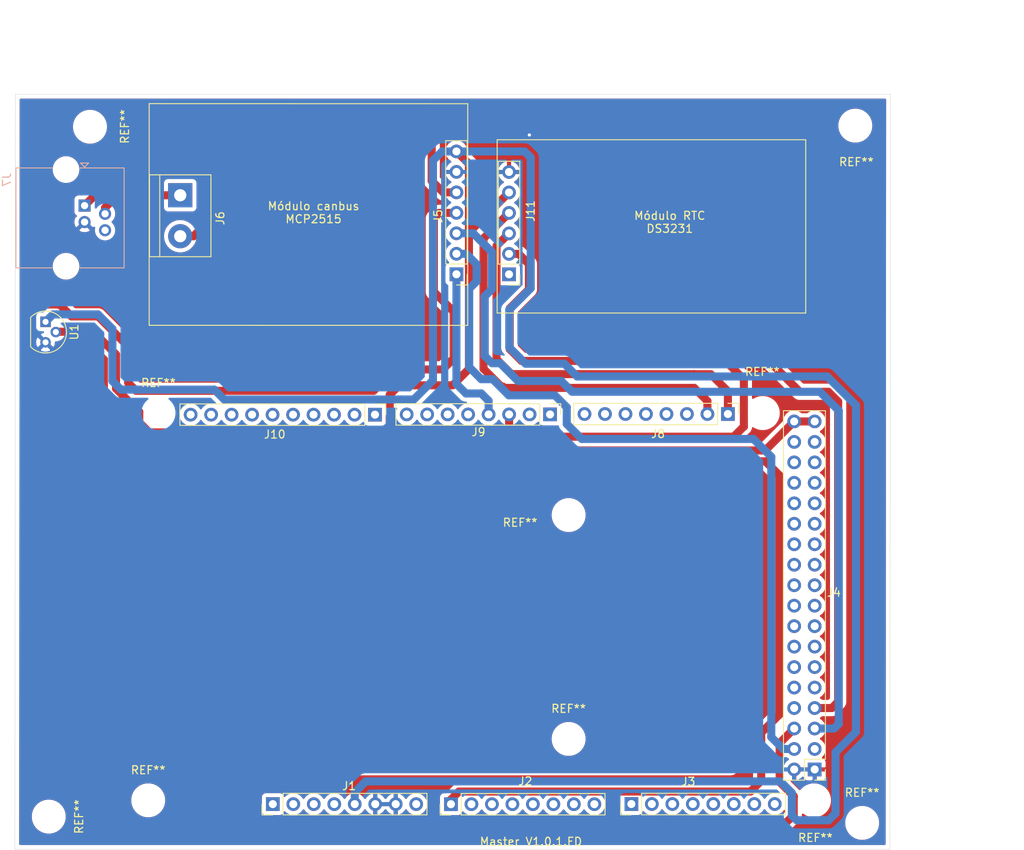
<source format=kicad_pcb>
(kicad_pcb (version 20171130) (host pcbnew 5.1.10-88a1d61d58~90~ubuntu20.04.1)

  (general
    (thickness 1.6)
    (drawings 21)
    (tracks 211)
    (zones 0)
    (modules 22)
    (nets 86)
  )

  (page A4)
  (layers
    (0 F.Cu signal hide)
    (31 B.Cu signal)
    (32 B.Adhes user)
    (33 F.Adhes user)
    (34 B.Paste user)
    (35 F.Paste user)
    (36 B.SilkS user)
    (37 F.SilkS user)
    (38 B.Mask user hide)
    (39 F.Mask user hide)
    (40 Dwgs.User user)
    (41 Cmts.User user)
    (42 Eco1.User user hide)
    (43 Eco2.User user hide)
    (44 Edge.Cuts user)
    (45 Margin user)
    (46 B.CrtYd user)
    (47 F.CrtYd user hide)
    (48 B.Fab user hide)
    (49 F.Fab user hide)
  )

  (setup
    (last_trace_width 1)
    (trace_clearance 0.2)
    (zone_clearance 0.508)
    (zone_45_only no)
    (trace_min 0.2)
    (via_size 0.8)
    (via_drill 0.4)
    (via_min_size 0.4)
    (via_min_drill 0.3)
    (uvia_size 0.3)
    (uvia_drill 0.1)
    (uvias_allowed no)
    (uvia_min_size 0.2)
    (uvia_min_drill 0.1)
    (edge_width 0.05)
    (segment_width 0.2)
    (pcb_text_width 0.3)
    (pcb_text_size 1.5 1.5)
    (mod_edge_width 0.12)
    (mod_text_size 1 1)
    (mod_text_width 0.15)
    (pad_size 3.2 3.2)
    (pad_drill 3.2)
    (pad_to_mask_clearance 0)
    (aux_axis_origin 0 0)
    (visible_elements FFFFFF7F)
    (pcbplotparams
      (layerselection 0x010fc_ffffffff)
      (usegerberextensions true)
      (usegerberattributes false)
      (usegerberadvancedattributes false)
      (creategerberjobfile false)
      (excludeedgelayer true)
      (linewidth 0.100000)
      (plotframeref false)
      (viasonmask false)
      (mode 1)
      (useauxorigin false)
      (hpglpennumber 1)
      (hpglpenspeed 20)
      (hpglpendiameter 15.000000)
      (psnegative false)
      (psa4output false)
      (plotreference true)
      (plotvalue false)
      (plotinvisibletext false)
      (padsonsilk false)
      (subtractmaskfromsilk true)
      (outputformat 1)
      (mirror false)
      (drillshape 0)
      (scaleselection 1)
      (outputdirectory "/home/desktop3/Desktop/OMC_SCADA/PCB_Desing_OMC/OMC_MASTER/Gerber/"))
  )

  (net 0 "")
  (net 1 "Net-(J1-Pad8)")
  (net 2 GND)
  (net 3 +5V)
  (net 4 "Net-(J1-Pad4)")
  (net 5 "Net-(J1-Pad3)")
  (net 6 "Net-(J1-Pad2)")
  (net 7 "Net-(J1-Pad1)")
  (net 8 TEMP)
  (net 9 "Net-(J2-Pad2)")
  (net 10 "Net-(J2-Pad3)")
  (net 11 "Net-(J2-Pad4)")
  (net 12 "Net-(J2-Pad5)")
  (net 13 "Net-(J2-Pad6)")
  (net 14 "Net-(J2-Pad7)")
  (net 15 "Net-(J2-Pad8)")
  (net 16 "Net-(J3-Pad8)")
  (net 17 "Net-(J3-Pad7)")
  (net 18 "Net-(J3-Pad6)")
  (net 19 "Net-(J3-Pad5)")
  (net 20 "Net-(J3-Pad4)")
  (net 21 "Net-(J3-Pad3)")
  (net 22 "Net-(J3-Pad2)")
  (net 23 "Net-(J3-Pad1)")
  (net 24 MOSI)
  (net 25 CS)
  (net 26 "Net-(J4-Pad8)")
  (net 27 "Net-(J4-Pad9)")
  (net 28 "Net-(J4-Pad10)")
  (net 29 "Net-(J4-Pad11)")
  (net 30 "Net-(J4-Pad12)")
  (net 31 "Net-(J4-Pad13)")
  (net 32 "Net-(J4-Pad14)")
  (net 33 "Net-(J4-Pad15)")
  (net 34 "Net-(J4-Pad16)")
  (net 35 "Net-(J4-Pad17)")
  (net 36 SCK)
  (net 37 MISO)
  (net 38 "Net-(J4-Pad22)")
  (net 39 "Net-(J4-Pad23)")
  (net 40 "Net-(J4-Pad24)")
  (net 41 "Net-(J4-Pad25)")
  (net 42 "Net-(J4-Pad26)")
  (net 43 "Net-(J4-Pad27)")
  (net 44 "Net-(J4-Pad28)")
  (net 45 "Net-(J4-Pad29)")
  (net 46 "Net-(J4-Pad30)")
  (net 47 "Net-(J4-Pad31)")
  (net 48 "Net-(J4-Pad32)")
  (net 49 "Net-(J4-Pad33)")
  (net 50 "Net-(J4-Pad34)")
  (net 51 INTERRUPT)
  (net 52 L)
  (net 53 H)
  (net 54 "Net-(J7-Pad4)")
  (net 55 SCL)
  (net 56 SDA)
  (net 57 "Net-(J8-Pad3)")
  (net 58 "Net-(J8-Pad4)")
  (net 59 "Net-(J8-Pad5)")
  (net 60 "Net-(J8-Pad6)")
  (net 61 "Net-(J8-Pad7)")
  (net 62 "Net-(J8-Pad8)")
  (net 63 "Net-(J9-Pad1)")
  (net 64 "Net-(J9-Pad2)")
  (net 65 SQW)
  (net 66 "Net-(J9-Pad5)")
  (net 67 "Net-(J9-Pad6)")
  (net 68 "Net-(J9-Pad7)")
  (net 69 "Net-(J9-Pad8)")
  (net 70 "Net-(J10-Pad1)")
  (net 71 "Net-(J10-Pad2)")
  (net 72 "Net-(J10-Pad3)")
  (net 73 "Net-(J10-Pad4)")
  (net 74 "Net-(J10-Pad5)")
  (net 75 "Net-(J10-Pad6)")
  (net 76 "Net-(J10-Pad7)")
  (net 77 "Net-(J10-Pad8)")
  (net 78 "Net-(J10-Pad9)")
  (net 79 "Net-(J10-Pad10)")
  (net 80 "Net-(J11-Pad1)")
  (net 81 "Net-(J4-Pad21)")
  (net 82 "Net-(J4-Pad20)")
  (net 83 "Net-(J4-Pad19)")
  (net 84 "Net-(J4-Pad18)")
  (net 85 "Net-(J4-Pad3)")

  (net_class Default "This is the default net class."
    (clearance 0.2)
    (trace_width 1)
    (via_dia 0.8)
    (via_drill 0.4)
    (uvia_dia 0.3)
    (uvia_drill 0.1)
    (add_net +5V)
    (add_net CS)
    (add_net GND)
    (add_net H)
    (add_net INTERRUPT)
    (add_net L)
    (add_net MISO)
    (add_net MOSI)
    (add_net "Net-(J1-Pad1)")
    (add_net "Net-(J1-Pad2)")
    (add_net "Net-(J1-Pad3)")
    (add_net "Net-(J1-Pad4)")
    (add_net "Net-(J1-Pad8)")
    (add_net "Net-(J10-Pad1)")
    (add_net "Net-(J10-Pad10)")
    (add_net "Net-(J10-Pad2)")
    (add_net "Net-(J10-Pad3)")
    (add_net "Net-(J10-Pad4)")
    (add_net "Net-(J10-Pad5)")
    (add_net "Net-(J10-Pad6)")
    (add_net "Net-(J10-Pad7)")
    (add_net "Net-(J10-Pad8)")
    (add_net "Net-(J10-Pad9)")
    (add_net "Net-(J11-Pad1)")
    (add_net "Net-(J2-Pad2)")
    (add_net "Net-(J2-Pad3)")
    (add_net "Net-(J2-Pad4)")
    (add_net "Net-(J2-Pad5)")
    (add_net "Net-(J2-Pad6)")
    (add_net "Net-(J2-Pad7)")
    (add_net "Net-(J2-Pad8)")
    (add_net "Net-(J3-Pad1)")
    (add_net "Net-(J3-Pad2)")
    (add_net "Net-(J3-Pad3)")
    (add_net "Net-(J3-Pad4)")
    (add_net "Net-(J3-Pad5)")
    (add_net "Net-(J3-Pad6)")
    (add_net "Net-(J3-Pad7)")
    (add_net "Net-(J3-Pad8)")
    (add_net "Net-(J4-Pad10)")
    (add_net "Net-(J4-Pad11)")
    (add_net "Net-(J4-Pad12)")
    (add_net "Net-(J4-Pad13)")
    (add_net "Net-(J4-Pad14)")
    (add_net "Net-(J4-Pad15)")
    (add_net "Net-(J4-Pad16)")
    (add_net "Net-(J4-Pad17)")
    (add_net "Net-(J4-Pad18)")
    (add_net "Net-(J4-Pad19)")
    (add_net "Net-(J4-Pad20)")
    (add_net "Net-(J4-Pad21)")
    (add_net "Net-(J4-Pad22)")
    (add_net "Net-(J4-Pad23)")
    (add_net "Net-(J4-Pad24)")
    (add_net "Net-(J4-Pad25)")
    (add_net "Net-(J4-Pad26)")
    (add_net "Net-(J4-Pad27)")
    (add_net "Net-(J4-Pad28)")
    (add_net "Net-(J4-Pad29)")
    (add_net "Net-(J4-Pad3)")
    (add_net "Net-(J4-Pad30)")
    (add_net "Net-(J4-Pad31)")
    (add_net "Net-(J4-Pad32)")
    (add_net "Net-(J4-Pad33)")
    (add_net "Net-(J4-Pad34)")
    (add_net "Net-(J4-Pad8)")
    (add_net "Net-(J4-Pad9)")
    (add_net "Net-(J7-Pad4)")
    (add_net "Net-(J8-Pad3)")
    (add_net "Net-(J8-Pad4)")
    (add_net "Net-(J8-Pad5)")
    (add_net "Net-(J8-Pad6)")
    (add_net "Net-(J8-Pad7)")
    (add_net "Net-(J8-Pad8)")
    (add_net "Net-(J9-Pad1)")
    (add_net "Net-(J9-Pad2)")
    (add_net "Net-(J9-Pad5)")
    (add_net "Net-(J9-Pad6)")
    (add_net "Net-(J9-Pad7)")
    (add_net "Net-(J9-Pad8)")
    (add_net SCK)
    (add_net SCL)
    (add_net SDA)
    (add_net SQW)
    (add_net TEMP)
  )

  (module MountingHole:MountingHole_3.2mm_M3_ISO14580 (layer F.Cu) (tedit 56D1B4CB) (tstamp 61BCCE31)
    (at 101.64 152.61 270)
    (descr "Mounting Hole 3.2mm, no annular, M3, ISO14580")
    (tags "mounting hole 3.2mm no annular m3 iso14580")
    (attr virtual)
    (fp_text reference REF** (at 0 -3.75 90) (layer F.SilkS)
      (effects (font (size 1 1) (thickness 0.15)))
    )
    (fp_text value MountingHole_3.2mm_M3_ISO14580 (at 0 3.75 90) (layer F.Fab)
      (effects (font (size 1 1) (thickness 0.15)))
    )
    (fp_circle (center 0 0) (end 2.75 0) (layer Cmts.User) (width 0.15))
    (fp_circle (center 0 0) (end 3 0) (layer F.CrtYd) (width 0.05))
    (fp_text user %R (at 0.3 -2.5 90) (layer F.Fab)
      (effects (font (size 1 1) (thickness 0.15)))
    )
    (pad 1 np_thru_hole circle (at 0 0 270) (size 3.2 3.2) (drill 3.2) (layers *.Cu *.Mask))
  )

  (module MountingHole:MountingHole_3.2mm_M3_ISO14580 (layer F.Cu) (tedit 56D1B4CB) (tstamp 61BCCD40)
    (at 202.5 153.39)
    (descr "Mounting Hole 3.2mm, no annular, M3, ISO14580")
    (tags "mounting hole 3.2mm no annular m3 iso14580")
    (attr virtual)
    (fp_text reference REF** (at 0 -3.75) (layer F.SilkS)
      (effects (font (size 1 1) (thickness 0.15)))
    )
    (fp_text value MountingHole_3.2mm_M3_ISO14580 (at 0 3.75) (layer F.Fab)
      (effects (font (size 1 1) (thickness 0.15)))
    )
    (fp_circle (center 0 0) (end 3 0) (layer F.CrtYd) (width 0.05))
    (fp_circle (center 0 0) (end 2.75 0) (layer Cmts.User) (width 0.15))
    (fp_text user %R (at 0.3 -2.5) (layer F.Fab)
      (effects (font (size 1 1) (thickness 0.15)))
    )
    (pad 1 np_thru_hole circle (at 0 0) (size 3.2 3.2) (drill 3.2) (layers *.Cu *.Mask))
  )

  (module TerminalBlock:TerminalBlock_bornier-2_P5.08mm (layer F.Cu) (tedit 59FF03AB) (tstamp 61BB51FF)
    (at 117.94 75.52 270)
    (descr "simple 2-pin terminal block, pitch 5.08mm, revamped version of bornier2")
    (tags "terminal block bornier2")
    (path /61835E4D)
    (fp_text reference J6 (at 2.85 -4.96 90) (layer F.SilkS)
      (effects (font (size 1 1) (thickness 0.15)))
    )
    (fp_text value Conn_01x02_Female_canbus (at 0.71 -4.93 90) (layer F.Fab)
      (effects (font (size 1 1) (thickness 0.15)))
    )
    (fp_line (start -2.41 2.55) (end 7.49 2.55) (layer F.Fab) (width 0.1))
    (fp_line (start -2.46 -3.75) (end -2.46 3.75) (layer F.Fab) (width 0.1))
    (fp_line (start -2.46 3.75) (end 7.54 3.75) (layer F.Fab) (width 0.1))
    (fp_line (start 7.54 3.75) (end 7.54 -3.75) (layer F.Fab) (width 0.1))
    (fp_line (start 7.54 -3.75) (end -2.46 -3.75) (layer F.Fab) (width 0.1))
    (fp_line (start 7.62 2.54) (end -2.54 2.54) (layer F.SilkS) (width 0.12))
    (fp_line (start 7.62 3.81) (end 7.62 -3.81) (layer F.SilkS) (width 0.12))
    (fp_line (start 7.62 -3.81) (end -2.54 -3.81) (layer F.SilkS) (width 0.12))
    (fp_line (start -2.54 -3.81) (end -2.54 3.81) (layer F.SilkS) (width 0.12))
    (fp_line (start -2.54 3.81) (end 7.62 3.81) (layer F.SilkS) (width 0.12))
    (fp_line (start -2.71 -4) (end 7.79 -4) (layer F.CrtYd) (width 0.05))
    (fp_line (start -2.71 -4) (end -2.71 4) (layer F.CrtYd) (width 0.05))
    (fp_line (start 7.79 4) (end 7.79 -4) (layer F.CrtYd) (width 0.05))
    (fp_line (start 7.79 4) (end -2.71 4) (layer F.CrtYd) (width 0.05))
    (fp_text user %R (at 2.54 0 90) (layer F.Fab)
      (effects (font (size 1 1) (thickness 0.15)))
    )
    (pad 2 thru_hole circle (at 5.08 0 270) (size 3 3) (drill 1.52) (layers *.Cu *.Mask)
      (net 53 H))
    (pad 1 thru_hole rect (at 0 0 270) (size 3 3) (drill 1.52) (layers *.Cu *.Mask)
      (net 52 L))
    (model ${KISYS3DMOD}/TerminalBlock.3dshapes/TerminalBlock_bornier-2_P5.08mm.wrl
      (offset (xyz 2.539999961853027 0 0))
      (scale (xyz 1 1 1))
      (rotate (xyz 0 0 0))
    )
  )

  (module MountingHole:MountingHole_3.2mm_M3_ISO14580 (layer F.Cu) (tedit 56D1B4CB) (tstamp 6184282B)
    (at 190.17 102.54 270)
    (descr "Mounting Hole 3.2mm, no annular, M3, ISO14580")
    (tags "mounting hole 3.2mm no annular m3 iso14580")
    (attr virtual)
    (fp_text reference REF** (at -5.12 0.05 180) (layer F.SilkS)
      (effects (font (size 1 1) (thickness 0.15)))
    )
    (fp_text value MountingHole_3.2mm_M3_ISO14580 (at -4.24 -0.27 180) (layer F.Fab)
      (effects (font (size 1 1) (thickness 0.15)))
    )
    (fp_circle (center 0 0) (end 3 0) (layer F.CrtYd) (width 0.05))
    (fp_circle (center 0 0) (end 2.75 0) (layer Cmts.User) (width 0.15))
    (fp_text user %R (at -0.69 6.01) (layer F.Fab)
      (effects (font (size 1 1) (thickness 0.15)))
    )
    (pad 1 np_thru_hole circle (at 0 0 270) (size 3.2 3.2) (drill 3.2) (layers *.Cu *.Mask))
  )

  (module Connector_PinHeader_2.54mm:PinHeader_1x07_P2.54mm_Vertical (layer F.Cu) (tedit 59FED5CC) (tstamp 61B9F516)
    (at 152.19 85.32 180)
    (descr "Through hole straight pin header, 1x07, 2.54mm pitch, single row")
    (tags "Through hole pin header THT 1x07 2.54mm single row")
    (path /6182EC49)
    (fp_text reference J5 (at 2.27 7.2 270) (layer F.SilkS)
      (effects (font (size 1 1) (thickness 0.15)))
    )
    (fp_text value Conn_01x07_Female_canbus (at 4.6 7.34 90) (layer F.Fab)
      (effects (font (size 1 1) (thickness 0.15)))
    )
    (fp_line (start -0.635 -1.27) (end 1.27 -1.27) (layer F.Fab) (width 0.1))
    (fp_line (start 1.27 -1.27) (end 1.27 16.51) (layer F.Fab) (width 0.1))
    (fp_line (start 1.27 16.51) (end -1.27 16.51) (layer F.Fab) (width 0.1))
    (fp_line (start -1.27 16.51) (end -1.27 -0.635) (layer F.Fab) (width 0.1))
    (fp_line (start -1.27 -0.635) (end -0.635 -1.27) (layer F.Fab) (width 0.1))
    (fp_line (start -1.33 16.57) (end 1.33 16.57) (layer F.SilkS) (width 0.12))
    (fp_line (start -1.33 1.27) (end -1.33 16.57) (layer F.SilkS) (width 0.12))
    (fp_line (start 1.33 1.27) (end 1.33 16.57) (layer F.SilkS) (width 0.12))
    (fp_line (start -1.33 1.27) (end 1.33 1.27) (layer F.SilkS) (width 0.12))
    (fp_line (start -1.33 0) (end -1.33 -1.33) (layer F.SilkS) (width 0.12))
    (fp_line (start -1.33 -1.33) (end 0 -1.33) (layer F.SilkS) (width 0.12))
    (fp_line (start -1.8 -1.8) (end -1.8 17.05) (layer F.CrtYd) (width 0.05))
    (fp_line (start -1.8 17.05) (end 1.8 17.05) (layer F.CrtYd) (width 0.05))
    (fp_line (start 1.8 17.05) (end 1.8 -1.8) (layer F.CrtYd) (width 0.05))
    (fp_line (start 1.8 -1.8) (end -1.8 -1.8) (layer F.CrtYd) (width 0.05))
    (fp_text user %R (at 0 7.62 90) (layer F.Fab)
      (effects (font (size 1 1) (thickness 0.15)))
    )
    (pad 1 thru_hole rect (at 0 0 180) (size 1.7 1.7) (drill 1) (layers *.Cu *.Mask)
      (net 51 INTERRUPT))
    (pad 2 thru_hole oval (at 0 2.54 180) (size 1.7 1.7) (drill 1) (layers *.Cu *.Mask)
      (net 36 SCK))
    (pad 3 thru_hole oval (at 0 5.08 180) (size 1.7 1.7) (drill 1) (layers *.Cu *.Mask)
      (net 24 MOSI))
    (pad 4 thru_hole oval (at 0 7.62 180) (size 1.7 1.7) (drill 1) (layers *.Cu *.Mask)
      (net 37 MISO))
    (pad 5 thru_hole oval (at 0 10.16 180) (size 1.7 1.7) (drill 1) (layers *.Cu *.Mask)
      (net 25 CS))
    (pad 6 thru_hole oval (at 0 12.7 180) (size 1.7 1.7) (drill 1) (layers *.Cu *.Mask)
      (net 2 GND))
    (pad 7 thru_hole oval (at 0 15.24 180) (size 1.7 1.7) (drill 1) (layers *.Cu *.Mask)
      (net 3 +5V))
    (model ${KISYS3DMOD}/Connector_PinHeader_2.54mm.3dshapes/PinHeader_1x07_P2.54mm_Vertical.wrl
      (at (xyz 0 0 0))
      (scale (xyz 1 1 1))
      (rotate (xyz 0 0 0))
    )
  )

  (module Package_TO_SOT_THT:TO-92 (layer F.Cu) (tedit 5A279852) (tstamp 618416C4)
    (at 101.24 91.22 270)
    (descr "TO-92 leads molded, narrow, drill 0.75mm (see NXP sot054_po.pdf)")
    (tags "to-92 sc-43 sc-43a sot54 PA33 transistor")
    (path /61841869)
    (fp_text reference U1 (at 1.27 -3.56 90) (layer F.SilkS)
      (effects (font (size 1 1) (thickness 0.15)))
    )
    (fp_text value LM35-LP (at 1.43 -5.05 90) (layer F.Fab)
      (effects (font (size 1 1) (thickness 0.15)))
    )
    (fp_line (start -0.53 1.85) (end 3.07 1.85) (layer F.SilkS) (width 0.12))
    (fp_line (start -0.5 1.75) (end 3 1.75) (layer F.Fab) (width 0.1))
    (fp_line (start -1.46 -2.73) (end 4 -2.73) (layer F.CrtYd) (width 0.05))
    (fp_line (start -1.46 -2.73) (end -1.46 2.01) (layer F.CrtYd) (width 0.05))
    (fp_line (start 4 2.01) (end 4 -2.73) (layer F.CrtYd) (width 0.05))
    (fp_line (start 4 2.01) (end -1.46 2.01) (layer F.CrtYd) (width 0.05))
    (fp_text user %R (at 1.27 0 90) (layer F.Fab)
      (effects (font (size 1 1) (thickness 0.15)))
    )
    (fp_arc (start 1.27 0) (end 1.27 -2.48) (angle 135) (layer F.Fab) (width 0.1))
    (fp_arc (start 1.27 0) (end 1.27 -2.6) (angle -135) (layer F.SilkS) (width 0.12))
    (fp_arc (start 1.27 0) (end 1.27 -2.48) (angle -135) (layer F.Fab) (width 0.1))
    (fp_arc (start 1.27 0) (end 1.27 -2.6) (angle 135) (layer F.SilkS) (width 0.12))
    (pad 2 thru_hole circle (at 1.27 -1.27 270) (size 1.3 1.3) (drill 0.75) (layers *.Cu *.Mask)
      (net 8 TEMP))
    (pad 3 thru_hole circle (at 2.54 0 270) (size 1.3 1.3) (drill 0.75) (layers *.Cu *.Mask)
      (net 2 GND))
    (pad 1 thru_hole rect (at 0 0 270) (size 1.3 1.3) (drill 0.75) (layers *.Cu *.Mask)
      (net 3 +5V))
    (model ${KISYS3DMOD}/Package_TO_SOT_THT.3dshapes/TO-92.wrl
      (at (xyz 0 0 0))
      (scale (xyz 1 1 1))
      (rotate (xyz 0 0 0))
    )
  )

  (module MountingHole:MountingHole_3.2mm_M3_ISO14580 (layer F.Cu) (tedit 56D1B4CB) (tstamp 61BA4027)
    (at 106.75 67.02)
    (descr "Mounting Hole 3.2mm, no annular, M3, ISO14580")
    (tags "mounting hole 3.2mm no annular m3 iso14580")
    (attr virtual)
    (fp_text reference REF** (at 4.32 -0.03 90) (layer F.SilkS)
      (effects (font (size 1 1) (thickness 0.15)))
    )
    (fp_text value MountingHole_3.2mm_M3_ISO14580 (at 6.6 -4.33) (layer F.Fab)
      (effects (font (size 1 1) (thickness 0.15)))
    )
    (fp_circle (center 0 0) (end 3 0) (layer F.CrtYd) (width 0.05))
    (fp_circle (center 0 0) (end 2.75 0) (layer Cmts.User) (width 0.15))
    (fp_text user %R (at 0.3 -2.5) (layer F.Fab)
      (effects (font (size 1 1) (thickness 0.15)))
    )
    (pad 1 np_thru_hole circle (at 0 0) (size 3.2 3.2) (drill 3.2) (layers *.Cu *.Mask))
  )

  (module MountingHole:MountingHole_3.2mm_M3_ISO14580 (layer F.Cu) (tedit 56D1B4CB) (tstamp 61844728)
    (at 201.65 66.88)
    (descr "Mounting Hole 3.2mm, no annular, M3, ISO14580")
    (tags "mounting hole 3.2mm no annular m3 iso14580")
    (attr virtual)
    (fp_text reference REF** (at 0.13 4.51) (layer F.SilkS)
      (effects (font (size 1 1) (thickness 0.15)))
    )
    (fp_text value MountingHole_3.2mm_M3_ISO14580 (at 0 3.75) (layer F.Fab)
      (effects (font (size 1 1) (thickness 0.15)))
    )
    (fp_circle (center 0 0) (end 3 0) (layer F.CrtYd) (width 0.05))
    (fp_circle (center 0 0) (end 2.75 0) (layer Cmts.User) (width 0.15))
    (fp_text user %R (at 0.3 -2.5) (layer F.Fab)
      (effects (font (size 1 1) (thickness 0.15)))
    )
    (pad 1 np_thru_hole circle (at 0 0) (size 3.2 3.2) (drill 3.2) (layers *.Cu *.Mask))
  )

  (module MountingHole:MountingHole_3.2mm_M3_ISO14580 (layer F.Cu) (tedit 56D1B4CB) (tstamp 61842AAE)
    (at 196.52 150.59)
    (descr "Mounting Hole 3.2mm, no annular, M3, ISO14580")
    (tags "mounting hole 3.2mm no annular m3 iso14580")
    (attr virtual)
    (fp_text reference REF** (at 0.18 4.65) (layer F.SilkS)
      (effects (font (size 1 1) (thickness 0.15)))
    )
    (fp_text value MountingHole_3.2mm_M3_ISO14580 (at 0.18 4.55) (layer F.Fab)
      (effects (font (size 1 1) (thickness 0.15)))
    )
    (fp_circle (center 0 0) (end 3 0) (layer F.CrtYd) (width 0.05))
    (fp_circle (center 0 0) (end 2.75 0) (layer Cmts.User) (width 0.15))
    (fp_text user %R (at 0.3 -2.5) (layer F.Fab)
      (effects (font (size 1 1) (thickness 0.15)))
    )
    (pad 1 np_thru_hole circle (at 0 0) (size 3.2 3.2) (drill 3.2) (layers *.Cu *.Mask))
  )

  (module MountingHole:MountingHole_3.2mm_M3_ISO14580 (layer F.Cu) (tedit 56D1B4CB) (tstamp 618429B4)
    (at 166.1 115.2 270)
    (descr "Mounting Hole 3.2mm, no annular, M3, ISO14580")
    (tags "mounting hole 3.2mm no annular m3 iso14580")
    (attr virtual)
    (fp_text reference REF** (at 0.93 6.01 180) (layer F.SilkS)
      (effects (font (size 1 1) (thickness 0.15)))
    )
    (fp_text value MountingHole_3.2mm_M3_ISO14580 (at 3.96 -0.15 180) (layer F.Fab)
      (effects (font (size 1 1) (thickness 0.15)))
    )
    (fp_circle (center 0 0) (end 3 0) (layer F.CrtYd) (width 0.05))
    (fp_circle (center 0 0) (end 2.75 0) (layer Cmts.User) (width 0.15))
    (fp_text user %R (at -0.69 6.01) (layer F.Fab)
      (effects (font (size 1 1) (thickness 0.15)))
    )
    (pad 1 np_thru_hole circle (at 0 0 270) (size 3.2 3.2) (drill 3.2) (layers *.Cu *.Mask))
  )

  (module MountingHole:MountingHole_3.2mm_M3_ISO14580 (layer F.Cu) (tedit 56D1B4CB) (tstamp 61842949)
    (at 166.1 142.97)
    (descr "Mounting Hole 3.2mm, no annular, M3, ISO14580")
    (tags "mounting hole 3.2mm no annular m3 iso14580")
    (attr virtual)
    (fp_text reference REF** (at 0 -3.75) (layer F.SilkS)
      (effects (font (size 1 1) (thickness 0.15)))
    )
    (fp_text value MountingHole_3.2mm_M3_ISO14580 (at 0.19 -5.81) (layer F.Fab)
      (effects (font (size 1 1) (thickness 0.15)))
    )
    (fp_circle (center 0 0) (end 2.75 0) (layer Cmts.User) (width 0.15))
    (fp_circle (center 0 0) (end 3 0) (layer F.CrtYd) (width 0.05))
    (fp_text user %R (at 0.3 -2.5) (layer F.Fab)
      (effects (font (size 1 1) (thickness 0.15)))
    )
    (pad 1 np_thru_hole circle (at 0 0) (size 3.2 3.2) (drill 3.2) (layers *.Cu *.Mask))
  )

  (module MountingHole:MountingHole_3.2mm_M3_ISO14580 (layer F.Cu) (tedit 56D1B4CB) (tstamp 6184267A)
    (at 113.97 150.59)
    (descr "Mounting Hole 3.2mm, no annular, M3, ISO14580")
    (tags "mounting hole 3.2mm no annular m3 iso14580")
    (attr virtual)
    (fp_text reference REF** (at 0 -3.75) (layer F.SilkS)
      (effects (font (size 1 1) (thickness 0.15)))
    )
    (fp_text value MountingHole_3.2mm_M3_ISO14580 (at 0 3.75) (layer F.Fab)
      (effects (font (size 1 1) (thickness 0.15)))
    )
    (fp_circle (center 0 0) (end 2.75 0) (layer Cmts.User) (width 0.15))
    (fp_circle (center 0 0) (end 3 0) (layer F.CrtYd) (width 0.05))
    (fp_text user %R (at 0.3 -2.5) (layer F.Fab)
      (effects (font (size 1 1) (thickness 0.15)))
    )
    (pad 1 np_thru_hole circle (at 0 0) (size 3.2 3.2) (drill 3.2) (layers *.Cu *.Mask))
  )

  (module MountingHole:MountingHole_3.2mm_M3_ISO14580 (layer F.Cu) (tedit 56D1B4CB) (tstamp 618422B5)
    (at 115.24 102.54)
    (descr "Mounting Hole 3.2mm, no annular, M3, ISO14580")
    (tags "mounting hole 3.2mm no annular m3 iso14580")
    (attr virtual)
    (fp_text reference REF** (at 0 -3.75) (layer F.SilkS)
      (effects (font (size 1 1) (thickness 0.15)))
    )
    (fp_text value MountingHole_3.2mm_M3_ISO14580 (at -2.99 -0.14 270) (layer F.Fab)
      (effects (font (size 1 1) (thickness 0.15)))
    )
    (fp_circle (center 0 0) (end 3 0) (layer F.CrtYd) (width 0.05))
    (fp_circle (center 0 0) (end 2.75 0) (layer Cmts.User) (width 0.15))
    (fp_text user %R (at 0.3 -1.36) (layer F.Fab)
      (effects (font (size 1 1) (thickness 0.15)))
    )
    (pad 1 np_thru_hole circle (at 0 0) (size 3.2 3.2) (drill 3.2) (layers *.Cu *.Mask))
  )

  (module Connector_PinHeader_2.54mm:PinHeader_2x18_P2.54mm_Vertical (layer F.Cu) (tedit 59FED5CC) (tstamp 61840C8F)
    (at 196.61 146.76 180)
    (descr "Through hole straight pin header, 2x18, 2.54mm pitch, double rows")
    (tags "Through hole pin header THT 2x18 2.54mm double row")
    (path /618747AA)
    (fp_text reference J4 (at -2.39 21.95 180) (layer F.SilkS)
      (effects (font (size 1 1) (thickness 0.15)))
    )
    (fp_text value Conn_02x18_Odd_Even (at -2.78 19.26 90) (layer F.Fab)
      (effects (font (size 1 1) (thickness 0.15)))
    )
    (fp_line (start 4.35 -1.8) (end -1.8 -1.8) (layer F.CrtYd) (width 0.05))
    (fp_line (start 4.35 44.95) (end 4.35 -1.8) (layer F.CrtYd) (width 0.05))
    (fp_line (start -1.8 44.95) (end 4.35 44.95) (layer F.CrtYd) (width 0.05))
    (fp_line (start -1.8 -1.8) (end -1.8 44.95) (layer F.CrtYd) (width 0.05))
    (fp_line (start -1.33 -1.33) (end 0 -1.33) (layer F.SilkS) (width 0.12))
    (fp_line (start -1.33 0) (end -1.33 -1.33) (layer F.SilkS) (width 0.12))
    (fp_line (start 1.27 -1.33) (end 3.87 -1.33) (layer F.SilkS) (width 0.12))
    (fp_line (start 1.27 1.27) (end 1.27 -1.33) (layer F.SilkS) (width 0.12))
    (fp_line (start -1.33 1.27) (end 1.27 1.27) (layer F.SilkS) (width 0.12))
    (fp_line (start 3.87 -1.33) (end 3.87 44.51) (layer F.SilkS) (width 0.12))
    (fp_line (start -1.33 1.27) (end -1.33 44.51) (layer F.SilkS) (width 0.12))
    (fp_line (start -1.33 44.51) (end 3.87 44.51) (layer F.SilkS) (width 0.12))
    (fp_line (start -1.27 0) (end 0 -1.27) (layer F.Fab) (width 0.1))
    (fp_line (start -1.27 44.45) (end -1.27 0) (layer F.Fab) (width 0.1))
    (fp_line (start 3.81 44.45) (end -1.27 44.45) (layer F.Fab) (width 0.1))
    (fp_line (start 3.81 -1.27) (end 3.81 44.45) (layer F.Fab) (width 0.1))
    (fp_line (start 0 -1.27) (end 3.81 -1.27) (layer F.Fab) (width 0.1))
    (fp_text user %R (at 1.27 21.59 90) (layer F.Fab)
      (effects (font (size 1 1) (thickness 0.15)))
    )
    (pad 36 thru_hole oval (at 2.54 43.18 180) (size 1.7 1.7) (drill 1) (layers *.Cu *.Mask)
      (net 3 +5V))
    (pad 35 thru_hole oval (at 0 43.18 180) (size 1.7 1.7) (drill 1) (layers *.Cu *.Mask)
      (net 3 +5V))
    (pad 34 thru_hole oval (at 2.54 40.64 180) (size 1.7 1.7) (drill 1) (layers *.Cu *.Mask)
      (net 50 "Net-(J4-Pad34)"))
    (pad 33 thru_hole oval (at 0 40.64 180) (size 1.7 1.7) (drill 1) (layers *.Cu *.Mask)
      (net 49 "Net-(J4-Pad33)"))
    (pad 32 thru_hole oval (at 2.54 38.1 180) (size 1.7 1.7) (drill 1) (layers *.Cu *.Mask)
      (net 48 "Net-(J4-Pad32)"))
    (pad 31 thru_hole oval (at 0 38.1 180) (size 1.7 1.7) (drill 1) (layers *.Cu *.Mask)
      (net 47 "Net-(J4-Pad31)"))
    (pad 30 thru_hole oval (at 2.54 35.56 180) (size 1.7 1.7) (drill 1) (layers *.Cu *.Mask)
      (net 46 "Net-(J4-Pad30)"))
    (pad 29 thru_hole oval (at 0 35.56 180) (size 1.7 1.7) (drill 1) (layers *.Cu *.Mask)
      (net 45 "Net-(J4-Pad29)"))
    (pad 28 thru_hole oval (at 2.54 33.02 180) (size 1.7 1.7) (drill 1) (layers *.Cu *.Mask)
      (net 44 "Net-(J4-Pad28)"))
    (pad 27 thru_hole oval (at 0 33.02 180) (size 1.7 1.7) (drill 1) (layers *.Cu *.Mask)
      (net 43 "Net-(J4-Pad27)"))
    (pad 26 thru_hole oval (at 2.54 30.48 180) (size 1.7 1.7) (drill 1) (layers *.Cu *.Mask)
      (net 42 "Net-(J4-Pad26)"))
    (pad 25 thru_hole oval (at 0 30.48 180) (size 1.7 1.7) (drill 1) (layers *.Cu *.Mask)
      (net 41 "Net-(J4-Pad25)"))
    (pad 24 thru_hole oval (at 2.54 27.94 180) (size 1.7 1.7) (drill 1) (layers *.Cu *.Mask)
      (net 40 "Net-(J4-Pad24)"))
    (pad 23 thru_hole oval (at 0 27.94 180) (size 1.7 1.7) (drill 1) (layers *.Cu *.Mask)
      (net 39 "Net-(J4-Pad23)"))
    (pad 22 thru_hole oval (at 2.54 25.4 180) (size 1.7 1.7) (drill 1) (layers *.Cu *.Mask)
      (net 38 "Net-(J4-Pad22)"))
    (pad 21 thru_hole oval (at 0 25.4 180) (size 1.7 1.7) (drill 1) (layers *.Cu *.Mask)
      (net 81 "Net-(J4-Pad21)"))
    (pad 20 thru_hole oval (at 2.54 22.86 180) (size 1.7 1.7) (drill 1) (layers *.Cu *.Mask)
      (net 82 "Net-(J4-Pad20)"))
    (pad 19 thru_hole oval (at 0 22.86 180) (size 1.7 1.7) (drill 1) (layers *.Cu *.Mask)
      (net 83 "Net-(J4-Pad19)"))
    (pad 18 thru_hole oval (at 2.54 20.32 180) (size 1.7 1.7) (drill 1) (layers *.Cu *.Mask)
      (net 84 "Net-(J4-Pad18)"))
    (pad 17 thru_hole oval (at 0 20.32 180) (size 1.7 1.7) (drill 1) (layers *.Cu *.Mask)
      (net 35 "Net-(J4-Pad17)"))
    (pad 16 thru_hole oval (at 2.54 17.78 180) (size 1.7 1.7) (drill 1) (layers *.Cu *.Mask)
      (net 34 "Net-(J4-Pad16)"))
    (pad 15 thru_hole oval (at 0 17.78 180) (size 1.7 1.7) (drill 1) (layers *.Cu *.Mask)
      (net 33 "Net-(J4-Pad15)"))
    (pad 14 thru_hole oval (at 2.54 15.24 180) (size 1.7 1.7) (drill 1) (layers *.Cu *.Mask)
      (net 32 "Net-(J4-Pad14)"))
    (pad 13 thru_hole oval (at 0 15.24 180) (size 1.7 1.7) (drill 1) (layers *.Cu *.Mask)
      (net 31 "Net-(J4-Pad13)"))
    (pad 12 thru_hole oval (at 2.54 12.7 180) (size 1.7 1.7) (drill 1) (layers *.Cu *.Mask)
      (net 30 "Net-(J4-Pad12)"))
    (pad 11 thru_hole oval (at 0 12.7 180) (size 1.7 1.7) (drill 1) (layers *.Cu *.Mask)
      (net 29 "Net-(J4-Pad11)"))
    (pad 10 thru_hole oval (at 2.54 10.16 180) (size 1.7 1.7) (drill 1) (layers *.Cu *.Mask)
      (net 28 "Net-(J4-Pad10)"))
    (pad 9 thru_hole oval (at 0 10.16 180) (size 1.7 1.7) (drill 1) (layers *.Cu *.Mask)
      (net 27 "Net-(J4-Pad9)"))
    (pad 8 thru_hole oval (at 2.54 7.62 180) (size 1.7 1.7) (drill 1) (layers *.Cu *.Mask)
      (net 26 "Net-(J4-Pad8)"))
    (pad 7 thru_hole oval (at 0 7.62 180) (size 1.7 1.7) (drill 1) (layers *.Cu *.Mask)
      (net 25 CS))
    (pad 6 thru_hole oval (at 2.54 5.08 180) (size 1.7 1.7) (drill 1) (layers *.Cu *.Mask)
      (net 37 MISO))
    (pad 5 thru_hole oval (at 0 5.08 180) (size 1.7 1.7) (drill 1) (layers *.Cu *.Mask)
      (net 24 MOSI))
    (pad 4 thru_hole oval (at 2.54 2.54 180) (size 1.7 1.7) (drill 1) (layers *.Cu *.Mask)
      (net 36 SCK))
    (pad 3 thru_hole oval (at 0 2.54 180) (size 1.7 1.7) (drill 1) (layers *.Cu *.Mask)
      (net 85 "Net-(J4-Pad3)"))
    (pad 2 thru_hole oval (at 2.54 0 180) (size 1.7 1.7) (drill 1) (layers *.Cu *.Mask)
      (net 2 GND))
    (pad 1 thru_hole rect (at 0 0 180) (size 1.7 1.7) (drill 1) (layers *.Cu *.Mask)
      (net 2 GND))
    (model ${KISYS3DMOD}/Connector_PinHeader_2.54mm.3dshapes/PinHeader_2x18_P2.54mm_Vertical.wrl
      (at (xyz 0 0 0))
      (scale (xyz 1 1 1))
      (rotate (xyz 0 0 0))
    )
  )

  (module Connector_PinHeader_2.54mm:PinHeader_1x08_P2.54mm_Vertical (layer F.Cu) (tedit 59FED5CC) (tstamp 6184176F)
    (at 129.42 151.06 90)
    (descr "Through hole straight pin header, 1x08, 2.54mm pitch, single row")
    (tags "Through hole pin header THT 1x08 2.54mm single row")
    (path /6182E289)
    (fp_text reference J1 (at 2.25 9.46 180) (layer F.SilkS)
      (effects (font (size 1 1) (thickness 0.15)))
    )
    (fp_text value Conn_01x08_Female_power (at 2.82 8.89 180) (layer F.Fab)
      (effects (font (size 1 1) (thickness 0.15)))
    )
    (fp_line (start 1.8 -1.8) (end -1.8 -1.8) (layer F.CrtYd) (width 0.05))
    (fp_line (start 1.8 19.55) (end 1.8 -1.8) (layer F.CrtYd) (width 0.05))
    (fp_line (start -1.8 19.55) (end 1.8 19.55) (layer F.CrtYd) (width 0.05))
    (fp_line (start -1.8 -1.8) (end -1.8 19.55) (layer F.CrtYd) (width 0.05))
    (fp_line (start -1.33 -1.33) (end 0 -1.33) (layer F.SilkS) (width 0.12))
    (fp_line (start -1.33 0) (end -1.33 -1.33) (layer F.SilkS) (width 0.12))
    (fp_line (start -1.33 1.27) (end 1.33 1.27) (layer F.SilkS) (width 0.12))
    (fp_line (start 1.33 1.27) (end 1.33 19.11) (layer F.SilkS) (width 0.12))
    (fp_line (start -1.33 1.27) (end -1.33 19.11) (layer F.SilkS) (width 0.12))
    (fp_line (start -1.33 19.11) (end 1.33 19.11) (layer F.SilkS) (width 0.12))
    (fp_line (start -1.27 -0.635) (end -0.635 -1.27) (layer F.Fab) (width 0.1))
    (fp_line (start -1.27 19.05) (end -1.27 -0.635) (layer F.Fab) (width 0.1))
    (fp_line (start 1.27 19.05) (end -1.27 19.05) (layer F.Fab) (width 0.1))
    (fp_line (start 1.27 -1.27) (end 1.27 19.05) (layer F.Fab) (width 0.1))
    (fp_line (start -0.635 -1.27) (end 1.27 -1.27) (layer F.Fab) (width 0.1))
    (fp_text user %R (at 0 8.89) (layer F.Fab)
      (effects (font (size 1 1) (thickness 0.15)))
    )
    (pad 8 thru_hole oval (at 0 17.78 90) (size 1.7 1.7) (drill 1) (layers *.Cu *.Mask)
      (net 1 "Net-(J1-Pad8)"))
    (pad 7 thru_hole oval (at 0 15.24 90) (size 1.7 1.7) (drill 1) (layers *.Cu *.Mask)
      (net 2 GND))
    (pad 6 thru_hole oval (at 0 12.7 90) (size 1.7 1.7) (drill 1) (layers *.Cu *.Mask)
      (net 2 GND))
    (pad 5 thru_hole oval (at 0 10.16 90) (size 1.7 1.7) (drill 1) (layers *.Cu *.Mask)
      (net 3 +5V))
    (pad 4 thru_hole oval (at 0 7.62 90) (size 1.7 1.7) (drill 1) (layers *.Cu *.Mask)
      (net 4 "Net-(J1-Pad4)"))
    (pad 3 thru_hole oval (at 0 5.08 90) (size 1.7 1.7) (drill 1) (layers *.Cu *.Mask)
      (net 5 "Net-(J1-Pad3)"))
    (pad 2 thru_hole oval (at 0 2.54 90) (size 1.7 1.7) (drill 1) (layers *.Cu *.Mask)
      (net 6 "Net-(J1-Pad2)"))
    (pad 1 thru_hole rect (at 0 0 90) (size 1.7 1.7) (drill 1) (layers *.Cu *.Mask)
      (net 7 "Net-(J1-Pad1)"))
    (model ${KISYS3DMOD}/Connector_PinHeader_2.54mm.3dshapes/PinHeader_1x08_P2.54mm_Vertical.wrl
      (at (xyz 0 0 0))
      (scale (xyz 1 1 1))
      (rotate (xyz 0 0 0))
    )
  )

  (module Connector_PinHeader_2.54mm:PinHeader_1x08_P2.54mm_Vertical (layer F.Cu) (tedit 59FED5CC) (tstamp 6183F351)
    (at 151.51 151.07 90)
    (descr "Through hole straight pin header, 1x08, 2.54mm pitch, single row")
    (tags "Through hole pin header THT 1x08 2.54mm single row")
    (path /6182EE3B)
    (fp_text reference J2 (at 2.84 9.22 180) (layer F.SilkS)
      (effects (font (size 1 1) (thickness 0.15)))
    )
    (fp_text value Conn_01x08_Female_analog1 (at 2.61 9.55 180) (layer F.Fab)
      (effects (font (size 1 1) (thickness 0.15)))
    )
    (fp_line (start -0.635 -1.27) (end 1.27 -1.27) (layer F.Fab) (width 0.1))
    (fp_line (start 1.27 -1.27) (end 1.27 19.05) (layer F.Fab) (width 0.1))
    (fp_line (start 1.27 19.05) (end -1.27 19.05) (layer F.Fab) (width 0.1))
    (fp_line (start -1.27 19.05) (end -1.27 -0.635) (layer F.Fab) (width 0.1))
    (fp_line (start -1.27 -0.635) (end -0.635 -1.27) (layer F.Fab) (width 0.1))
    (fp_line (start -1.33 19.11) (end 1.33 19.11) (layer F.SilkS) (width 0.12))
    (fp_line (start -1.33 1.27) (end -1.33 19.11) (layer F.SilkS) (width 0.12))
    (fp_line (start 1.33 1.27) (end 1.33 19.11) (layer F.SilkS) (width 0.12))
    (fp_line (start -1.33 1.27) (end 1.33 1.27) (layer F.SilkS) (width 0.12))
    (fp_line (start -1.33 0) (end -1.33 -1.33) (layer F.SilkS) (width 0.12))
    (fp_line (start -1.33 -1.33) (end 0 -1.33) (layer F.SilkS) (width 0.12))
    (fp_line (start -1.8 -1.8) (end -1.8 19.55) (layer F.CrtYd) (width 0.05))
    (fp_line (start -1.8 19.55) (end 1.8 19.55) (layer F.CrtYd) (width 0.05))
    (fp_line (start 1.8 19.55) (end 1.8 -1.8) (layer F.CrtYd) (width 0.05))
    (fp_line (start 1.8 -1.8) (end -1.8 -1.8) (layer F.CrtYd) (width 0.05))
    (fp_text user %R (at 0 8.89) (layer F.Fab)
      (effects (font (size 1 1) (thickness 0.15)))
    )
    (pad 1 thru_hole rect (at 0 0 90) (size 1.7 1.7) (drill 1) (layers *.Cu *.Mask)
      (net 8 TEMP))
    (pad 2 thru_hole oval (at 0 2.54 90) (size 1.7 1.7) (drill 1) (layers *.Cu *.Mask)
      (net 9 "Net-(J2-Pad2)"))
    (pad 3 thru_hole oval (at 0 5.08 90) (size 1.7 1.7) (drill 1) (layers *.Cu *.Mask)
      (net 10 "Net-(J2-Pad3)"))
    (pad 4 thru_hole oval (at 0 7.62 90) (size 1.7 1.7) (drill 1) (layers *.Cu *.Mask)
      (net 11 "Net-(J2-Pad4)"))
    (pad 5 thru_hole oval (at 0 10.16 90) (size 1.7 1.7) (drill 1) (layers *.Cu *.Mask)
      (net 12 "Net-(J2-Pad5)"))
    (pad 6 thru_hole oval (at 0 12.7 90) (size 1.7 1.7) (drill 1) (layers *.Cu *.Mask)
      (net 13 "Net-(J2-Pad6)"))
    (pad 7 thru_hole oval (at 0 15.24 90) (size 1.7 1.7) (drill 1) (layers *.Cu *.Mask)
      (net 14 "Net-(J2-Pad7)"))
    (pad 8 thru_hole oval (at 0 17.78 90) (size 1.7 1.7) (drill 1) (layers *.Cu *.Mask)
      (net 15 "Net-(J2-Pad8)"))
    (model ${KISYS3DMOD}/Connector_PinHeader_2.54mm.3dshapes/PinHeader_1x08_P2.54mm_Vertical.wrl
      (at (xyz 0 0 0))
      (scale (xyz 1 1 1))
      (rotate (xyz 0 0 0))
    )
  )

  (module Connector_PinHeader_2.54mm:PinHeader_1x08_P2.54mm_Vertical (layer F.Cu) (tedit 59FED5CC) (tstamp 618433BE)
    (at 173.88 151.05 90)
    (descr "Through hole straight pin header, 1x08, 2.54mm pitch, single row")
    (tags "Through hole pin header THT 1x08 2.54mm single row")
    (path /6182FA5A)
    (fp_text reference J3 (at 2.78 7.07 180) (layer F.SilkS)
      (effects (font (size 1 1) (thickness 0.15)))
    )
    (fp_text value Conn_01x08_Female_analog2 (at 2.59 9.25 180) (layer F.Fab)
      (effects (font (size 1 1) (thickness 0.15)))
    )
    (fp_line (start 1.8 -1.8) (end -1.8 -1.8) (layer F.CrtYd) (width 0.05))
    (fp_line (start 1.8 19.55) (end 1.8 -1.8) (layer F.CrtYd) (width 0.05))
    (fp_line (start -1.8 19.55) (end 1.8 19.55) (layer F.CrtYd) (width 0.05))
    (fp_line (start -1.8 -1.8) (end -1.8 19.55) (layer F.CrtYd) (width 0.05))
    (fp_line (start -1.33 -1.33) (end 0 -1.33) (layer F.SilkS) (width 0.12))
    (fp_line (start -1.33 0) (end -1.33 -1.33) (layer F.SilkS) (width 0.12))
    (fp_line (start -1.33 1.27) (end 1.33 1.27) (layer F.SilkS) (width 0.12))
    (fp_line (start 1.33 1.27) (end 1.33 19.11) (layer F.SilkS) (width 0.12))
    (fp_line (start -1.33 1.27) (end -1.33 19.11) (layer F.SilkS) (width 0.12))
    (fp_line (start -1.33 19.11) (end 1.33 19.11) (layer F.SilkS) (width 0.12))
    (fp_line (start -1.27 -0.635) (end -0.635 -1.27) (layer F.Fab) (width 0.1))
    (fp_line (start -1.27 19.05) (end -1.27 -0.635) (layer F.Fab) (width 0.1))
    (fp_line (start 1.27 19.05) (end -1.27 19.05) (layer F.Fab) (width 0.1))
    (fp_line (start 1.27 -1.27) (end 1.27 19.05) (layer F.Fab) (width 0.1))
    (fp_line (start -0.635 -1.27) (end 1.27 -1.27) (layer F.Fab) (width 0.1))
    (fp_text user %R (at 0 8.89) (layer F.Fab)
      (effects (font (size 1 1) (thickness 0.15)))
    )
    (pad 8 thru_hole oval (at 0 17.78 90) (size 1.7 1.7) (drill 1) (layers *.Cu *.Mask)
      (net 16 "Net-(J3-Pad8)"))
    (pad 7 thru_hole oval (at 0 15.24 90) (size 1.7 1.7) (drill 1) (layers *.Cu *.Mask)
      (net 17 "Net-(J3-Pad7)"))
    (pad 6 thru_hole oval (at 0 12.7 90) (size 1.7 1.7) (drill 1) (layers *.Cu *.Mask)
      (net 18 "Net-(J3-Pad6)"))
    (pad 5 thru_hole oval (at 0 10.16 90) (size 1.7 1.7) (drill 1) (layers *.Cu *.Mask)
      (net 19 "Net-(J3-Pad5)"))
    (pad 4 thru_hole oval (at 0 7.62 90) (size 1.7 1.7) (drill 1) (layers *.Cu *.Mask)
      (net 20 "Net-(J3-Pad4)"))
    (pad 3 thru_hole oval (at 0 5.08 90) (size 1.7 1.7) (drill 1) (layers *.Cu *.Mask)
      (net 21 "Net-(J3-Pad3)"))
    (pad 2 thru_hole oval (at 0 2.54 90) (size 1.7 1.7) (drill 1) (layers *.Cu *.Mask)
      (net 22 "Net-(J3-Pad2)"))
    (pad 1 thru_hole rect (at 0 0 90) (size 1.7 1.7) (drill 1) (layers *.Cu *.Mask)
      (net 23 "Net-(J3-Pad1)"))
    (model ${KISYS3DMOD}/Connector_PinHeader_2.54mm.3dshapes/PinHeader_1x08_P2.54mm_Vertical.wrl
      (at (xyz 0 0 0))
      (scale (xyz 1 1 1))
      (rotate (xyz 0 0 0))
    )
  )

  (module Connector_RJ:RJ14_Connfly_DS1133-S4_Horizontal (layer B.Cu) (tedit 5E73C846) (tstamp 61844416)
    (at 106.08 76.8 270)
    (descr "RJ14 connector 6P4C Horizontal http://www.connfly.com/userfiles/image/UpLoadFile/File/2012/10/26/DS1133.pdf")
    (tags "RJ14 connector 6P4C Connfly DS1133")
    (path /61833190)
    (fp_text reference J7 (at -3.2 9.64 90) (layer B.SilkS)
      (effects (font (size 1 1) (thickness 0.15)) (justify mirror))
    )
    (fp_text value RJ14 (at 0.81 -6.35 90) (layer B.Fab)
      (effects (font (size 1 1) (thickness 0.15)) (justify mirror))
    )
    (fp_line (start -4.57 0.5) (end -4.06 0) (layer B.Fab) (width 0.1))
    (fp_line (start -4.06 0) (end -4.57 -0.5) (layer B.Fab) (width 0.1))
    (fp_line (start 8.23 -5.4) (end 8.23 0.72) (layer B.CrtYd) (width 0.05))
    (fp_line (start -5.17 -5.4) (end -5.17 0.72) (layer B.CrtYd) (width 0.05))
    (fp_line (start -5.28 -0.5) (end -5.28 0.5) (layer B.SilkS) (width 0.12))
    (fp_line (start -4.78 0) (end -5.28 -0.5) (layer B.SilkS) (width 0.12))
    (fp_line (start -5.28 0.5) (end -4.78 0) (layer B.SilkS) (width 0.12))
    (fp_line (start 7.73 0.57) (end 7.73 -4.9) (layer B.SilkS) (width 0.12))
    (fp_line (start 7.73 8.5) (end 7.73 4.03) (layer B.SilkS) (width 0.12))
    (fp_line (start -4.67 8.5) (end 7.73 8.5) (layer B.SilkS) (width 0.12))
    (fp_line (start -4.67 8.5) (end -4.67 4.03) (layer B.SilkS) (width 0.12))
    (fp_line (start -4.67 -4.9) (end -4.67 0.57) (layer B.SilkS) (width 0.12))
    (fp_line (start 7.73 -4.9) (end -4.67 -4.9) (layer B.SilkS) (width 0.12))
    (fp_line (start 8.23 9) (end 8.23 3.88) (layer B.CrtYd) (width 0.05))
    (fp_line (start -5.17 9) (end 8.23 9) (layer B.CrtYd) (width 0.05))
    (fp_line (start -5.17 3.88) (end -5.17 9) (layer B.CrtYd) (width 0.05))
    (fp_line (start 8.23 -5.4) (end -5.17 -5.4) (layer B.CrtYd) (width 0.05))
    (fp_line (start -4.67 8.5) (end 7.73 8.5) (layer B.Fab) (width 0.1))
    (fp_line (start -4.67 -4.9) (end -4.67 8.5) (layer B.Fab) (width 0.1))
    (fp_line (start 7.73 -4.9) (end -4.67 -4.9) (layer B.Fab) (width 0.1))
    (fp_line (start 7.73 8.5) (end 7.73 -4.9) (layer B.Fab) (width 0.1))
    (fp_arc (start 7.53 2.3) (end 8.23 0.72) (angle 132.2096772) (layer B.CrtYd) (width 0.05))
    (fp_arc (start -4.47 2.3) (end -5.17 3.88) (angle 132.2096772) (layer B.CrtYd) (width 0.05))
    (fp_text user %R (at 1.03 5.22 90) (layer B.Fab)
      (effects (font (size 1 1) (thickness 0.15)) (justify mirror))
    )
    (pad "" np_thru_hole circle (at -4.47 2.3 90) (size 2.3 2.3) (drill 2.3) (layers *.Cu *.Mask))
    (pad 1 thru_hole rect (at 0 0 90) (size 1.5 1.5) (drill 0.9) (layers *.Cu *.Mask)
      (net 53 H))
    (pad 2 thru_hole circle (at 1.02 -2.54 90) (size 1.5 1.5) (drill 0.9) (layers *.Cu *.Mask)
      (net 52 L))
    (pad 3 thru_hole circle (at 2.04 0 90) (size 1.5 1.5) (drill 0.9) (layers *.Cu *.Mask)
      (net 2 GND))
    (pad "" np_thru_hole circle (at 7.53 2.3 90) (size 2.3 2.3) (drill 2.3) (layers *.Cu *.Mask))
    (pad 4 thru_hole circle (at 3.06 -2.54 90) (size 1.5 1.5) (drill 0.9) (layers *.Cu *.Mask)
      (net 54 "Net-(J7-Pad4)"))
    (model ${KISYS3DMOD}/Connector_RJ.3dshapes/RJ14_Connfly_DS1133-S4_Horizontal.wrl
      (at (xyz 0 0 0))
      (scale (xyz 1 1 1))
      (rotate (xyz 0 0 0))
    )
  )

  (module Connector_PinHeader_2.54mm:PinHeader_1x08_P2.54mm_Vertical (layer F.Cu) (tedit 59FED5CC) (tstamp 61843189)
    (at 185.85 102.66 270)
    (descr "Through hole straight pin header, 1x08, 2.54mm pitch, single row")
    (tags "Through hole pin header THT 1x08 2.54mm single row")
    (path /61834F9C)
    (fp_text reference J8 (at 2.47 8.66 180) (layer F.SilkS)
      (effects (font (size 1 1) (thickness 0.15)))
    )
    (fp_text value Conn_01x08_Female_digital3 (at 2.62 8.53 180) (layer F.Fab)
      (effects (font (size 1 1) (thickness 0.15)))
    )
    (fp_line (start -0.635 -1.27) (end 1.27 -1.27) (layer F.Fab) (width 0.1))
    (fp_line (start 1.27 -1.27) (end 1.27 19.05) (layer F.Fab) (width 0.1))
    (fp_line (start 1.27 19.05) (end -1.27 19.05) (layer F.Fab) (width 0.1))
    (fp_line (start -1.27 19.05) (end -1.27 -0.635) (layer F.Fab) (width 0.1))
    (fp_line (start -1.27 -0.635) (end -0.635 -1.27) (layer F.Fab) (width 0.1))
    (fp_line (start -1.33 19.11) (end 1.33 19.11) (layer F.SilkS) (width 0.12))
    (fp_line (start -1.33 1.27) (end -1.33 19.11) (layer F.SilkS) (width 0.12))
    (fp_line (start 1.33 1.27) (end 1.33 19.11) (layer F.SilkS) (width 0.12))
    (fp_line (start -1.33 1.27) (end 1.33 1.27) (layer F.SilkS) (width 0.12))
    (fp_line (start -1.33 0) (end -1.33 -1.33) (layer F.SilkS) (width 0.12))
    (fp_line (start -1.33 -1.33) (end 0 -1.33) (layer F.SilkS) (width 0.12))
    (fp_line (start -1.8 -1.8) (end -1.8 19.55) (layer F.CrtYd) (width 0.05))
    (fp_line (start -1.8 19.55) (end 1.8 19.55) (layer F.CrtYd) (width 0.05))
    (fp_line (start 1.8 19.55) (end 1.8 -1.8) (layer F.CrtYd) (width 0.05))
    (fp_line (start 1.8 -1.8) (end -1.8 -1.8) (layer F.CrtYd) (width 0.05))
    (fp_text user %R (at 0 8.89) (layer F.Fab)
      (effects (font (size 1 1) (thickness 0.15)))
    )
    (pad 1 thru_hole rect (at 0 0 270) (size 1.7 1.7) (drill 1) (layers *.Cu *.Mask)
      (net 55 SCL))
    (pad 2 thru_hole oval (at 0 2.54 270) (size 1.7 1.7) (drill 1) (layers *.Cu *.Mask)
      (net 56 SDA))
    (pad 3 thru_hole oval (at 0 5.08 270) (size 1.7 1.7) (drill 1) (layers *.Cu *.Mask)
      (net 57 "Net-(J8-Pad3)"))
    (pad 4 thru_hole oval (at 0 7.62 270) (size 1.7 1.7) (drill 1) (layers *.Cu *.Mask)
      (net 58 "Net-(J8-Pad4)"))
    (pad 5 thru_hole oval (at 0 10.16 270) (size 1.7 1.7) (drill 1) (layers *.Cu *.Mask)
      (net 59 "Net-(J8-Pad5)"))
    (pad 6 thru_hole oval (at 0 12.7 270) (size 1.7 1.7) (drill 1) (layers *.Cu *.Mask)
      (net 60 "Net-(J8-Pad6)"))
    (pad 7 thru_hole oval (at 0 15.24 270) (size 1.7 1.7) (drill 1) (layers *.Cu *.Mask)
      (net 61 "Net-(J8-Pad7)"))
    (pad 8 thru_hole oval (at 0 17.78 270) (size 1.7 1.7) (drill 1) (layers *.Cu *.Mask)
      (net 62 "Net-(J8-Pad8)"))
    (model ${KISYS3DMOD}/Connector_PinHeader_2.54mm.3dshapes/PinHeader_1x08_P2.54mm_Vertical.wrl
      (at (xyz 0 0 0))
      (scale (xyz 1 1 1))
      (rotate (xyz 0 0 0))
    )
  )

  (module Connector_PinHeader_2.54mm:PinHeader_1x08_P2.54mm_Vertical (layer F.Cu) (tedit 59FED5CC) (tstamp 618430FF)
    (at 163.8 102.71 270)
    (descr "Through hole straight pin header, 1x08, 2.54mm pitch, single row")
    (tags "Through hole pin header THT 1x08 2.54mm single row")
    (path /61838B69)
    (fp_text reference J9 (at 2.19 8.87 180) (layer F.SilkS)
      (effects (font (size 1 1) (thickness 0.15)))
    )
    (fp_text value Conn_01x08_Female_digital2 (at 2.57 9.3 180) (layer F.Fab)
      (effects (font (size 1 1) (thickness 0.15)))
    )
    (fp_line (start -0.635 -1.27) (end 1.27 -1.27) (layer F.Fab) (width 0.1))
    (fp_line (start 1.27 -1.27) (end 1.27 19.05) (layer F.Fab) (width 0.1))
    (fp_line (start 1.27 19.05) (end -1.27 19.05) (layer F.Fab) (width 0.1))
    (fp_line (start -1.27 19.05) (end -1.27 -0.635) (layer F.Fab) (width 0.1))
    (fp_line (start -1.27 -0.635) (end -0.635 -1.27) (layer F.Fab) (width 0.1))
    (fp_line (start -1.33 19.11) (end 1.33 19.11) (layer F.SilkS) (width 0.12))
    (fp_line (start -1.33 1.27) (end -1.33 19.11) (layer F.SilkS) (width 0.12))
    (fp_line (start 1.33 1.27) (end 1.33 19.11) (layer F.SilkS) (width 0.12))
    (fp_line (start -1.33 1.27) (end 1.33 1.27) (layer F.SilkS) (width 0.12))
    (fp_line (start -1.33 0) (end -1.33 -1.33) (layer F.SilkS) (width 0.12))
    (fp_line (start -1.33 -1.33) (end 0 -1.33) (layer F.SilkS) (width 0.12))
    (fp_line (start -1.8 -1.8) (end -1.8 19.55) (layer F.CrtYd) (width 0.05))
    (fp_line (start -1.8 19.55) (end 1.8 19.55) (layer F.CrtYd) (width 0.05))
    (fp_line (start 1.8 19.55) (end 1.8 -1.8) (layer F.CrtYd) (width 0.05))
    (fp_line (start 1.8 -1.8) (end -1.8 -1.8) (layer F.CrtYd) (width 0.05))
    (fp_text user %R (at 0 8.89) (layer F.Fab)
      (effects (font (size 1 1) (thickness 0.15)))
    )
    (pad 1 thru_hole rect (at 0 0 270) (size 1.7 1.7) (drill 1) (layers *.Cu *.Mask)
      (net 63 "Net-(J9-Pad1)"))
    (pad 2 thru_hole oval (at 0 2.54 270) (size 1.7 1.7) (drill 1) (layers *.Cu *.Mask)
      (net 64 "Net-(J9-Pad2)"))
    (pad 3 thru_hole oval (at 0 5.08 270) (size 1.7 1.7) (drill 1) (layers *.Cu *.Mask)
      (net 65 SQW))
    (pad 4 thru_hole oval (at 0 7.62 270) (size 1.7 1.7) (drill 1) (layers *.Cu *.Mask)
      (net 51 INTERRUPT))
    (pad 5 thru_hole oval (at 0 10.16 270) (size 1.7 1.7) (drill 1) (layers *.Cu *.Mask)
      (net 66 "Net-(J9-Pad5)"))
    (pad 6 thru_hole oval (at 0 12.7 270) (size 1.7 1.7) (drill 1) (layers *.Cu *.Mask)
      (net 67 "Net-(J9-Pad6)"))
    (pad 7 thru_hole oval (at 0 15.24 270) (size 1.7 1.7) (drill 1) (layers *.Cu *.Mask)
      (net 68 "Net-(J9-Pad7)"))
    (pad 8 thru_hole oval (at 0 17.78 270) (size 1.7 1.7) (drill 1) (layers *.Cu *.Mask)
      (net 69 "Net-(J9-Pad8)"))
    (model ${KISYS3DMOD}/Connector_PinHeader_2.54mm.3dshapes/PinHeader_1x08_P2.54mm_Vertical.wrl
      (at (xyz 0 0 0))
      (scale (xyz 1 1 1))
      (rotate (xyz 0 0 0))
    )
  )

  (module Connector_PinHeader_2.54mm:PinHeader_1x10_P2.54mm_Vertical (layer F.Cu) (tedit 59FED5CC) (tstamp 6184308D)
    (at 142.09 102.74 270)
    (descr "Through hole straight pin header, 1x10, 2.54mm pitch, single row")
    (tags "Through hole pin header THT 1x10 2.54mm single row")
    (path /6183EF21)
    (fp_text reference J10 (at 2.45 12.43 180) (layer F.SilkS)
      (effects (font (size 1 1) (thickness 0.15)))
    )
    (fp_text value Conn_01x10_Female_digital1 (at 2.69 11.86 180) (layer F.Fab)
      (effects (font (size 1 1) (thickness 0.15)))
    )
    (fp_line (start -0.635 -1.27) (end 1.27 -1.27) (layer F.Fab) (width 0.1))
    (fp_line (start 1.27 -1.27) (end 1.27 24.13) (layer F.Fab) (width 0.1))
    (fp_line (start 1.27 24.13) (end -1.27 24.13) (layer F.Fab) (width 0.1))
    (fp_line (start -1.27 24.13) (end -1.27 -0.635) (layer F.Fab) (width 0.1))
    (fp_line (start -1.27 -0.635) (end -0.635 -1.27) (layer F.Fab) (width 0.1))
    (fp_line (start -1.33 24.19) (end 1.33 24.19) (layer F.SilkS) (width 0.12))
    (fp_line (start -1.33 1.27) (end -1.33 24.19) (layer F.SilkS) (width 0.12))
    (fp_line (start 1.33 1.27) (end 1.33 24.19) (layer F.SilkS) (width 0.12))
    (fp_line (start -1.33 1.27) (end 1.33 1.27) (layer F.SilkS) (width 0.12))
    (fp_line (start -1.33 0) (end -1.33 -1.33) (layer F.SilkS) (width 0.12))
    (fp_line (start -1.33 -1.33) (end 0 -1.33) (layer F.SilkS) (width 0.12))
    (fp_line (start -1.8 -1.8) (end -1.8 24.65) (layer F.CrtYd) (width 0.05))
    (fp_line (start -1.8 24.65) (end 1.8 24.65) (layer F.CrtYd) (width 0.05))
    (fp_line (start 1.8 24.65) (end 1.8 -1.8) (layer F.CrtYd) (width 0.05))
    (fp_line (start 1.8 -1.8) (end -1.8 -1.8) (layer F.CrtYd) (width 0.05))
    (fp_text user %R (at 0 11.43) (layer F.Fab)
      (effects (font (size 1 1) (thickness 0.15)))
    )
    (pad 1 thru_hole rect (at 0 0 270) (size 1.7 1.7) (drill 1) (layers *.Cu *.Mask)
      (net 70 "Net-(J10-Pad1)"))
    (pad 2 thru_hole oval (at 0 2.54 270) (size 1.7 1.7) (drill 1) (layers *.Cu *.Mask)
      (net 71 "Net-(J10-Pad2)"))
    (pad 3 thru_hole oval (at 0 5.08 270) (size 1.7 1.7) (drill 1) (layers *.Cu *.Mask)
      (net 72 "Net-(J10-Pad3)"))
    (pad 4 thru_hole oval (at 0 7.62 270) (size 1.7 1.7) (drill 1) (layers *.Cu *.Mask)
      (net 73 "Net-(J10-Pad4)"))
    (pad 5 thru_hole oval (at 0 10.16 270) (size 1.7 1.7) (drill 1) (layers *.Cu *.Mask)
      (net 74 "Net-(J10-Pad5)"))
    (pad 6 thru_hole oval (at 0 12.7 270) (size 1.7 1.7) (drill 1) (layers *.Cu *.Mask)
      (net 75 "Net-(J10-Pad6)"))
    (pad 7 thru_hole oval (at 0 15.24 270) (size 1.7 1.7) (drill 1) (layers *.Cu *.Mask)
      (net 76 "Net-(J10-Pad7)"))
    (pad 8 thru_hole oval (at 0 17.78 270) (size 1.7 1.7) (drill 1) (layers *.Cu *.Mask)
      (net 77 "Net-(J10-Pad8)"))
    (pad 9 thru_hole oval (at 0 20.32 270) (size 1.7 1.7) (drill 1) (layers *.Cu *.Mask)
      (net 78 "Net-(J10-Pad9)"))
    (pad 10 thru_hole oval (at 0 22.86 270) (size 1.7 1.7) (drill 1) (layers *.Cu *.Mask)
      (net 79 "Net-(J10-Pad10)"))
    (model ${KISYS3DMOD}/Connector_PinHeader_2.54mm.3dshapes/PinHeader_1x10_P2.54mm_Vertical.wrl
      (at (xyz 0 0 0))
      (scale (xyz 1 1 1))
      (rotate (xyz 0 0 0))
    )
  )

  (module Connector_PinHeader_2.54mm:PinHeader_1x06_P2.54mm_Vertical (layer F.Cu) (tedit 59FED5CC) (tstamp 61BA1166)
    (at 158.71 85.33 180)
    (descr "Through hole straight pin header, 1x06, 2.54mm pitch, single row")
    (tags "Through hole pin header THT 1x06 2.54mm single row")
    (path /6184DF13)
    (fp_text reference J11 (at -2.67 7.86 90) (layer F.SilkS)
      (effects (font (size 1 1) (thickness 0.15)))
    )
    (fp_text value Conn_01x06_Female_clock (at -3.14 5.76 90) (layer F.Fab)
      (effects (font (size 1 1) (thickness 0.15)))
    )
    (fp_line (start -0.635 -1.27) (end 1.27 -1.27) (layer F.Fab) (width 0.1))
    (fp_line (start 1.27 -1.27) (end 1.27 13.97) (layer F.Fab) (width 0.1))
    (fp_line (start 1.27 13.97) (end -1.27 13.97) (layer F.Fab) (width 0.1))
    (fp_line (start -1.27 13.97) (end -1.27 -0.635) (layer F.Fab) (width 0.1))
    (fp_line (start -1.27 -0.635) (end -0.635 -1.27) (layer F.Fab) (width 0.1))
    (fp_line (start -1.33 14.03) (end 1.33 14.03) (layer F.SilkS) (width 0.12))
    (fp_line (start -1.33 1.27) (end -1.33 14.03) (layer F.SilkS) (width 0.12))
    (fp_line (start 1.33 1.27) (end 1.33 14.03) (layer F.SilkS) (width 0.12))
    (fp_line (start -1.33 1.27) (end 1.33 1.27) (layer F.SilkS) (width 0.12))
    (fp_line (start -1.33 0) (end -1.33 -1.33) (layer F.SilkS) (width 0.12))
    (fp_line (start -1.33 -1.33) (end 0 -1.33) (layer F.SilkS) (width 0.12))
    (fp_line (start -1.8 -1.8) (end -1.8 14.5) (layer F.CrtYd) (width 0.05))
    (fp_line (start -1.8 14.5) (end 1.8 14.5) (layer F.CrtYd) (width 0.05))
    (fp_line (start 1.8 14.5) (end 1.8 -1.8) (layer F.CrtYd) (width 0.05))
    (fp_line (start 1.8 -1.8) (end -1.8 -1.8) (layer F.CrtYd) (width 0.05))
    (fp_text user %R (at 0 6.35 90) (layer F.Fab)
      (effects (font (size 1 1) (thickness 0.15)))
    )
    (pad 1 thru_hole rect (at 0 0 180) (size 1.7 1.7) (drill 1) (layers *.Cu *.Mask)
      (net 80 "Net-(J11-Pad1)"))
    (pad 2 thru_hole oval (at 0 2.54 180) (size 1.7 1.7) (drill 1) (layers *.Cu *.Mask)
      (net 65 SQW))
    (pad 3 thru_hole oval (at 0 5.08 180) (size 1.7 1.7) (drill 1) (layers *.Cu *.Mask)
      (net 55 SCL))
    (pad 4 thru_hole oval (at 0 7.62 180) (size 1.7 1.7) (drill 1) (layers *.Cu *.Mask)
      (net 56 SDA))
    (pad 5 thru_hole oval (at 0 10.16 180) (size 1.7 1.7) (drill 1) (layers *.Cu *.Mask)
      (net 3 +5V))
    (pad 6 thru_hole oval (at 0 12.7 180) (size 1.7 1.7) (drill 1) (layers *.Cu *.Mask)
      (net 2 GND))
    (model ${KISYS3DMOD}/Connector_PinHeader_2.54mm.3dshapes/PinHeader_1x06_P2.54mm_Vertical.wrl
      (at (xyz 0 0 0))
      (scale (xyz 1 1 1))
      (rotate (xyz 0 0 0))
    )
  )

  (dimension 27.5 (width 0.15) (layer Dwgs.User)
    (gr_text "27,500 mm" (at 111.4 77.9 90) (layer Dwgs.User)
      (effects (font (size 1 1) (thickness 0.15)))
    )
    (feature1 (pts (xy 114.09 64.15) (xy 112.113579 64.15)))
    (feature2 (pts (xy 114.09 91.65) (xy 112.113579 91.65)))
    (crossbar (pts (xy 112.7 91.65) (xy 112.7 64.15)))
    (arrow1a (pts (xy 112.7 64.15) (xy 113.286421 65.276504)))
    (arrow1b (pts (xy 112.7 64.15) (xy 112.113579 65.276504)))
    (arrow2a (pts (xy 112.7 91.65) (xy 113.286421 90.523496)))
    (arrow2b (pts (xy 112.7 91.65) (xy 112.113579 90.523496)))
  )
  (dimension 93.670019 (width 0.15) (layer Dwgs.User)
    (gr_text "93,670 mm" (at 221.225683 109.844772 89.96329939) (layer Dwgs.User)
      (effects (font (size 1 1) (thickness 0.15)))
    )
    (feature1 (pts (xy 205.94 156.67) (xy 220.482104 156.679315)))
    (feature2 (pts (xy 206 63) (xy 220.542104 63.009315)))
    (crossbar (pts (xy 219.955683 63.008939) (xy 219.895683 156.678939)))
    (arrow1a (pts (xy 219.895683 156.678939) (xy 219.309984 155.55206)))
    (arrow1b (pts (xy 219.895683 156.678939) (xy 220.482825 155.552811)))
    (arrow2a (pts (xy 219.955683 63.008939) (xy 219.368541 64.135067)))
    (arrow2b (pts (xy 219.955683 63.008939) (xy 220.541382 64.135818)))
  )
  (dimension 108.5 (width 0.15) (layer Dwgs.User)
    (gr_text "108,500 mm" (at 151.75 51.99) (layer Dwgs.User)
      (effects (font (size 1 1) (thickness 0.15)))
    )
    (feature1 (pts (xy 206 63) (xy 206 52.703579)))
    (feature2 (pts (xy 97.5 63) (xy 97.5 52.703579)))
    (crossbar (pts (xy 97.5 53.29) (xy 206 53.29)))
    (arrow1a (pts (xy 206 53.29) (xy 204.873496 53.876421)))
    (arrow1b (pts (xy 206 53.29) (xy 204.873496 52.703579)))
    (arrow2a (pts (xy 97.5 53.29) (xy 98.626504 53.876421)))
    (arrow2b (pts (xy 97.5 53.29) (xy 98.626504 52.703579)))
  )
  (dimension 39.500001 (width 0.15) (layer Dwgs.User)
    (gr_text "39,500 mm" (at 133.839089 95.255754 359.9854947) (layer Dwgs.User)
      (effects (font (size 1 1) (thickness 0.15)))
    )
    (feature1 (pts (xy 153.59 91.66) (xy 153.589269 94.547175)))
    (feature2 (pts (xy 114.09 91.65) (xy 114.089269 94.537175)))
    (crossbar (pts (xy 114.089418 93.950754) (xy 153.589418 93.960754)))
    (arrow1a (pts (xy 153.589418 93.960754) (xy 152.462766 94.54689)))
    (arrow1b (pts (xy 153.589418 93.960754) (xy 152.463063 93.374048)))
    (arrow2a (pts (xy 114.089418 93.950754) (xy 115.215773 94.53746)))
    (arrow2b (pts (xy 114.089418 93.950754) (xy 115.21607 93.364618)))
  )
  (gr_text "Módulo RTC\nDS3231" (at 178.64 78.86) (layer F.SilkS) (tstamp 61BB5B7F)
    (effects (font (size 1 1) (thickness 0.15)))
  )
  (dimension 38.26 (width 0.15) (layer Dwgs.User)
    (gr_text "38,260 mm" (at 176.37 95.279999) (layer Dwgs.User)
      (effects (font (size 1 1) (thickness 0.15)))
    )
    (feature1 (pts (xy 195.5 90.13) (xy 195.5 94.56642)))
    (feature2 (pts (xy 157.24 90.13) (xy 157.24 94.56642)))
    (crossbar (pts (xy 157.24 93.979999) (xy 195.5 93.979999)))
    (arrow1a (pts (xy 195.5 93.979999) (xy 194.373496 94.56642)))
    (arrow1b (pts (xy 195.5 93.979999) (xy 194.373496 93.393578)))
    (arrow2a (pts (xy 157.24 93.979999) (xy 158.366504 94.56642)))
    (arrow2b (pts (xy 157.24 93.979999) (xy 158.366504 93.393578)))
  )
  (dimension 21.5 (width 0.15) (layer Dwgs.User)
    (gr_text "21,500 mm" (at 200.88 79.38 90) (layer Dwgs.User)
      (effects (font (size 1 1) (thickness 0.15)))
    )
    (feature1 (pts (xy 195.5 68.63) (xy 200.166421 68.63)))
    (feature2 (pts (xy 195.5 90.13) (xy 200.166421 90.13)))
    (crossbar (pts (xy 199.58 90.13) (xy 199.58 68.63)))
    (arrow1a (pts (xy 199.58 68.63) (xy 200.166421 69.756504)))
    (arrow1b (pts (xy 199.58 68.63) (xy 198.993579 69.756504)))
    (arrow2a (pts (xy 199.58 90.13) (xy 200.166421 89.003496)))
    (arrow2b (pts (xy 199.58 90.13) (xy 198.993579 89.003496)))
  )
  (gr_line (start 195.5 68.63) (end 195.5 90.13) (layer F.SilkS) (width 0.12) (tstamp 61BB5867))
  (gr_line (start 157.24 90.13) (end 195.5 90.13) (layer F.SilkS) (width 0.12) (tstamp 61BB5862))
  (gr_line (start 157.24 68.63) (end 195.5 68.63) (layer F.SilkS) (width 0.12))
  (gr_line (start 157.24 68.63) (end 157.24 90.13) (layer F.SilkS) (width 0.12))
  (gr_line (start 206 63) (end 205.94 156.67) (layer Edge.Cuts) (width 0.05) (tstamp 61B9FBA6))
  (gr_line (start 97.5 63) (end 97.44 156.67) (layer Edge.Cuts) (width 0.05) (tstamp 61B9FBA5))
  (gr_line (start 114.09 64.15) (end 153.59 64.16) (layer F.SilkS) (width 0.12) (tstamp 61B9EC85))
  (gr_line (start 114.09 64.15) (end 114.09 91.65) (layer F.SilkS) (width 0.12) (tstamp 61B9ECFE))
  (gr_line (start 114.09 91.65) (end 153.59 91.66) (layer F.SilkS) (width 0.12) (tstamp 61B9ECEF))
  (gr_line (start 153.59 64.16) (end 153.59 91.66) (layer F.SilkS) (width 0.12) (tstamp 61B9EC82))
  (gr_text "\nMaster V1.0.1.FD" (at 161.43 154.91) (layer F.SilkS)
    (effects (font (size 1 1) (thickness 0.15)))
  )
  (gr_text "Módulo canbus\nMCP2515" (at 134.47 77.67) (layer F.SilkS)
    (effects (font (size 1 1) (thickness 0.15)))
  )
  (gr_line (start 97.44 156.67) (end 205.94 156.67) (layer Edge.Cuts) (width 0.05) (tstamp 618446F0))
  (gr_line (start 97.5 63) (end 206 63) (layer Edge.Cuts) (width 0.05))

  (segment (start 152.2 72.63) (end 152.19 72.62) (width 1) (layer B.Cu) (net 2))
  (segment (start 196.61 146.76) (end 197.05 146.76) (width 1) (layer B.Cu) (net 2))
  (via (at 161.23 68.04) (size 0.8) (drill 0.4) (layers F.Cu B.Cu) (net 2))
  (segment (start 196.61 103.58) (end 194.07 103.58) (width 1) (layer F.Cu) (net 3))
  (segment (start 146.9 100.86) (end 145.22 100.86) (width 1) (layer B.Cu) (net 3))
  (segment (start 149.28 71.21) (end 149.28 98.48) (width 1) (layer B.Cu) (net 3))
  (segment (start 150.41 70.08) (end 149.28 71.21) (width 1) (layer B.Cu) (net 3))
  (segment (start 149.28 98.48) (end 146.9 100.86) (width 1) (layer B.Cu) (net 3))
  (segment (start 152.19 70.08) (end 150.41 70.08) (width 1) (layer B.Cu) (net 3))
  (segment (start 101.24 91.22) (end 102.16 90.3) (width 1) (layer B.Cu) (net 3))
  (segment (start 102.16 90.3) (end 107.74 90.3) (width 1) (layer B.Cu) (net 3))
  (segment (start 107.74 90.3) (end 109.53 92.09) (width 1) (layer B.Cu) (net 3))
  (segment (start 109.53 92.09) (end 109.53 98.57) (width 1) (layer B.Cu) (net 3))
  (segment (start 109.53 98.57) (end 110.59 99.63) (width 1) (layer B.Cu) (net 3))
  (segment (start 110.59 99.63) (end 122.17 99.63) (width 1) (layer B.Cu) (net 3))
  (segment (start 123.4 100.86) (end 145.22 100.86) (width 1) (layer B.Cu) (net 3))
  (segment (start 122.17 99.63) (end 123.4 100.86) (width 1) (layer B.Cu) (net 3))
  (segment (start 160.64 70.08) (end 152.19 70.08) (width 1) (layer B.Cu) (net 3))
  (segment (start 161.4 70.84) (end 160.64 70.08) (width 1) (layer B.Cu) (net 3))
  (segment (start 161.4 87.06) (end 161.4 70.84) (width 1) (layer B.Cu) (net 3))
  (segment (start 158.74 89.72) (end 161.4 87.06) (width 1) (layer B.Cu) (net 3))
  (segment (start 167.15 98) (end 165.57 96.42) (width 1) (layer B.Cu) (net 3))
  (segment (start 199.2 144.63) (end 201.729999 142.100001) (width 1) (layer B.Cu) (net 3))
  (segment (start 158.74 94.39) (end 158.74 89.72) (width 1) (layer B.Cu) (net 3))
  (segment (start 139.58 149.6) (end 140.94 148.24) (width 1) (layer B.Cu) (net 3))
  (segment (start 201.729999 142.100001) (end 201.729999 101.569999) (width 1) (layer B.Cu) (net 3))
  (segment (start 140.94 148.24) (end 192.35 148.24) (width 1) (layer B.Cu) (net 3))
  (segment (start 192.35 148.24) (end 193.78 149.67) (width 1) (layer B.Cu) (net 3))
  (segment (start 165.57 96.42) (end 160.77 96.42) (width 1) (layer B.Cu) (net 3))
  (segment (start 198.34 153.06) (end 199.2 152.2) (width 1) (layer B.Cu) (net 3))
  (segment (start 193.78 149.67) (end 193.78 152.45) (width 1) (layer B.Cu) (net 3))
  (segment (start 139.58 151.06) (end 139.58 149.6) (width 1) (layer B.Cu) (net 3))
  (segment (start 199.2 152.2) (end 199.2 144.63) (width 1) (layer B.Cu) (net 3))
  (segment (start 193.78 152.45) (end 194.39 153.06) (width 1) (layer B.Cu) (net 3))
  (segment (start 160.77 96.42) (end 158.74 94.39) (width 1) (layer B.Cu) (net 3))
  (segment (start 201.729999 101.569999) (end 198.16 98) (width 1) (layer B.Cu) (net 3))
  (segment (start 194.39 153.06) (end 198.34 153.06) (width 1) (layer B.Cu) (net 3))
  (segment (start 198.16 98) (end 167.15 98) (width 1) (layer B.Cu) (net 3))
  (segment (start 156.59 77.29) (end 158.71 75.17) (width 1) (layer F.Cu) (net 3))
  (segment (start 153.740001 80.139999) (end 156.59 77.29) (width 1) (layer F.Cu) (net 3))
  (segment (start 151.71 99.1) (end 153.740001 97.069999) (width 1) (layer F.Cu) (net 3))
  (segment (start 145.09 99.1) (end 151.71 99.1) (width 1) (layer F.Cu) (net 3))
  (segment (start 153.740001 97.069999) (end 153.740001 80.139999) (width 1) (layer F.Cu) (net 3))
  (segment (start 143.92 100.27) (end 145.09 99.1) (width 1) (layer F.Cu) (net 3))
  (segment (start 143.92 105.92) (end 143.92 100.27) (width 1) (layer F.Cu) (net 3))
  (segment (start 145.18 107.18) (end 143.92 105.92) (width 1) (layer F.Cu) (net 3))
  (segment (start 190.47 107.18) (end 145.18 107.18) (width 1) (layer F.Cu) (net 3))
  (segment (start 194.07 103.58) (end 190.47 107.18) (width 1) (layer F.Cu) (net 3))
  (segment (start 153.740001 71.630001) (end 153.740001 80.139999) (width 1) (layer F.Cu) (net 3))
  (segment (start 152.19 70.08) (end 153.740001 71.630001) (width 1) (layer F.Cu) (net 3))
  (segment (start 109.98 99.51) (end 109.98 95.27) (width 1) (layer F.Cu) (net 8))
  (segment (start 112.86 103.7) (end 112.86 102.39) (width 1) (layer F.Cu) (net 8))
  (segment (start 151.51 151.07) (end 151.51 150.49) (width 1) (layer F.Cu) (net 8))
  (segment (start 192.22 110.25) (end 190.5 108.53) (width 1) (layer F.Cu) (net 8))
  (segment (start 102.55 92.45) (end 102.51 92.49) (width 1) (layer F.Cu) (net 8))
  (segment (start 152.500001 149.499999) (end 188.650001 149.499999) (width 1) (layer F.Cu) (net 8))
  (segment (start 188.650001 149.499999) (end 189.98 148.17) (width 1) (layer F.Cu) (net 8))
  (segment (start 112.86 102.39) (end 109.98 99.51) (width 1) (layer F.Cu) (net 8))
  (segment (start 189.98 148.17) (end 189.98 142.21) (width 1) (layer F.Cu) (net 8))
  (segment (start 192.22 139.97) (end 192.22 110.25) (width 1) (layer F.Cu) (net 8))
  (segment (start 107.16 92.45) (end 102.55 92.45) (width 1) (layer F.Cu) (net 8))
  (segment (start 114.1 104.94) (end 112.86 103.7) (width 1) (layer F.Cu) (net 8))
  (segment (start 141.35 104.94) (end 114.1 104.94) (width 1) (layer F.Cu) (net 8))
  (segment (start 189.98 142.21) (end 192.22 139.97) (width 1) (layer F.Cu) (net 8))
  (segment (start 190.5 108.53) (end 144.25 108.53) (width 1) (layer F.Cu) (net 8))
  (segment (start 109.98 95.27) (end 107.16 92.45) (width 1) (layer F.Cu) (net 8))
  (segment (start 142.27 105.86) (end 141.35 104.94) (width 1) (layer F.Cu) (net 8))
  (segment (start 151.51 150.49) (end 152.500001 149.499999) (width 1) (layer F.Cu) (net 8))
  (segment (start 144.25 108.53) (end 142.27 106.55) (width 1) (layer F.Cu) (net 8))
  (segment (start 142.27 106.55) (end 142.27 105.86) (width 1) (layer F.Cu) (net 8))
  (segment (start 199.6 141.1) (end 199.02 141.68) (width 1) (layer B.Cu) (net 24))
  (segment (start 197.26 99.9) (end 199.6 102.24) (width 1) (layer B.Cu) (net 24))
  (segment (start 154.27 80.24) (end 156.58 82.55) (width 1) (layer B.Cu) (net 24))
  (segment (start 159.82 98.56) (end 165.19 98.56) (width 1) (layer B.Cu) (net 24))
  (segment (start 156.61 96.36) (end 157.62 96.36) (width 1) (layer B.Cu) (net 24))
  (segment (start 157.62 96.36) (end 159.82 98.56) (width 1) (layer B.Cu) (net 24))
  (segment (start 156.58 87.18) (end 155.7 88.06) (width 1) (layer B.Cu) (net 24))
  (segment (start 156.58 82.55) (end 156.58 87.18) (width 1) (layer B.Cu) (net 24))
  (segment (start 155.7 95.45) (end 156.61 96.36) (width 1) (layer B.Cu) (net 24))
  (segment (start 165.19 98.56) (end 166.53 99.9) (width 1) (layer B.Cu) (net 24))
  (segment (start 166.53 99.9) (end 197.26 99.9) (width 1) (layer B.Cu) (net 24))
  (segment (start 199.02 141.68) (end 196.61 141.68) (width 1) (layer B.Cu) (net 24))
  (segment (start 152.19 80.24) (end 154.27 80.24) (width 1) (layer B.Cu) (net 24))
  (segment (start 155.7 88.06) (end 155.7 95.45) (width 1) (layer B.Cu) (net 24))
  (segment (start 199.6 102.24) (end 199.6 141.1) (width 1) (layer B.Cu) (net 24))
  (segment (start 150.55 75.16) (end 152.19 75.16) (width 1) (layer F.Cu) (net 25))
  (segment (start 149.12 73.73) (end 150.55 75.16) (width 1) (layer F.Cu) (net 25))
  (segment (start 198.74 139.14) (end 199.52 138.36) (width 1) (layer F.Cu) (net 25))
  (segment (start 150.79 66.16) (end 149.12 67.83) (width 1) (layer F.Cu) (net 25))
  (segment (start 199.52 101.11) (end 198.31 99.9) (width 1) (layer F.Cu) (net 25))
  (segment (start 194.76 99.9) (end 188.13 93.27) (width 1) (layer F.Cu) (net 25))
  (segment (start 198.31 99.9) (end 194.76 99.9) (width 1) (layer F.Cu) (net 25))
  (segment (start 188.13 93.27) (end 165.65 93.27) (width 1) (layer F.Cu) (net 25))
  (segment (start 165.65 93.27) (end 163.92 91.54) (width 1) (layer F.Cu) (net 25))
  (segment (start 163.92 91.54) (end 163.92 67.59) (width 1) (layer F.Cu) (net 25))
  (segment (start 163.92 67.59) (end 162.49 66.16) (width 1) (layer F.Cu) (net 25))
  (segment (start 196.61 139.14) (end 198.74 139.14) (width 1) (layer F.Cu) (net 25))
  (segment (start 162.49 66.16) (end 150.79 66.16) (width 1) (layer F.Cu) (net 25))
  (segment (start 199.52 138.36) (end 199.52 101.11) (width 1) (layer F.Cu) (net 25))
  (segment (start 149.12 67.83) (end 149.12 73.73) (width 1) (layer F.Cu) (net 25))
  (segment (start 192.7 144.22) (end 194.07 144.22) (width 1) (layer B.Cu) (net 36))
  (segment (start 191.23 107.97) (end 191.23 142.75) (width 1) (layer B.Cu) (net 36))
  (segment (start 191.23 142.75) (end 192.7 144.22) (width 1) (layer B.Cu) (net 36))
  (segment (start 189.01 105.75) (end 191.23 107.97) (width 1) (layer B.Cu) (net 36))
  (segment (start 167.72 105.75) (end 189.01 105.75) (width 1) (layer B.Cu) (net 36))
  (segment (start 165.87 103.9) (end 167.72 105.75) (width 1) (layer B.Cu) (net 36))
  (segment (start 165.87 101.819998) (end 165.87 103.9) (width 1) (layer B.Cu) (net 36))
  (segment (start 158.68 100.34) (end 164.390002 100.34) (width 1) (layer B.Cu) (net 36))
  (segment (start 153.392081 82.78) (end 154.7 84.087919) (width 1) (layer B.Cu) (net 36))
  (segment (start 164.390002 100.34) (end 165.87 101.819998) (width 1) (layer B.Cu) (net 36))
  (segment (start 152.19 82.78) (end 153.392081 82.78) (width 1) (layer B.Cu) (net 36))
  (segment (start 154.7 84.087919) (end 154.7 86.19) (width 1) (layer B.Cu) (net 36))
  (segment (start 154.7 86.19) (end 153.77 87.12) (width 1) (layer B.Cu) (net 36))
  (segment (start 153.77 87.12) (end 153.77 96.84) (width 1) (layer B.Cu) (net 36))
  (segment (start 153.77 96.84) (end 155.27 98.34) (width 1) (layer B.Cu) (net 36))
  (segment (start 156.68 98.34) (end 158.68 100.34) (width 1) (layer B.Cu) (net 36))
  (segment (start 155.27 98.34) (end 156.68 98.34) (width 1) (layer B.Cu) (net 36))
  (segment (start 194.01 150.18) (end 194.01 150.14) (width 1) (layer F.Cu) (net 37))
  (segment (start 194.01 150.18) (end 194.01 150.06) (width 1) (layer F.Cu) (net 37))
  (segment (start 194.01 150.06) (end 192.27 148.32) (width 1) (layer F.Cu) (net 37))
  (segment (start 192.27 143.48) (end 194.07 141.68) (width 1) (layer F.Cu) (net 37))
  (segment (start 192.27 148.32) (end 192.27 143.48) (width 1) (layer F.Cu) (net 37))
  (segment (start 150.08 77.7) (end 152.19 77.7) (width 1) (layer F.Cu) (net 37))
  (segment (start 149.39 87.5) (end 149.39 78.39) (width 1) (layer F.Cu) (net 37))
  (segment (start 151.84 89.95) (end 149.39 87.5) (width 1) (layer F.Cu) (net 37))
  (segment (start 144.57 97.13) (end 150.49 97.13) (width 1) (layer F.Cu) (net 37))
  (segment (start 112.48 99.78) (end 141.92 99.78) (width 1) (layer F.Cu) (net 37))
  (segment (start 111.49 98.79) (end 112.48 99.78) (width 1) (layer F.Cu) (net 37))
  (segment (start 141.92 99.78) (end 144.57 97.13) (width 1) (layer F.Cu) (net 37))
  (segment (start 187.29 145.35) (end 187.29 140.56) (width 1) (layer F.Cu) (net 37))
  (segment (start 186.16 146.48) (end 187.29 145.35) (width 1) (layer F.Cu) (net 37))
  (segment (start 194.01 152.41) (end 192.58 153.84) (width 1) (layer F.Cu) (net 37))
  (segment (start 149.39 78.39) (end 150.08 77.7) (width 1) (layer F.Cu) (net 37))
  (segment (start 194.01 150.18) (end 194.01 152.41) (width 1) (layer F.Cu) (net 37))
  (segment (start 187.29 140.56) (end 188.58 139.27) (width 1) (layer F.Cu) (net 37))
  (segment (start 188.58 112.14) (end 187.48 111.04) (width 1) (layer F.Cu) (net 37))
  (segment (start 192.58 153.84) (end 126.29 153.84) (width 1) (layer F.Cu) (net 37))
  (segment (start 142.27 111.04) (end 138.73 107.5) (width 1) (layer F.Cu) (net 37))
  (segment (start 150.49 97.13) (end 151.84 95.78) (width 1) (layer F.Cu) (net 37))
  (segment (start 187.48 111.04) (end 142.27 111.04) (width 1) (layer F.Cu) (net 37))
  (segment (start 125.43 147.44) (end 126.39 146.48) (width 1) (layer F.Cu) (net 37))
  (segment (start 125.43 152.98) (end 125.43 147.44) (width 1) (layer F.Cu) (net 37))
  (segment (start 111.86 107.5) (end 109.95 105.59) (width 1) (layer F.Cu) (net 37))
  (segment (start 107.26 100.76) (end 107.26 97.08) (width 1) (layer F.Cu) (net 37))
  (segment (start 138.73 107.5) (end 111.86 107.5) (width 1) (layer F.Cu) (net 37))
  (segment (start 107.26 97.08) (end 106.04 95.86) (width 1) (layer F.Cu) (net 37))
  (segment (start 126.39 146.48) (end 186.16 146.48) (width 1) (layer F.Cu) (net 37))
  (segment (start 188.58 139.27) (end 188.58 112.14) (width 1) (layer F.Cu) (net 37))
  (segment (start 107.76 90.55) (end 111.49 94.28) (width 1) (layer F.Cu) (net 37))
  (segment (start 109.95 105.59) (end 109.95 103.45) (width 1) (layer F.Cu) (net 37))
  (segment (start 111.49 94.28) (end 111.49 98.79) (width 1) (layer F.Cu) (net 37))
  (segment (start 151.84 95.78) (end 151.84 89.95) (width 1) (layer F.Cu) (net 37))
  (segment (start 109.95 103.45) (end 107.26 100.76) (width 1) (layer F.Cu) (net 37))
  (segment (start 126.29 153.84) (end 125.43 152.98) (width 1) (layer F.Cu) (net 37))
  (segment (start 104.46 90.55) (end 107.76 90.55) (width 1) (layer F.Cu) (net 37))
  (segment (start 106.04 95.86) (end 100.75 95.86) (width 1) (layer F.Cu) (net 37))
  (segment (start 100.75 95.86) (end 99.4 94.51) (width 1) (layer F.Cu) (net 37))
  (segment (start 99.4 94.51) (end 99.4 90.15) (width 1) (layer F.Cu) (net 37))
  (segment (start 99.4 90.15) (end 100.48 89.07) (width 1) (layer F.Cu) (net 37))
  (segment (start 100.48 89.07) (end 102.98 89.07) (width 1) (layer F.Cu) (net 37))
  (segment (start 104.46 90.55) (end 102.98 89.07) (width 1) (layer F.Cu) (net 37))
  (segment (start 152.19 85.32) (end 152.19 96.76) (width 1) (layer B.Cu) (net 51))
  (segment (start 156.18 102.71) (end 156.18 101.02) (width 1) (layer B.Cu) (net 51))
  (segment (start 156.18 101.02) (end 155.27 100.11) (width 1) (layer B.Cu) (net 51))
  (segment (start 155.27 100.11) (end 153.37 100.11) (width 1) (layer B.Cu) (net 51))
  (segment (start 152.19 98.93) (end 152.19 96.76) (width 1) (layer B.Cu) (net 51))
  (segment (start 153.37 100.11) (end 152.19 98.93) (width 1) (layer B.Cu) (net 51))
  (segment (start 117.94 75.52) (end 110.16 75.52) (width 1) (layer F.Cu) (net 52))
  (segment (start 108.62 77.06) (end 108.62 77.82) (width 1) (layer F.Cu) (net 52))
  (segment (start 110.16 75.52) (end 108.62 77.06) (width 1) (layer F.Cu) (net 52))
  (segment (start 117.94 80.6) (end 119.58 80.6) (width 1) (layer F.Cu) (net 53))
  (segment (start 119.58 80.6) (end 121.13 79.05) (width 1) (layer F.Cu) (net 53))
  (segment (start 121.13 79.05) (end 121.13 73.57) (width 1) (layer F.Cu) (net 53))
  (segment (start 121.13 73.57) (end 120.14 72.58) (width 1) (layer F.Cu) (net 53))
  (segment (start 120.14 72.58) (end 115.01 72.58) (width 1) (layer F.Cu) (net 53))
  (segment (start 115.01 72.58) (end 114.02 73.57) (width 1) (layer F.Cu) (net 53))
  (segment (start 109.31 73.57) (end 106.08 76.8) (width 1) (layer F.Cu) (net 53))
  (segment (start 114.02 73.57) (end 109.31 73.57) (width 1) (layer F.Cu) (net 53))
  (segment (start 157.159999 81.800001) (end 158.71 80.25) (width 1) (layer F.Cu) (net 55))
  (segment (start 157.159999 95.859999) (end 157.159999 81.800001) (width 1) (layer F.Cu) (net 55))
  (segment (start 159.01 97.71) (end 157.159999 95.859999) (width 1) (layer F.Cu) (net 55))
  (segment (start 181.66707 97.71) (end 159.01 97.71) (width 1) (layer F.Cu) (net 55))
  (segment (start 183.73 97.72) (end 181.67707 97.72) (width 1) (layer F.Cu) (net 55))
  (segment (start 181.67707 97.72) (end 181.66707 97.71) (width 1) (layer F.Cu) (net 55))
  (segment (start 185.85 99.84) (end 183.73 97.72) (width 1) (layer F.Cu) (net 55))
  (segment (start 185.85 102.66) (end 185.85 99.84) (width 1) (layer F.Cu) (net 55))
  (segment (start 157.95 99.42) (end 181.68 99.42) (width 1) (layer F.Cu) (net 56))
  (segment (start 183.31 101.05) (end 183.31 102.66) (width 1) (layer F.Cu) (net 56))
  (segment (start 181.68 99.42) (end 183.31 101.05) (width 1) (layer F.Cu) (net 56))
  (segment (start 157.95 99.42) (end 157.95 99.25) (width 1) (layer F.Cu) (net 56))
  (segment (start 157.95 99.42) (end 157.91 99.42) (width 1) (layer F.Cu) (net 56))
  (segment (start 157.91 99.42) (end 155.55 97.06) (width 1) (layer F.Cu) (net 56))
  (segment (start 155.55 80.87) (end 158.71 77.71) (width 1) (layer F.Cu) (net 56))
  (segment (start 155.55 97.06) (end 155.55 80.87) (width 1) (layer F.Cu) (net 56))
  (segment (start 161.18 84.057919) (end 159.912081 82.79) (width 1) (layer F.Cu) (net 65))
  (segment (start 159.912081 82.79) (end 158.71 82.79) (width 1) (layer F.Cu) (net 65))
  (segment (start 161.18 87.18) (end 161.18 84.057919) (width 1) (layer F.Cu) (net 65))
  (segment (start 160.26 96.07) (end 158.8 94.61) (width 1) (layer F.Cu) (net 65))
  (segment (start 183.78707 96.08) (end 183.77707 96.07) (width 1) (layer F.Cu) (net 65))
  (segment (start 183.77707 96.07) (end 160.26 96.07) (width 1) (layer F.Cu) (net 65))
  (segment (start 158.8 94.61) (end 158.8 89.56) (width 1) (layer F.Cu) (net 65))
  (segment (start 158.8 89.56) (end 161.18 87.18) (width 1) (layer F.Cu) (net 65))
  (segment (start 184.21 96.07) (end 183.77707 96.07) (width 1) (layer F.Cu) (net 65))
  (segment (start 185.55 96.07) (end 184.21 96.07) (width 1) (layer F.Cu) (net 65))
  (segment (start 187.83 98.35) (end 185.55 96.07) (width 1) (layer F.Cu) (net 65))
  (segment (start 187.83 104.24) (end 187.83 98.35) (width 1) (layer F.Cu) (net 65))
  (segment (start 187.8 104.24) (end 187.83 104.24) (width 1) (layer F.Cu) (net 65))
  (segment (start 186.57 105.47) (end 187.8 104.24) (width 1) (layer F.Cu) (net 65))
  (segment (start 159.91 105.47) (end 186.57 105.47) (width 1) (layer F.Cu) (net 65))
  (segment (start 158.72 104.28) (end 159.91 105.47) (width 1) (layer F.Cu) (net 65))
  (segment (start 158.72 102.71) (end 158.72 104.28) (width 1) (layer F.Cu) (net 65))

  (zone (net 2) (net_name GND) (layer F.Cu) (tstamp 61BCD5AE) (hatch edge 0.508)
    (connect_pads (clearance 0.508))
    (min_thickness 0.254)
    (fill yes (arc_segments 32) (thermal_gap 0.508) (thermal_bridge_width 0.508))
    (polygon
      (pts
        (xy 205.94 156.69) (xy 97.44 156.66) (xy 97.5 62.99) (xy 206.02 62.99)
      )
    )
    (filled_polygon
      (pts
        (xy 205.280423 156.01) (xy 98.100423 156.01) (xy 98.102741 152.389872) (xy 99.405 152.389872) (xy 99.405 152.830128)
        (xy 99.49089 153.261925) (xy 99.659369 153.668669) (xy 99.903962 154.034729) (xy 100.215271 154.346038) (xy 100.581331 154.590631)
        (xy 100.988075 154.75911) (xy 101.419872 154.845) (xy 101.860128 154.845) (xy 102.291925 154.75911) (xy 102.698669 154.590631)
        (xy 103.064729 154.346038) (xy 103.376038 154.034729) (xy 103.620631 153.668669) (xy 103.78911 153.261925) (xy 103.875 152.830128)
        (xy 103.875 152.389872) (xy 103.78911 151.958075) (xy 103.620631 151.551331) (xy 103.376038 151.185271) (xy 103.064729 150.873962)
        (xy 102.698669 150.629369) (xy 102.291925 150.46089) (xy 101.860128 150.375) (xy 101.419872 150.375) (xy 100.988075 150.46089)
        (xy 100.581331 150.629369) (xy 100.215271 150.873962) (xy 99.903962 151.185271) (xy 99.659369 151.551331) (xy 99.49089 151.958075)
        (xy 99.405 152.389872) (xy 98.102741 152.389872) (xy 98.104034 150.369872) (xy 111.735 150.369872) (xy 111.735 150.810128)
        (xy 111.82089 151.241925) (xy 111.989369 151.648669) (xy 112.233962 152.014729) (xy 112.545271 152.326038) (xy 112.911331 152.570631)
        (xy 113.318075 152.73911) (xy 113.749872 152.825) (xy 114.190128 152.825) (xy 114.621925 152.73911) (xy 115.028669 152.570631)
        (xy 115.394729 152.326038) (xy 115.706038 152.014729) (xy 115.950631 151.648669) (xy 116.11911 151.241925) (xy 116.205 150.810128)
        (xy 116.205 150.369872) (xy 116.11911 149.938075) (xy 115.950631 149.531331) (xy 115.706038 149.165271) (xy 115.394729 148.853962)
        (xy 115.028669 148.609369) (xy 114.621925 148.44089) (xy 114.190128 148.355) (xy 113.749872 148.355) (xy 113.318075 148.44089)
        (xy 112.911331 148.609369) (xy 112.545271 148.853962) (xy 112.233962 149.165271) (xy 111.989369 149.531331) (xy 111.82089 149.938075)
        (xy 111.735 150.369872) (xy 98.104034 150.369872) (xy 98.108915 142.749872) (xy 163.865 142.749872) (xy 163.865 143.190128)
        (xy 163.95089 143.621925) (xy 164.119369 144.028669) (xy 164.363962 144.394729) (xy 164.675271 144.706038) (xy 165.041331 144.950631)
        (xy 165.448075 145.11911) (xy 165.879872 145.205) (xy 166.320128 145.205) (xy 166.751925 145.11911) (xy 167.158669 144.950631)
        (xy 167.524729 144.706038) (xy 167.836038 144.394729) (xy 168.080631 144.028669) (xy 168.24911 143.621925) (xy 168.335 143.190128)
        (xy 168.335 142.749872) (xy 168.24911 142.318075) (xy 168.080631 141.911331) (xy 167.836038 141.545271) (xy 167.524729 141.233962)
        (xy 167.158669 140.989369) (xy 166.751925 140.82089) (xy 166.320128 140.735) (xy 165.879872 140.735) (xy 165.448075 140.82089)
        (xy 165.041331 140.989369) (xy 164.675271 141.233962) (xy 164.363962 141.545271) (xy 164.119369 141.911331) (xy 163.95089 142.318075)
        (xy 163.865 142.749872) (xy 98.108915 142.749872) (xy 98.126703 114.979872) (xy 163.865 114.979872) (xy 163.865 115.420128)
        (xy 163.95089 115.851925) (xy 164.119369 116.258669) (xy 164.363962 116.624729) (xy 164.675271 116.936038) (xy 165.041331 117.180631)
        (xy 165.448075 117.34911) (xy 165.879872 117.435) (xy 166.320128 117.435) (xy 166.751925 117.34911) (xy 167.158669 117.180631)
        (xy 167.524729 116.936038) (xy 167.836038 116.624729) (xy 168.080631 116.258669) (xy 168.24911 115.851925) (xy 168.335 115.420128)
        (xy 168.335 114.979872) (xy 168.24911 114.548075) (xy 168.080631 114.141331) (xy 167.836038 113.775271) (xy 167.524729 113.463962)
        (xy 167.158669 113.219369) (xy 166.751925 113.05089) (xy 166.320128 112.965) (xy 165.879872 112.965) (xy 165.448075 113.05089)
        (xy 165.041331 113.219369) (xy 164.675271 113.463962) (xy 164.363962 113.775271) (xy 164.119369 114.141331) (xy 163.95089 114.548075)
        (xy 163.865 114.979872) (xy 98.126703 114.979872) (xy 98.142609 90.15) (xy 98.259509 90.15) (xy 98.265001 90.205761)
        (xy 98.265 94.454248) (xy 98.259509 94.51) (xy 98.265 94.565751) (xy 98.281423 94.732498) (xy 98.346324 94.946446)
        (xy 98.451716 95.143623) (xy 98.593551 95.316449) (xy 98.636865 95.351996) (xy 99.908008 96.62314) (xy 99.943551 96.666449)
        (xy 100.116377 96.808284) (xy 100.313553 96.913676) (xy 100.527501 96.978577) (xy 100.694248 96.995) (xy 100.694257 96.995)
        (xy 100.749999 97.00049) (xy 100.805741 96.995) (xy 105.569868 96.995) (xy 106.125001 97.550133) (xy 106.125 100.704248)
        (xy 106.119509 100.76) (xy 106.125 100.815751) (xy 106.141423 100.982498) (xy 106.206324 101.196446) (xy 106.311716 101.393623)
        (xy 106.453551 101.566449) (xy 106.496865 101.601996) (xy 108.815001 103.920133) (xy 108.815 105.534248) (xy 108.809509 105.59)
        (xy 108.815 105.645751) (xy 108.831423 105.812498) (xy 108.896324 106.026446) (xy 109.001716 106.223623) (xy 109.143551 106.396449)
        (xy 109.186865 106.431996) (xy 111.018009 108.263141) (xy 111.053551 108.306449) (xy 111.226377 108.448284) (xy 111.423553 108.553676)
        (xy 111.637501 108.618577) (xy 111.86 108.640491) (xy 111.915751 108.635) (xy 138.259869 108.635) (xy 141.428009 111.803141)
        (xy 141.463551 111.846449) (xy 141.636377 111.988284) (xy 141.815914 112.084248) (xy 141.833553 112.093676) (xy 142.047501 112.158577)
        (xy 142.269999 112.180491) (xy 142.325751 112.175) (xy 187.009869 112.175) (xy 187.445001 112.610133) (xy 187.445 138.799868)
        (xy 186.52686 139.718009) (xy 186.483552 139.753551) (xy 186.341717 139.926377) (xy 186.3184 139.970001) (xy 186.236324 140.123554)
        (xy 186.171423 140.337502) (xy 186.149509 140.56) (xy 186.155001 140.615761) (xy 186.155 144.879868) (xy 185.689869 145.345)
        (xy 126.445751 145.345) (xy 126.389999 145.339509) (xy 126.167501 145.361423) (xy 125.953553 145.426324) (xy 125.756377 145.531716)
        (xy 125.583551 145.673551) (xy 125.548011 145.716857) (xy 124.66686 146.598009) (xy 124.623552 146.633551) (xy 124.481717 146.806377)
        (xy 124.425384 146.91177) (xy 124.376324 147.003554) (xy 124.311423 147.217502) (xy 124.289509 147.44) (xy 124.295001 147.495761)
        (xy 124.295 152.924248) (xy 124.289509 152.98) (xy 124.295 153.035751) (xy 124.311423 153.202498) (xy 124.376324 153.416446)
        (xy 124.481716 153.613623) (xy 124.623551 153.786449) (xy 124.666864 153.821995) (xy 125.448013 154.603145) (xy 125.483551 154.646449)
        (xy 125.526854 154.681987) (xy 125.526856 154.681989) (xy 125.656377 154.788284) (xy 125.853553 154.893676) (xy 126.067501 154.958577)
        (xy 126.29 154.980491) (xy 126.345752 154.975) (xy 192.524249 154.975) (xy 192.58 154.980491) (xy 192.635751 154.975)
        (xy 192.635752 154.975) (xy 192.802499 154.958577) (xy 193.016447 154.893676) (xy 193.213623 154.788284) (xy 193.386449 154.646449)
        (xy 193.421996 154.603135) (xy 194.77314 153.251992) (xy 194.816449 153.216449) (xy 194.854673 153.169872) (xy 200.265 153.169872)
        (xy 200.265 153.610128) (xy 200.35089 154.041925) (xy 200.519369 154.448669) (xy 200.763962 154.814729) (xy 201.075271 155.126038)
        (xy 201.441331 155.370631) (xy 201.848075 155.53911) (xy 202.279872 155.625) (xy 202.720128 155.625) (xy 203.151925 155.53911)
        (xy 203.558669 155.370631) (xy 203.924729 155.126038) (xy 204.236038 154.814729) (xy 204.480631 154.448669) (xy 204.64911 154.041925)
        (xy 204.735 153.610128) (xy 204.735 153.169872) (xy 204.64911 152.738075) (xy 204.480631 152.331331) (xy 204.236038 151.965271)
        (xy 203.924729 151.653962) (xy 203.558669 151.409369) (xy 203.151925 151.24089) (xy 202.720128 151.155) (xy 202.279872 151.155)
        (xy 201.848075 151.24089) (xy 201.441331 151.409369) (xy 201.075271 151.653962) (xy 200.763962 151.965271) (xy 200.519369 152.331331)
        (xy 200.35089 152.738075) (xy 200.265 153.169872) (xy 194.854673 153.169872) (xy 194.958284 153.043623) (xy 195.063676 152.846447)
        (xy 195.128577 152.632499) (xy 195.145 152.465752) (xy 195.145 152.465743) (xy 195.15049 152.410001) (xy 195.145528 152.359618)
        (xy 195.461331 152.570631) (xy 195.868075 152.73911) (xy 196.299872 152.825) (xy 196.740128 152.825) (xy 197.171925 152.73911)
        (xy 197.578669 152.570631) (xy 197.944729 152.326038) (xy 198.256038 152.014729) (xy 198.500631 151.648669) (xy 198.66911 151.241925)
        (xy 198.755 150.810128) (xy 198.755 150.369872) (xy 198.66911 149.938075) (xy 198.500631 149.531331) (xy 198.256038 149.165271)
        (xy 197.944729 148.853962) (xy 197.578669 148.609369) (xy 197.171925 148.44089) (xy 196.740128 148.355) (xy 196.299872 148.355)
        (xy 195.868075 148.44089) (xy 195.461331 148.609369) (xy 195.095271 148.853962) (xy 194.783962 149.165271) (xy 194.758504 149.203371)
        (xy 193.741638 148.186506) (xy 193.943 148.080814) (xy 193.943 146.887) (xy 194.197 146.887) (xy 194.197 148.080814)
        (xy 194.426891 148.201481) (xy 194.701252 148.104157) (xy 194.951355 147.955178) (xy 195.147502 147.778374) (xy 195.170498 147.85418)
        (xy 195.229463 147.964494) (xy 195.308815 148.061185) (xy 195.405506 148.140537) (xy 195.51582 148.199502) (xy 195.635518 148.235812)
        (xy 195.76 148.248072) (xy 196.32425 148.245) (xy 196.483 148.08625) (xy 196.483 146.887) (xy 196.737 146.887)
        (xy 196.737 148.08625) (xy 196.89575 148.245) (xy 197.46 148.248072) (xy 197.584482 148.235812) (xy 197.70418 148.199502)
        (xy 197.814494 148.140537) (xy 197.911185 148.061185) (xy 197.990537 147.964494) (xy 198.049502 147.85418) (xy 198.085812 147.734482)
        (xy 198.098072 147.61) (xy 198.095 147.04575) (xy 197.93625 146.887) (xy 196.737 146.887) (xy 196.483 146.887)
        (xy 194.197 146.887) (xy 193.943 146.887) (xy 193.923 146.887) (xy 193.923 146.633) (xy 193.943 146.633)
        (xy 193.943 146.613) (xy 194.197 146.613) (xy 194.197 146.633) (xy 196.483 146.633) (xy 196.483 146.613)
        (xy 196.737 146.613) (xy 196.737 146.633) (xy 197.93625 146.633) (xy 198.095 146.47425) (xy 198.098072 145.91)
        (xy 198.085812 145.785518) (xy 198.049502 145.66582) (xy 197.990537 145.555506) (xy 197.911185 145.458815) (xy 197.814494 145.379463)
        (xy 197.70418 145.320498) (xy 197.63162 145.298487) (xy 197.763475 145.166632) (xy 197.92599 144.923411) (xy 198.037932 144.653158)
        (xy 198.095 144.36626) (xy 198.095 144.07374) (xy 198.037932 143.786842) (xy 197.92599 143.516589) (xy 197.763475 143.273368)
        (xy 197.556632 143.066525) (xy 197.38224 142.95) (xy 197.556632 142.833475) (xy 197.763475 142.626632) (xy 197.92599 142.383411)
        (xy 198.037932 142.113158) (xy 198.095 141.82626) (xy 198.095 141.53374) (xy 198.037932 141.246842) (xy 197.92599 140.976589)
        (xy 197.763475 140.733368) (xy 197.556632 140.526525) (xy 197.38224 140.41) (xy 197.556632 140.293475) (xy 197.575107 140.275)
        (xy 198.684249 140.275) (xy 198.74 140.280491) (xy 198.795751 140.275) (xy 198.795752 140.275) (xy 198.962499 140.258577)
        (xy 199.176447 140.193676) (xy 199.373623 140.088284) (xy 199.546449 139.946449) (xy 199.581995 139.903136) (xy 200.283145 139.201988)
        (xy 200.326449 139.166449) (xy 200.468284 138.993623) (xy 200.573676 138.796447) (xy 200.638577 138.582499) (xy 200.655 138.415752)
        (xy 200.655 138.415751) (xy 200.660491 138.36) (xy 200.655 138.304248) (xy 200.655 101.165741) (xy 200.66049 101.109999)
        (xy 200.655 101.054257) (xy 200.655 101.054248) (xy 200.638577 100.887501) (xy 200.573676 100.673553) (xy 200.468284 100.476377)
        (xy 200.326449 100.303551) (xy 200.28314 100.268008) (xy 199.151996 99.136865) (xy 199.116449 99.093551) (xy 198.943623 98.951716)
        (xy 198.746447 98.846324) (xy 198.532499 98.781423) (xy 198.365752 98.765) (xy 198.365751 98.765) (xy 198.31 98.759509)
        (xy 198.254249 98.765) (xy 195.230132 98.765) (xy 188.971996 92.506865) (xy 188.936449 92.463551) (xy 188.763623 92.321716)
        (xy 188.566447 92.216324) (xy 188.352499 92.151423) (xy 188.185752 92.135) (xy 188.185751 92.135) (xy 188.13 92.129509)
        (xy 188.074249 92.135) (xy 166.120132 92.135) (xy 165.055 91.069869) (xy 165.055 67.645741) (xy 165.06049 67.589999)
        (xy 165.055 67.534257) (xy 165.055 67.534248) (xy 165.038577 67.367501) (xy 164.973676 67.153553) (xy 164.868284 66.956377)
        (xy 164.726449 66.783551) (xy 164.68314 66.748008) (xy 164.595004 66.659872) (xy 199.415 66.659872) (xy 199.415 67.100128)
        (xy 199.50089 67.531925) (xy 199.669369 67.938669) (xy 199.913962 68.304729) (xy 200.225271 68.616038) (xy 200.591331 68.860631)
        (xy 200.998075 69.02911) (xy 201.429872 69.115) (xy 201.870128 69.115) (xy 202.301925 69.02911) (xy 202.708669 68.860631)
        (xy 203.074729 68.616038) (xy 203.386038 68.304729) (xy 203.630631 67.938669) (xy 203.79911 67.531925) (xy 203.885 67.100128)
        (xy 203.885 66.659872) (xy 203.79911 66.228075) (xy 203.630631 65.821331) (xy 203.386038 65.455271) (xy 203.074729 65.143962)
        (xy 202.708669 64.899369) (xy 202.301925 64.73089) (xy 201.870128 64.645) (xy 201.429872 64.645) (xy 200.998075 64.73089)
        (xy 200.591331 64.899369) (xy 200.225271 65.143962) (xy 199.913962 65.455271) (xy 199.669369 65.821331) (xy 199.50089 66.228075)
        (xy 199.415 66.659872) (xy 164.595004 66.659872) (xy 163.331996 65.396865) (xy 163.296449 65.353551) (xy 163.123623 65.211716)
        (xy 162.926447 65.106324) (xy 162.712499 65.041423) (xy 162.545752 65.025) (xy 162.545751 65.025) (xy 162.49 65.019509)
        (xy 162.434249 65.025) (xy 150.845752 65.025) (xy 150.79 65.019509) (xy 150.567501 65.041423) (xy 150.353553 65.106324)
        (xy 150.156377 65.211716) (xy 150.026856 65.318011) (xy 150.026855 65.318012) (xy 149.983551 65.353551) (xy 149.948013 65.396854)
        (xy 148.356864 66.988005) (xy 148.313551 67.023551) (xy 148.171716 67.196377) (xy 148.066325 67.393553) (xy 148.066324 67.393554)
        (xy 148.001423 67.607502) (xy 147.979509 67.83) (xy 147.985 67.885752) (xy 147.985001 73.674239) (xy 147.979509 73.73)
        (xy 148.001423 73.952498) (xy 148.066324 74.166446) (xy 148.09675 74.223368) (xy 148.171717 74.363623) (xy 148.313552 74.536449)
        (xy 148.35686 74.571991) (xy 149.708008 75.92314) (xy 149.743551 75.966449) (xy 149.916377 76.108284) (xy 150.113553 76.213676)
        (xy 150.327501 76.278577) (xy 150.494248 76.295) (xy 150.494257 76.295) (xy 150.549999 76.30049) (xy 150.605741 76.295)
        (xy 151.224893 76.295) (xy 151.243368 76.313475) (xy 151.41776 76.43) (xy 151.243368 76.546525) (xy 151.224893 76.565)
        (xy 150.135741 76.565) (xy 150.079999 76.55951) (xy 150.024257 76.565) (xy 150.024248 76.565) (xy 149.857501 76.581423)
        (xy 149.643553 76.646324) (xy 149.446377 76.751716) (xy 149.273551 76.893551) (xy 149.238004 76.936865) (xy 148.62686 77.548009)
        (xy 148.583552 77.583551) (xy 148.441717 77.756377) (xy 148.421511 77.79418) (xy 148.336324 77.953554) (xy 148.271423 78.167502)
        (xy 148.249509 78.39) (xy 148.255001 78.445761) (xy 148.255 87.444248) (xy 148.249509 87.5) (xy 148.255 87.555751)
        (xy 148.271423 87.722498) (xy 148.336324 87.936446) (xy 148.441716 88.133623) (xy 148.583551 88.306449) (xy 148.626865 88.341996)
        (xy 150.705001 90.420133) (xy 150.705 95.309868) (xy 150.019869 95.995) (xy 144.625751 95.995) (xy 144.57 95.989509)
        (xy 144.514248 95.995) (xy 144.347501 96.011423) (xy 144.133553 96.076324) (xy 143.936377 96.181716) (xy 143.763551 96.323551)
        (xy 143.728011 96.366857) (xy 141.449869 98.645) (xy 112.950132 98.645) (xy 112.625 98.319869) (xy 112.625 94.335752)
        (xy 112.630491 94.28) (xy 112.624413 94.218283) (xy 112.608577 94.057501) (xy 112.543676 93.843553) (xy 112.438284 93.646377)
        (xy 112.368805 93.561717) (xy 112.331989 93.516856) (xy 112.331987 93.516854) (xy 112.296449 93.473551) (xy 112.253146 93.438013)
        (xy 108.601996 89.786865) (xy 108.566449 89.743551) (xy 108.393623 89.601716) (xy 108.196447 89.496324) (xy 107.982499 89.431423)
        (xy 107.815752 89.415) (xy 107.815751 89.415) (xy 107.76 89.409509) (xy 107.704249 89.415) (xy 104.930132 89.415)
        (xy 103.821996 88.306865) (xy 103.786449 88.263551) (xy 103.613623 88.121716) (xy 103.416447 88.016324) (xy 103.202499 87.951423)
        (xy 103.035752 87.935) (xy 103.035751 87.935) (xy 102.98 87.929509) (xy 102.924249 87.935) (xy 100.535752 87.935)
        (xy 100.48 87.929509) (xy 100.424248 87.935) (xy 100.34156 87.943144) (xy 100.257501 87.951423) (xy 100.043553 88.016324)
        (xy 99.846377 88.121716) (xy 99.716856 88.228011) (xy 99.716855 88.228012) (xy 99.673551 88.263551) (xy 99.638013 88.306854)
        (xy 98.63686 89.308009) (xy 98.593552 89.343551) (xy 98.451717 89.516377) (xy 98.406103 89.601716) (xy 98.346324 89.713554)
        (xy 98.281423 89.927502) (xy 98.259509 90.15) (xy 98.142609 90.15) (xy 98.146449 84.154193) (xy 101.995 84.154193)
        (xy 101.995 84.505807) (xy 102.063596 84.850665) (xy 102.198153 85.175515) (xy 102.3935 85.467871) (xy 102.642129 85.7165)
        (xy 102.934485 85.911847) (xy 103.259335 86.046404) (xy 103.604193 86.115) (xy 103.955807 86.115) (xy 104.300665 86.046404)
        (xy 104.625515 85.911847) (xy 104.917871 85.7165) (xy 105.1665 85.467871) (xy 105.361847 85.175515) (xy 105.496404 84.850665)
        (xy 105.565 84.505807) (xy 105.565 84.154193) (xy 105.496404 83.809335) (xy 105.361847 83.484485) (xy 105.1665 83.192129)
        (xy 104.917871 82.9435) (xy 104.625515 82.748153) (xy 104.300665 82.613596) (xy 103.955807 82.545) (xy 103.604193 82.545)
        (xy 103.259335 82.613596) (xy 102.934485 82.748153) (xy 102.642129 82.9435) (xy 102.3935 83.192129) (xy 102.198153 83.484485)
        (xy 102.063596 83.809335) (xy 101.995 84.154193) (xy 98.146449 84.154193) (xy 98.149239 79.796993) (xy 105.302612 79.796993)
        (xy 105.368137 80.03586) (xy 105.615116 80.15176) (xy 105.87996 80.21725) (xy 106.152492 80.229812) (xy 106.422238 80.188965)
        (xy 106.678832 80.096277) (xy 106.791863 80.03586) (xy 106.857388 79.796993) (xy 106.08 79.019605) (xy 105.302612 79.796993)
        (xy 98.149239 79.796993) (xy 98.149806 78.912492) (xy 104.690188 78.912492) (xy 104.731035 79.182238) (xy 104.823723 79.438832)
        (xy 104.88414 79.551863) (xy 105.123007 79.617388) (xy 105.900395 78.84) (xy 105.886253 78.825858) (xy 106.065858 78.646253)
        (xy 106.08 78.660395) (xy 106.094143 78.646253) (xy 106.273748 78.825858) (xy 106.259605 78.84) (xy 107.036993 79.617388)
        (xy 107.268772 79.553807) (xy 107.235 79.723589) (xy 107.235 79.996411) (xy 107.288225 80.263989) (xy 107.392629 80.516043)
        (xy 107.544201 80.742886) (xy 107.737114 80.935799) (xy 107.963957 81.087371) (xy 108.216011 81.191775) (xy 108.483589 81.245)
        (xy 108.756411 81.245) (xy 109.023989 81.191775) (xy 109.276043 81.087371) (xy 109.502886 80.935799) (xy 109.695799 80.742886)
        (xy 109.847371 80.516043) (xy 109.951775 80.263989) (xy 110.005 79.996411) (xy 110.005 79.723589) (xy 109.951775 79.456011)
        (xy 109.847371 79.203957) (xy 109.695799 78.977114) (xy 109.558685 78.84) (xy 109.695799 78.702886) (xy 109.847371 78.476043)
        (xy 109.951775 78.223989) (xy 110.005 77.956411) (xy 110.005 77.683589) (xy 109.951775 77.416011) (xy 109.927566 77.357565)
        (xy 110.630132 76.655) (xy 115.801928 76.655) (xy 115.801928 77.02) (xy 115.814188 77.144482) (xy 115.850498 77.26418)
        (xy 115.909463 77.374494) (xy 115.988815 77.471185) (xy 116.085506 77.550537) (xy 116.19582 77.609502) (xy 116.315518 77.645812)
        (xy 116.44 77.658072) (xy 119.44 77.658072) (xy 119.564482 77.645812) (xy 119.68418 77.609502) (xy 119.794494 77.550537)
        (xy 119.891185 77.471185) (xy 119.970537 77.374494) (xy 119.995 77.328727) (xy 119.995 78.579868) (xy 119.467107 79.107761)
        (xy 119.300983 78.941637) (xy 118.951302 78.707988) (xy 118.562756 78.547047) (xy 118.150279 78.465) (xy 117.729721 78.465)
        (xy 117.317244 78.547047) (xy 116.928698 78.707988) (xy 116.579017 78.941637) (xy 116.281637 79.239017) (xy 116.047988 79.588698)
        (xy 115.887047 79.977244) (xy 115.805 80.389721) (xy 115.805 80.810279) (xy 115.887047 81.222756) (xy 116.047988 81.611302)
        (xy 116.281637 81.960983) (xy 116.579017 82.258363) (xy 116.928698 82.492012) (xy 117.317244 82.652953) (xy 117.729721 82.735)
        (xy 118.150279 82.735) (xy 118.562756 82.652953) (xy 118.951302 82.492012) (xy 119.300983 82.258363) (xy 119.598363 81.960983)
        (xy 119.757363 81.723022) (xy 119.802499 81.718577) (xy 120.016447 81.653676) (xy 120.213623 81.548284) (xy 120.386449 81.406449)
        (xy 120.421996 81.363135) (xy 121.89314 79.891991) (xy 121.936449 79.856449) (xy 122.078284 79.683623) (xy 122.183676 79.486447)
        (xy 122.248577 79.272499) (xy 122.262472 79.131424) (xy 122.270491 79.050001) (xy 122.265 78.994249) (xy 122.265 73.625741)
        (xy 122.27049 73.569999) (xy 122.265 73.514257) (xy 122.265 73.514248) (xy 122.248577 73.347501) (xy 122.183676 73.133553)
        (xy 122.078284 72.936377) (xy 121.936449 72.763551) (xy 121.89314 72.728008) (xy 120.981996 71.816864) (xy 120.946449 71.773551)
        (xy 120.773623 71.631716) (xy 120.576447 71.526324) (xy 120.362499 71.461423) (xy 120.195752 71.445) (xy 120.195751 71.445)
        (xy 120.14 71.439509) (xy 120.084249 71.445) (xy 115.065741 71.445) (xy 115.009999 71.43951) (xy 114.954257 71.445)
        (xy 114.954248 71.445) (xy 114.787501 71.461423) (xy 114.573553 71.526324) (xy 114.376377 71.631716) (xy 114.203551 71.773551)
        (xy 114.168008 71.81686) (xy 113.549869 72.435) (xy 109.365752 72.435) (xy 109.31 72.429509) (xy 109.254248 72.435)
        (xy 109.087501 72.451423) (xy 108.873553 72.516324) (xy 108.676377 72.621716) (xy 108.503551 72.763551) (xy 108.468011 72.806857)
        (xy 105.862941 75.411928) (xy 105.33 75.411928) (xy 105.205518 75.424188) (xy 105.08582 75.460498) (xy 104.975506 75.519463)
        (xy 104.878815 75.598815) (xy 104.799463 75.695506) (xy 104.740498 75.80582) (xy 104.704188 75.925518) (xy 104.691928 76.05)
        (xy 104.691928 77.55) (xy 104.704188 77.674482) (xy 104.740498 77.79418) (xy 104.799463 77.904494) (xy 104.878815 78.001185)
        (xy 104.975506 78.080537) (xy 105.003369 78.095431) (xy 104.88414 78.128137) (xy 104.76824 78.375116) (xy 104.70275 78.63996)
        (xy 104.690188 78.912492) (xy 98.149806 78.912492) (xy 98.154135 72.154193) (xy 101.995 72.154193) (xy 101.995 72.505807)
        (xy 102.063596 72.850665) (xy 102.198153 73.175515) (xy 102.3935 73.467871) (xy 102.642129 73.7165) (xy 102.934485 73.911847)
        (xy 103.259335 74.046404) (xy 103.604193 74.115) (xy 103.955807 74.115) (xy 104.300665 74.046404) (xy 104.625515 73.911847)
        (xy 104.917871 73.7165) (xy 105.1665 73.467871) (xy 105.361847 73.175515) (xy 105.496404 72.850665) (xy 105.565 72.505807)
        (xy 105.565 72.154193) (xy 105.496404 71.809335) (xy 105.361847 71.484485) (xy 105.1665 71.192129) (xy 104.917871 70.9435)
        (xy 104.625515 70.748153) (xy 104.300665 70.613596) (xy 103.955807 70.545) (xy 103.604193 70.545) (xy 103.259335 70.613596)
        (xy 102.934485 70.748153) (xy 102.642129 70.9435) (xy 102.3935 71.192129) (xy 102.198153 71.484485) (xy 102.063596 71.809335)
        (xy 101.995 72.154193) (xy 98.154135 72.154193) (xy 98.157565 66.799872) (xy 104.515 66.799872) (xy 104.515 67.240128)
        (xy 104.60089 67.671925) (xy 104.769369 68.078669) (xy 105.013962 68.444729) (xy 105.325271 68.756038) (xy 105.691331 69.000631)
        (xy 106.098075 69.16911) (xy 106.529872 69.255) (xy 106.970128 69.255) (xy 107.401925 69.16911) (xy 107.808669 69.000631)
        (xy 108.174729 68.756038) (xy 108.486038 68.444729) (xy 108.730631 68.078669) (xy 108.89911 67.671925) (xy 108.985 67.240128)
        (xy 108.985 66.799872) (xy 108.89911 66.368075) (xy 108.730631 65.961331) (xy 108.486038 65.595271) (xy 108.174729 65.283962)
        (xy 107.808669 65.039369) (xy 107.401925 64.87089) (xy 106.970128 64.785) (xy 106.529872 64.785) (xy 106.098075 64.87089)
        (xy 105.691331 65.039369) (xy 105.325271 65.283962) (xy 105.013962 65.595271) (xy 104.769369 65.961331) (xy 104.60089 66.368075)
        (xy 104.515 66.799872) (xy 98.157565 66.799872) (xy 98.159577 63.66) (xy 205.339577 63.66)
      )
    )
    (filled_polygon
      (pts
        (xy 101.433748 93.745858) (xy 101.419605 93.76) (xy 102.125527 94.465922) (xy 102.354201 94.412534) (xy 102.460095 94.182626)
        (xy 102.519102 93.936476) (xy 102.52539 93.775) (xy 102.636561 93.775) (xy 102.884821 93.725619) (xy 103.118676 93.628753)
        (xy 103.184157 93.585) (xy 106.689869 93.585) (xy 108.845001 95.740133) (xy 108.845 99.454248) (xy 108.839509 99.51)
        (xy 108.845 99.565751) (xy 108.861423 99.732498) (xy 108.926324 99.946446) (xy 109.031716 100.143623) (xy 109.173551 100.316449)
        (xy 109.216865 100.351996) (xy 111.725 102.860132) (xy 111.725 103.644249) (xy 111.719509 103.7) (xy 111.733648 103.843554)
        (xy 111.741423 103.922498) (xy 111.806324 104.136446) (xy 111.911716 104.333623) (xy 112.053551 104.506449) (xy 112.096865 104.541996)
        (xy 113.258008 105.70314) (xy 113.293551 105.746449) (xy 113.374032 105.812498) (xy 113.466377 105.888284) (xy 113.663553 105.993676)
        (xy 113.877501 106.058577) (xy 114.1 106.080491) (xy 114.155752 106.075) (xy 140.879869 106.075) (xy 141.135 106.330132)
        (xy 141.135 106.494249) (xy 141.129509 106.55) (xy 141.135 106.605751) (xy 141.151423 106.772498) (xy 141.216324 106.986446)
        (xy 141.321716 107.183623) (xy 141.463551 107.356449) (xy 141.506865 107.391996) (xy 143.408009 109.293141) (xy 143.443551 109.336449)
        (xy 143.574055 109.443551) (xy 143.616377 109.478284) (xy 143.813553 109.583676) (xy 144.027501 109.648577) (xy 144.25 109.670491)
        (xy 144.305752 109.665) (xy 190.029869 109.665) (xy 191.085001 110.720133) (xy 191.085 139.499868) (xy 189.21686 141.368009)
        (xy 189.173552 141.403551) (xy 189.031717 141.576377) (xy 188.97709 141.678577) (xy 188.926324 141.773554) (xy 188.861423 141.987502)
        (xy 188.839509 142.21) (xy 188.845001 142.265761) (xy 188.845 147.699867) (xy 188.179869 148.364999) (xy 152.555753 148.364999)
        (xy 152.500001 148.359508) (xy 152.444249 148.364999) (xy 152.277502 148.381422) (xy 152.063554 148.446323) (xy 151.866378 148.551715)
        (xy 151.693552 148.69355) (xy 151.658012 148.736856) (xy 150.812941 149.581928) (xy 150.66 149.581928) (xy 150.535518 149.594188)
        (xy 150.41582 149.630498) (xy 150.305506 149.689463) (xy 150.208815 149.768815) (xy 150.129463 149.865506) (xy 150.070498 149.97582)
        (xy 150.034188 150.095518) (xy 150.021928 150.22) (xy 150.021928 151.92) (xy 150.034188 152.044482) (xy 150.070498 152.16418)
        (xy 150.129463 152.274494) (xy 150.208815 152.371185) (xy 150.305506 152.450537) (xy 150.41582 152.509502) (xy 150.535518 152.545812)
        (xy 150.66 152.558072) (xy 152.36 152.558072) (xy 152.484482 152.545812) (xy 152.60418 152.509502) (xy 152.714494 152.450537)
        (xy 152.811185 152.371185) (xy 152.890537 152.274494) (xy 152.949502 152.16418) (xy 152.971513 152.09162) (xy 153.103368 152.223475)
        (xy 153.346589 152.38599) (xy 153.616842 152.497932) (xy 153.90374 152.555) (xy 154.19626 152.555) (xy 154.483158 152.497932)
        (xy 154.753411 152.38599) (xy 154.996632 152.223475) (xy 155.203475 152.016632) (xy 155.32 151.84224) (xy 155.436525 152.016632)
        (xy 155.643368 152.223475) (xy 155.886589 152.38599) (xy 156.156842 152.497932) (xy 156.44374 152.555) (xy 156.73626 152.555)
        (xy 157.023158 152.497932) (xy 157.293411 152.38599) (xy 157.536632 152.223475) (xy 157.743475 152.016632) (xy 157.86 151.84224)
        (xy 157.976525 152.016632) (xy 158.183368 152.223475) (xy 158.426589 152.38599) (xy 158.696842 152.497932) (xy 158.98374 152.555)
        (xy 159.27626 152.555) (xy 159.563158 152.497932) (xy 159.833411 152.38599) (xy 160.076632 152.223475) (xy 160.283475 152.016632)
        (xy 160.4 151.84224) (xy 160.516525 152.016632) (xy 160.723368 152.223475) (xy 160.966589 152.38599) (xy 161.236842 152.497932)
        (xy 161.52374 152.555) (xy 161.81626 152.555) (xy 162.103158 152.497932) (xy 162.373411 152.38599) (xy 162.616632 152.223475)
        (xy 162.823475 152.016632) (xy 162.94 151.84224) (xy 163.056525 152.016632) (xy 163.263368 152.223475) (xy 163.506589 152.38599)
        (xy 163.776842 152.497932) (xy 164.06374 152.555) (xy 164.35626 152.555) (xy 164.643158 152.497932) (xy 164.913411 152.38599)
        (xy 165.156632 152.223475) (xy 165.363475 152.016632) (xy 165.48 151.84224) (xy 165.596525 152.016632) (xy 165.803368 152.223475)
        (xy 166.046589 152.38599) (xy 166.316842 152.497932) (xy 166.60374 152.555) (xy 166.89626 152.555) (xy 167.183158 152.497932)
        (xy 167.453411 152.38599) (xy 167.696632 152.223475) (xy 167.903475 152.016632) (xy 168.02 151.84224) (xy 168.136525 152.016632)
        (xy 168.343368 152.223475) (xy 168.586589 152.38599) (xy 168.856842 152.497932) (xy 169.14374 152.555) (xy 169.43626 152.555)
        (xy 169.723158 152.497932) (xy 169.993411 152.38599) (xy 170.236632 152.223475) (xy 170.443475 152.016632) (xy 170.60599 151.773411)
        (xy 170.717932 151.503158) (xy 170.775 151.21626) (xy 170.775 150.92374) (xy 170.717932 150.636842) (xy 170.717169 150.634999)
        (xy 172.391928 150.634999) (xy 172.391928 151.9) (xy 172.404188 152.024482) (xy 172.440498 152.14418) (xy 172.499463 152.254494)
        (xy 172.578815 152.351185) (xy 172.675506 152.430537) (xy 172.78582 152.489502) (xy 172.905518 152.525812) (xy 173.03 152.538072)
        (xy 174.73 152.538072) (xy 174.854482 152.525812) (xy 174.97418 152.489502) (xy 175.084494 152.430537) (xy 175.181185 152.351185)
        (xy 175.260537 152.254494) (xy 175.319502 152.14418) (xy 175.341513 152.07162) (xy 175.473368 152.203475) (xy 175.716589 152.36599)
        (xy 175.986842 152.477932) (xy 176.27374 152.535) (xy 176.56626 152.535) (xy 176.853158 152.477932) (xy 177.123411 152.36599)
        (xy 177.366632 152.203475) (xy 177.573475 151.996632) (xy 177.69 151.82224) (xy 177.806525 151.996632) (xy 178.013368 152.203475)
        (xy 178.256589 152.36599) (xy 178.526842 152.477932) (xy 178.81374 152.535) (xy 179.10626 152.535) (xy 179.393158 152.477932)
        (xy 179.663411 152.36599) (xy 179.906632 152.203475) (xy 180.113475 151.996632) (xy 180.23 151.82224) (xy 180.346525 151.996632)
        (xy 180.553368 152.203475) (xy 180.796589 152.36599) (xy 181.066842 152.477932) (xy 181.35374 152.535) (xy 181.64626 152.535)
        (xy 181.933158 152.477932) (xy 182.203411 152.36599) (xy 182.446632 152.203475) (xy 182.653475 151.996632) (xy 182.77 151.82224)
        (xy 182.886525 151.996632) (xy 183.093368 152.203475) (xy 183.336589 152.36599) (xy 183.606842 152.477932) (xy 183.89374 152.535)
        (xy 184.18626 152.535) (xy 184.473158 152.477932) (xy 184.743411 152.36599) (xy 184.986632 152.203475) (xy 185.193475 151.996632)
        (xy 185.31 151.82224) (xy 185.426525 151.996632) (xy 185.633368 152.203475) (xy 185.876589 152.36599) (xy 186.146842 152.477932)
        (xy 186.43374 152.535) (xy 186.72626 152.535) (xy 187.013158 152.477932) (xy 187.283411 152.36599) (xy 187.526632 152.203475)
        (xy 187.733475 151.996632) (xy 187.85 151.82224) (xy 187.966525 151.996632) (xy 188.173368 152.203475) (xy 188.416589 152.36599)
        (xy 188.686842 152.477932) (xy 188.97374 152.535) (xy 189.26626 152.535) (xy 189.553158 152.477932) (xy 189.823411 152.36599)
        (xy 190.066632 152.203475) (xy 190.273475 151.996632) (xy 190.39 151.82224) (xy 190.506525 151.996632) (xy 190.713368 152.203475)
        (xy 190.956589 152.36599) (xy 191.226842 152.477932) (xy 191.51374 152.535) (xy 191.80626 152.535) (xy 192.093158 152.477932)
        (xy 192.363411 152.36599) (xy 192.606632 152.203475) (xy 192.813475 151.996632) (xy 192.875001 151.904552) (xy 192.875001 151.939867)
        (xy 192.109869 152.705) (xy 126.760132 152.705) (xy 126.565 152.509868) (xy 126.565 150.21) (xy 127.931928 150.21)
        (xy 127.931928 151.91) (xy 127.944188 152.034482) (xy 127.980498 152.15418) (xy 128.039463 152.264494) (xy 128.118815 152.361185)
        (xy 128.215506 152.440537) (xy 128.32582 152.499502) (xy 128.445518 152.535812) (xy 128.57 152.548072) (xy 130.27 152.548072)
        (xy 130.394482 152.535812) (xy 130.51418 152.499502) (xy 130.624494 152.440537) (xy 130.721185 152.361185) (xy 130.800537 152.264494)
        (xy 130.859502 152.15418) (xy 130.881513 152.08162) (xy 131.013368 152.213475) (xy 131.256589 152.37599) (xy 131.526842 152.487932)
        (xy 131.81374 152.545) (xy 132.10626 152.545) (xy 132.393158 152.487932) (xy 132.663411 152.37599) (xy 132.906632 152.213475)
        (xy 133.113475 152.006632) (xy 133.23 151.83224) (xy 133.346525 152.006632) (xy 133.553368 152.213475) (xy 133.796589 152.37599)
        (xy 134.066842 152.487932) (xy 134.35374 152.545) (xy 134.64626 152.545) (xy 134.933158 152.487932) (xy 135.203411 152.37599)
        (xy 135.446632 152.213475) (xy 135.653475 152.006632) (xy 135.77 151.83224) (xy 135.886525 152.006632) (xy 136.093368 152.213475)
        (xy 136.336589 152.37599) (xy 136.606842 152.487932) (xy 136.89374 152.545) (xy 137.18626 152.545) (xy 137.473158 152.487932)
        (xy 137.743411 152.37599) (xy 137.986632 152.213475) (xy 138.193475 152.006632) (xy 138.31 151.83224) (xy 138.426525 152.006632)
        (xy 138.633368 152.213475) (xy 138.876589 152.37599) (xy 139.146842 152.487932) (xy 139.43374 152.545) (xy 139.72626 152.545)
        (xy 140.013158 152.487932) (xy 140.283411 152.37599) (xy 140.526632 152.213475) (xy 140.733475 152.006632) (xy 140.855195 151.824466)
        (xy 140.924822 151.941355) (xy 141.119731 152.157588) (xy 141.35308 152.331641) (xy 141.615901 152.456825) (xy 141.76311 152.501476)
        (xy 141.993 152.380155) (xy 141.993 151.187) (xy 142.247 151.187) (xy 142.247 152.380155) (xy 142.47689 152.501476)
        (xy 142.624099 152.456825) (xy 142.88692 152.331641) (xy 143.120269 152.157588) (xy 143.315178 151.941355) (xy 143.39 151.815745)
        (xy 143.464822 151.941355) (xy 143.659731 152.157588) (xy 143.89308 152.331641) (xy 144.155901 152.456825) (xy 144.30311 152.501476)
        (xy 144.533 152.380155) (xy 144.533 151.187) (xy 142.247 151.187) (xy 141.993 151.187) (xy 141.973 151.187)
        (xy 141.973 150.933) (xy 141.993 150.933) (xy 141.993 149.739845) (xy 142.247 149.739845) (xy 142.247 150.933)
        (xy 144.533 150.933) (xy 144.533 149.739845) (xy 144.787 149.739845) (xy 144.787 150.933) (xy 144.807 150.933)
        (xy 144.807 151.187) (xy 144.787 151.187) (xy 144.787 152.380155) (xy 145.01689 152.501476) (xy 145.164099 152.456825)
        (xy 145.42692 152.331641) (xy 145.660269 152.157588) (xy 145.855178 151.941355) (xy 145.924805 151.824466) (xy 146.046525 152.006632)
        (xy 146.253368 152.213475) (xy 146.496589 152.37599) (xy 146.766842 152.487932) (xy 147.05374 152.545) (xy 147.34626 152.545)
        (xy 147.633158 152.487932) (xy 147.903411 152.37599) (xy 148.146632 152.213475) (xy 148.353475 152.006632) (xy 148.51599 151.763411)
        (xy 148.627932 151.493158) (xy 148.685 151.20626) (xy 148.685 150.91374) (xy 148.627932 150.626842) (xy 148.51599 150.356589)
        (xy 148.353475 150.113368) (xy 148.146632 149.906525) (xy 147.903411 149.74401) (xy 147.633158 149.632068) (xy 147.34626 149.575)
        (xy 147.05374 149.575) (xy 146.766842 149.632068) (xy 146.496589 149.74401) (xy 146.253368 149.906525) (xy 146.046525 150.113368)
        (xy 145.924805 150.295534) (xy 145.855178 150.178645) (xy 145.660269 149.962412) (xy 145.42692 149.788359) (xy 145.164099 149.663175)
        (xy 145.01689 149.618524) (xy 144.787 149.739845) (xy 144.533 149.739845) (xy 144.30311 149.618524) (xy 144.155901 149.663175)
        (xy 143.89308 149.788359) (xy 143.659731 149.962412) (xy 143.464822 150.178645) (xy 143.39 150.304255) (xy 143.315178 150.178645)
        (xy 143.120269 149.962412) (xy 142.88692 149.788359) (xy 142.624099 149.663175) (xy 142.47689 149.618524) (xy 142.247 149.739845)
        (xy 141.993 149.739845) (xy 141.76311 149.618524) (xy 141.615901 149.663175) (xy 141.35308 149.788359) (xy 141.119731 149.962412)
        (xy 140.924822 150.178645) (xy 140.855195 150.295534) (xy 140.733475 150.113368) (xy 140.526632 149.906525) (xy 140.283411 149.74401)
        (xy 140.013158 149.632068) (xy 139.72626 149.575) (xy 139.43374 149.575) (xy 139.146842 149.632068) (xy 138.876589 149.74401)
        (xy 138.633368 149.906525) (xy 138.426525 150.113368) (xy 138.31 150.28776) (xy 138.193475 150.113368) (xy 137.986632 149.906525)
        (xy 137.743411 149.74401) (xy 137.473158 149.632068) (xy 137.18626 149.575) (xy 136.89374 149.575) (xy 136.606842 149.632068)
        (xy 136.336589 149.74401) (xy 136.093368 149.906525) (xy 135.886525 150.113368) (xy 135.77 150.28776) (xy 135.653475 150.113368)
        (xy 135.446632 149.906525) (xy 135.203411 149.74401) (xy 134.933158 149.632068) (xy 134.64626 149.575) (xy 134.35374 149.575)
        (xy 134.066842 149.632068) (xy 133.796589 149.74401) (xy 133.553368 149.906525) (xy 133.346525 150.113368) (xy 133.23 150.28776)
        (xy 133.113475 150.113368) (xy 132.906632 149.906525) (xy 132.663411 149.74401) (xy 132.393158 149.632068) (xy 132.10626 149.575)
        (xy 131.81374 149.575) (xy 131.526842 149.632068) (xy 131.256589 149.74401) (xy 131.013368 149.906525) (xy 130.881513 150.03838)
        (xy 130.859502 149.96582) (xy 130.800537 149.855506) (xy 130.721185 149.758815) (xy 130.624494 149.679463) (xy 130.51418 149.620498)
        (xy 130.394482 149.584188) (xy 130.27 149.571928) (xy 128.57 149.571928) (xy 128.445518 149.584188) (xy 128.32582 149.620498)
        (xy 128.215506 149.679463) (xy 128.118815 149.758815) (xy 128.039463 149.855506) (xy 127.980498 149.96582) (xy 127.944188 150.085518)
        (xy 127.931928 150.21) (xy 126.565 150.21) (xy 126.565 147.910131) (xy 126.860132 147.615) (xy 186.104249 147.615)
        (xy 186.16 147.620491) (xy 186.215751 147.615) (xy 186.215752 147.615) (xy 186.382499 147.598577) (xy 186.596447 147.533676)
        (xy 186.793623 147.428284) (xy 186.966449 147.286449) (xy 187.001996 147.243136) (xy 188.05314 146.191992) (xy 188.096449 146.156449)
        (xy 188.238284 145.983623) (xy 188.343676 145.786447) (xy 188.408577 145.572499) (xy 188.425 145.405752) (xy 188.425 145.405743)
        (xy 188.43049 145.350001) (xy 188.425 145.294259) (xy 188.425 141.030131) (xy 189.34314 140.111992) (xy 189.386449 140.076449)
        (xy 189.528284 139.903623) (xy 189.633676 139.706447) (xy 189.698577 139.492499) (xy 189.715 139.325752) (xy 189.715 139.325743)
        (xy 189.72049 139.270001) (xy 189.715 139.214259) (xy 189.715 112.195751) (xy 189.720491 112.14) (xy 189.698577 111.917501)
        (xy 189.633676 111.703553) (xy 189.596049 111.633158) (xy 189.528284 111.506377) (xy 189.386449 111.333551) (xy 189.34314 111.298008)
        (xy 188.321996 110.276864) (xy 188.286449 110.233551) (xy 188.113623 110.091716) (xy 187.916447 109.986324) (xy 187.702499 109.921423)
        (xy 187.535752 109.905) (xy 187.535751 109.905) (xy 187.48 109.899509) (xy 187.424249 109.905) (xy 142.740132 109.905)
        (xy 139.571996 106.736865) (xy 139.536449 106.693551) (xy 139.363623 106.551716) (xy 139.166447 106.446324) (xy 138.952499 106.381423)
        (xy 138.785752 106.365) (xy 138.785751 106.365) (xy 138.73 106.359509) (xy 138.674249 106.365) (xy 112.330132 106.365)
        (xy 111.085 105.119869) (xy 111.085 103.505741) (xy 111.09049 103.449999) (xy 111.085 103.394257) (xy 111.085 103.394248)
        (xy 111.068577 103.227501) (xy 111.003676 103.013553) (xy 110.898284 102.816377) (xy 110.756449 102.643551) (xy 110.713141 102.608009)
        (xy 108.395 100.289869) (xy 108.395 97.135752) (xy 108.400491 97.08) (xy 108.378577 96.857501) (xy 108.313676 96.643553)
        (xy 108.208284 96.446377) (xy 108.101989 96.316856) (xy 108.101987 96.316854) (xy 108.066449 96.273551) (xy 108.023146 96.238013)
        (xy 106.881995 95.096864) (xy 106.846449 95.053551) (xy 106.673623 94.911716) (xy 106.476447 94.806324) (xy 106.262499 94.741423)
        (xy 106.095752 94.725) (xy 106.095751 94.725) (xy 106.04 94.719509) (xy 105.984249 94.725) (xy 101.927368 94.725)
        (xy 101.945922 94.645527) (xy 101.24 93.939605) (xy 101.225858 93.953748) (xy 101.046253 93.774143) (xy 101.060395 93.76)
        (xy 101.046253 93.745858) (xy 101.225858 93.566253) (xy 101.24 93.580395) (xy 101.254143 93.566253)
      )
    )
    (filled_polygon
      (pts
        (xy 162.785001 68.060133) (xy 162.785 91.484249) (xy 162.779509 91.54) (xy 162.786207 91.608011) (xy 162.801423 91.762498)
        (xy 162.866324 91.976446) (xy 162.971716 92.173623) (xy 163.113551 92.346449) (xy 163.156865 92.381996) (xy 164.808009 94.03314)
        (xy 164.843551 94.076449) (xy 165.016377 94.218284) (xy 165.213553 94.323676) (xy 165.427501 94.388577) (xy 165.594248 94.405)
        (xy 165.594257 94.405) (xy 165.649999 94.41049) (xy 165.705741 94.405) (xy 187.659869 94.405) (xy 193.918009 100.663141)
        (xy 193.953551 100.706449) (xy 194.126377 100.848284) (xy 194.251195 100.915) (xy 194.323553 100.953676) (xy 194.537501 101.018577)
        (xy 194.76 101.040491) (xy 194.815751 101.035) (xy 197.839869 101.035) (xy 198.385001 101.580133) (xy 198.385 137.889868)
        (xy 198.269868 138.005) (xy 197.575107 138.005) (xy 197.556632 137.986525) (xy 197.38224 137.87) (xy 197.556632 137.753475)
        (xy 197.763475 137.546632) (xy 197.92599 137.303411) (xy 198.037932 137.033158) (xy 198.095 136.74626) (xy 198.095 136.45374)
        (xy 198.037932 136.166842) (xy 197.92599 135.896589) (xy 197.763475 135.653368) (xy 197.556632 135.446525) (xy 197.38224 135.33)
        (xy 197.556632 135.213475) (xy 197.763475 135.006632) (xy 197.92599 134.763411) (xy 198.037932 134.493158) (xy 198.095 134.20626)
        (xy 198.095 133.91374) (xy 198.037932 133.626842) (xy 197.92599 133.356589) (xy 197.763475 133.113368) (xy 197.556632 132.906525)
        (xy 197.38224 132.79) (xy 197.556632 132.673475) (xy 197.763475 132.466632) (xy 197.92599 132.223411) (xy 198.037932 131.953158)
        (xy 198.095 131.66626) (xy 198.095 131.37374) (xy 198.037932 131.086842) (xy 197.92599 130.816589) (xy 197.763475 130.573368)
        (xy 197.556632 130.366525) (xy 197.38224 130.25) (xy 197.556632 130.133475) (xy 197.763475 129.926632) (xy 197.92599 129.683411)
        (xy 198.037932 129.413158) (xy 198.095 129.12626) (xy 198.095 128.83374) (xy 198.037932 128.546842) (xy 197.92599 128.276589)
        (xy 197.763475 128.033368) (xy 197.556632 127.826525) (xy 197.38224 127.71) (xy 197.556632 127.593475) (xy 197.763475 127.386632)
        (xy 197.92599 127.143411) (xy 198.037932 126.873158) (xy 198.095 126.58626) (xy 198.095 126.29374) (xy 198.037932 126.006842)
        (xy 197.92599 125.736589) (xy 197.763475 125.493368) (xy 197.556632 125.286525) (xy 197.38224 125.17) (xy 197.556632 125.053475)
        (xy 197.763475 124.846632) (xy 197.92599 124.603411) (xy 198.037932 124.333158) (xy 198.095 124.04626) (xy 198.095 123.75374)
        (xy 198.037932 123.466842) (xy 197.92599 123.196589) (xy 197.763475 122.953368) (xy 197.556632 122.746525) (xy 197.38224 122.63)
        (xy 197.556632 122.513475) (xy 197.763475 122.306632) (xy 197.92599 122.063411) (xy 198.037932 121.793158) (xy 198.095 121.50626)
        (xy 198.095 121.21374) (xy 198.037932 120.926842) (xy 197.92599 120.656589) (xy 197.763475 120.413368) (xy 197.556632 120.206525)
        (xy 197.38224 120.09) (xy 197.556632 119.973475) (xy 197.763475 119.766632) (xy 197.92599 119.523411) (xy 198.037932 119.253158)
        (xy 198.095 118.96626) (xy 198.095 118.67374) (xy 198.037932 118.386842) (xy 197.92599 118.116589) (xy 197.763475 117.873368)
        (xy 197.556632 117.666525) (xy 197.38224 117.55) (xy 197.556632 117.433475) (xy 197.763475 117.226632) (xy 197.92599 116.983411)
        (xy 198.037932 116.713158) (xy 198.095 116.42626) (xy 198.095 116.13374) (xy 198.037932 115.846842) (xy 197.92599 115.576589)
        (xy 197.763475 115.333368) (xy 197.556632 115.126525) (xy 197.38224 115.01) (xy 197.556632 114.893475) (xy 197.763475 114.686632)
        (xy 197.92599 114.443411) (xy 198.037932 114.173158) (xy 198.095 113.88626) (xy 198.095 113.59374) (xy 198.037932 113.306842)
        (xy 197.92599 113.036589) (xy 197.763475 112.793368) (xy 197.556632 112.586525) (xy 197.38224 112.47) (xy 197.556632 112.353475)
        (xy 197.763475 112.146632) (xy 197.92599 111.903411) (xy 198.037932 111.633158) (xy 198.095 111.34626) (xy 198.095 111.05374)
        (xy 198.037932 110.766842) (xy 197.92599 110.496589) (xy 197.763475 110.253368) (xy 197.556632 110.046525) (xy 197.38224 109.93)
        (xy 197.556632 109.813475) (xy 197.763475 109.606632) (xy 197.92599 109.363411) (xy 198.037932 109.093158) (xy 198.095 108.80626)
        (xy 198.095 108.51374) (xy 198.037932 108.226842) (xy 197.92599 107.956589) (xy 197.763475 107.713368) (xy 197.556632 107.506525)
        (xy 197.38224 107.39) (xy 197.556632 107.273475) (xy 197.763475 107.066632) (xy 197.92599 106.823411) (xy 198.037932 106.553158)
        (xy 198.095 106.26626) (xy 198.095 105.97374) (xy 198.037932 105.686842) (xy 197.92599 105.416589) (xy 197.763475 105.173368)
        (xy 197.556632 104.966525) (xy 197.38224 104.85) (xy 197.556632 104.733475) (xy 197.763475 104.526632) (xy 197.92599 104.283411)
        (xy 198.037932 104.013158) (xy 198.095 103.72626) (xy 198.095 103.43374) (xy 198.037932 103.146842) (xy 197.92599 102.876589)
        (xy 197.763475 102.633368) (xy 197.556632 102.426525) (xy 197.313411 102.26401) (xy 197.043158 102.152068) (xy 196.75626 102.095)
        (xy 196.46374 102.095) (xy 196.176842 102.152068) (xy 195.906589 102.26401) (xy 195.663368 102.426525) (xy 195.644893 102.445)
        (xy 195.035107 102.445) (xy 195.016632 102.426525) (xy 194.773411 102.26401) (xy 194.503158 102.152068) (xy 194.21626 102.095)
        (xy 193.92374 102.095) (xy 193.636842 102.152068) (xy 193.366589 102.26401) (xy 193.123368 102.426525) (xy 192.916525 102.633368)
        (xy 192.75401 102.876589) (xy 192.642068 103.146842) (xy 192.585 103.43374) (xy 192.585 103.459868) (xy 189.999869 106.045)
        (xy 187.600131 106.045) (xy 188.44907 105.196063) (xy 188.463623 105.188284) (xy 188.636449 105.046449) (xy 188.778284 104.873623)
        (xy 188.883676 104.676447) (xy 188.948577 104.462499) (xy 188.953254 104.415008) (xy 189.111331 104.520631) (xy 189.518075 104.68911)
        (xy 189.949872 104.775) (xy 190.390128 104.775) (xy 190.821925 104.68911) (xy 191.228669 104.520631) (xy 191.594729 104.276038)
        (xy 191.906038 103.964729) (xy 192.150631 103.598669) (xy 192.31911 103.191925) (xy 192.405 102.760128) (xy 192.405 102.319872)
        (xy 192.31911 101.888075) (xy 192.150631 101.481331) (xy 191.906038 101.115271) (xy 191.594729 100.803962) (xy 191.228669 100.559369)
        (xy 190.821925 100.39089) (xy 190.390128 100.305) (xy 189.949872 100.305) (xy 189.518075 100.39089) (xy 189.111331 100.559369)
        (xy 188.965 100.657144) (xy 188.965 98.405751) (xy 188.970491 98.35) (xy 188.953608 98.178577) (xy 188.948577 98.127501)
        (xy 188.883676 97.913553) (xy 188.778284 97.716377) (xy 188.636449 97.543551) (xy 188.593141 97.508009) (xy 186.391996 95.306865)
        (xy 186.356449 95.263551) (xy 186.183623 95.121716) (xy 185.986447 95.016324) (xy 185.772499 94.951423) (xy 185.605752 94.935)
        (xy 185.605751 94.935) (xy 185.55 94.929509) (xy 185.494249 94.935) (xy 183.832821 94.935) (xy 183.77707 94.929509)
        (xy 183.721319 94.935) (xy 160.730132 94.935) (xy 159.935 94.139869) (xy 159.935 90.030131) (xy 161.943141 88.021991)
        (xy 161.986449 87.986449) (xy 162.128284 87.813623) (xy 162.233676 87.616447) (xy 162.298577 87.402499) (xy 162.315 87.235752)
        (xy 162.315 87.235743) (xy 162.32049 87.180001) (xy 162.315 87.124259) (xy 162.315 84.11366) (xy 162.32049 84.057918)
        (xy 162.315 84.002176) (xy 162.315 84.002167) (xy 162.298577 83.83542) (xy 162.233676 83.621472) (xy 162.128284 83.424296)
        (xy 161.986449 83.25147) (xy 161.94314 83.215927) (xy 160.754077 82.026865) (xy 160.71853 81.983551) (xy 160.545704 81.841716)
        (xy 160.348528 81.736324) (xy 160.13458 81.671423) (xy 159.967833 81.655) (xy 159.967832 81.655) (xy 159.912081 81.649509)
        (xy 159.85633 81.655) (xy 159.675107 81.655) (xy 159.656632 81.636525) (xy 159.48224 81.52) (xy 159.656632 81.403475)
        (xy 159.863475 81.196632) (xy 160.02599 80.953411) (xy 160.137932 80.683158) (xy 160.195 80.39626) (xy 160.195 80.10374)
        (xy 160.137932 79.816842) (xy 160.02599 79.546589) (xy 159.863475 79.303368) (xy 159.656632 79.096525) (xy 159.48224 78.98)
        (xy 159.656632 78.863475) (xy 159.863475 78.656632) (xy 160.02599 78.413411) (xy 160.137932 78.143158) (xy 160.195 77.85626)
        (xy 160.195 77.56374) (xy 160.137932 77.276842) (xy 160.02599 77.006589) (xy 159.863475 76.763368) (xy 159.656632 76.556525)
        (xy 159.48224 76.44) (xy 159.656632 76.323475) (xy 159.863475 76.116632) (xy 160.02599 75.873411) (xy 160.137932 75.603158)
        (xy 160.195 75.31626) (xy 160.195 75.02374) (xy 160.137932 74.736842) (xy 160.02599 74.466589) (xy 159.863475 74.223368)
        (xy 159.656632 74.016525) (xy 159.474466 73.894805) (xy 159.591355 73.825178) (xy 159.807588 73.630269) (xy 159.981641 73.39692)
        (xy 160.106825 73.134099) (xy 160.151476 72.98689) (xy 160.030155 72.757) (xy 158.837 72.757) (xy 158.837 72.777)
        (xy 158.583 72.777) (xy 158.583 72.757) (xy 157.389845 72.757) (xy 157.268524 72.98689) (xy 157.313175 73.134099)
        (xy 157.438359 73.39692) (xy 157.612412 73.630269) (xy 157.828645 73.825178) (xy 157.945534 73.894805) (xy 157.763368 74.016525)
        (xy 157.556525 74.223368) (xy 157.39401 74.466589) (xy 157.282068 74.736842) (xy 157.225 75.02374) (xy 157.225 75.049868)
        (xy 155.826861 76.448008) (xy 155.826856 76.448012) (xy 154.875001 77.399867) (xy 154.875001 72.27311) (xy 157.268524 72.27311)
        (xy 157.389845 72.503) (xy 158.583 72.503) (xy 158.583 71.309186) (xy 158.837 71.309186) (xy 158.837 72.503)
        (xy 160.030155 72.503) (xy 160.151476 72.27311) (xy 160.106825 72.125901) (xy 159.981641 71.86308) (xy 159.807588 71.629731)
        (xy 159.591355 71.434822) (xy 159.341252 71.285843) (xy 159.066891 71.188519) (xy 158.837 71.309186) (xy 158.583 71.309186)
        (xy 158.353109 71.188519) (xy 158.078748 71.285843) (xy 157.828645 71.434822) (xy 157.612412 71.629731) (xy 157.438359 71.86308)
        (xy 157.313175 72.125901) (xy 157.268524 72.27311) (xy 154.875001 72.27311) (xy 154.875001 71.685742) (xy 154.880491 71.63)
        (xy 154.875001 71.574258) (xy 154.875001 71.574249) (xy 154.858578 71.407502) (xy 154.793677 71.193554) (xy 154.688285 70.996378)
        (xy 154.54645 70.823552) (xy 154.503141 70.78801) (xy 153.675 69.959869) (xy 153.675 69.93374) (xy 153.617932 69.646842)
        (xy 153.50599 69.376589) (xy 153.343475 69.133368) (xy 153.136632 68.926525) (xy 152.893411 68.76401) (xy 152.623158 68.652068)
        (xy 152.33626 68.595) (xy 152.04374 68.595) (xy 151.756842 68.652068) (xy 151.486589 68.76401) (xy 151.243368 68.926525)
        (xy 151.036525 69.133368) (xy 150.87401 69.376589) (xy 150.762068 69.646842) (xy 150.705 69.93374) (xy 150.705 70.22626)
        (xy 150.762068 70.513158) (xy 150.87401 70.783411) (xy 151.036525 71.026632) (xy 151.243368 71.233475) (xy 151.425534 71.355195)
        (xy 151.308645 71.424822) (xy 151.092412 71.619731) (xy 150.918359 71.85308) (xy 150.793175 72.115901) (xy 150.748524 72.26311)
        (xy 150.869845 72.493) (xy 152.063 72.493) (xy 152.063 72.473) (xy 152.317 72.473) (xy 152.317 72.493)
        (xy 152.337 72.493) (xy 152.337 72.747) (xy 152.317 72.747) (xy 152.317 72.767) (xy 152.063 72.767)
        (xy 152.063 72.747) (xy 150.869845 72.747) (xy 150.748524 72.97689) (xy 150.793175 73.124099) (xy 150.918359 73.38692)
        (xy 151.092412 73.620269) (xy 151.308645 73.815178) (xy 151.425534 73.884805) (xy 151.243368 74.006525) (xy 151.224893 74.025)
        (xy 151.020132 74.025) (xy 150.255 73.259869) (xy 150.255 68.300131) (xy 151.260133 67.295) (xy 162.019869 67.295)
      )
    )
  )
  (zone (net 2) (net_name GND) (layer B.Cu) (tstamp 61BCD5AB) (hatch edge 0.508)
    (connect_pads (clearance 0.508))
    (min_thickness 0.254)
    (fill yes (arc_segments 32) (thermal_gap 0.508) (thermal_bridge_width 0.508))
    (polygon
      (pts
        (xy 206 63) (xy 205.94 156.68) (xy 97.44 156.66) (xy 97.5 62.99)
      )
    )
    (filled_polygon
      (pts
        (xy 205.280423 156.01) (xy 98.100423 156.01) (xy 98.102741 152.389872) (xy 99.405 152.389872) (xy 99.405 152.830128)
        (xy 99.49089 153.261925) (xy 99.659369 153.668669) (xy 99.903962 154.034729) (xy 100.215271 154.346038) (xy 100.581331 154.590631)
        (xy 100.988075 154.75911) (xy 101.419872 154.845) (xy 101.860128 154.845) (xy 102.291925 154.75911) (xy 102.698669 154.590631)
        (xy 103.064729 154.346038) (xy 103.376038 154.034729) (xy 103.620631 153.668669) (xy 103.78911 153.261925) (xy 103.875 152.830128)
        (xy 103.875 152.389872) (xy 103.78911 151.958075) (xy 103.620631 151.551331) (xy 103.376038 151.185271) (xy 103.064729 150.873962)
        (xy 102.698669 150.629369) (xy 102.291925 150.46089) (xy 101.860128 150.375) (xy 101.419872 150.375) (xy 100.988075 150.46089)
        (xy 100.581331 150.629369) (xy 100.215271 150.873962) (xy 99.903962 151.185271) (xy 99.659369 151.551331) (xy 99.49089 151.958075)
        (xy 99.405 152.389872) (xy 98.102741 152.389872) (xy 98.104034 150.369872) (xy 111.735 150.369872) (xy 111.735 150.810128)
        (xy 111.82089 151.241925) (xy 111.989369 151.648669) (xy 112.233962 152.014729) (xy 112.545271 152.326038) (xy 112.911331 152.570631)
        (xy 113.318075 152.73911) (xy 113.749872 152.825) (xy 114.190128 152.825) (xy 114.621925 152.73911) (xy 115.028669 152.570631)
        (xy 115.394729 152.326038) (xy 115.706038 152.014729) (xy 115.950631 151.648669) (xy 116.11911 151.241925) (xy 116.205 150.810128)
        (xy 116.205 150.369872) (xy 116.11911 149.938075) (xy 115.950631 149.531331) (xy 115.706038 149.165271) (xy 115.394729 148.853962)
        (xy 115.028669 148.609369) (xy 114.621925 148.44089) (xy 114.190128 148.355) (xy 113.749872 148.355) (xy 113.318075 148.44089)
        (xy 112.911331 148.609369) (xy 112.545271 148.853962) (xy 112.233962 149.165271) (xy 111.989369 149.531331) (xy 111.82089 149.938075)
        (xy 111.735 150.369872) (xy 98.104034 150.369872) (xy 98.108914 142.749872) (xy 163.865 142.749872) (xy 163.865 143.190128)
        (xy 163.95089 143.621925) (xy 164.119369 144.028669) (xy 164.363962 144.394729) (xy 164.675271 144.706038) (xy 165.041331 144.950631)
        (xy 165.448075 145.11911) (xy 165.879872 145.205) (xy 166.320128 145.205) (xy 166.751925 145.11911) (xy 167.158669 144.950631)
        (xy 167.524729 144.706038) (xy 167.836038 144.394729) (xy 168.080631 144.028669) (xy 168.24911 143.621925) (xy 168.335 143.190128)
        (xy 168.335 142.749872) (xy 168.24911 142.318075) (xy 168.080631 141.911331) (xy 167.836038 141.545271) (xy 167.524729 141.233962)
        (xy 167.158669 140.989369) (xy 166.751925 140.82089) (xy 166.320128 140.735) (xy 165.879872 140.735) (xy 165.448075 140.82089)
        (xy 165.041331 140.989369) (xy 164.675271 141.233962) (xy 164.363962 141.545271) (xy 164.119369 141.911331) (xy 163.95089 142.318075)
        (xy 163.865 142.749872) (xy 98.108914 142.749872) (xy 98.126702 114.979872) (xy 163.865 114.979872) (xy 163.865 115.420128)
        (xy 163.95089 115.851925) (xy 164.119369 116.258669) (xy 164.363962 116.624729) (xy 164.675271 116.936038) (xy 165.041331 117.180631)
        (xy 165.448075 117.34911) (xy 165.879872 117.435) (xy 166.320128 117.435) (xy 166.751925 117.34911) (xy 167.158669 117.180631)
        (xy 167.524729 116.936038) (xy 167.836038 116.624729) (xy 168.080631 116.258669) (xy 168.24911 115.851925) (xy 168.335 115.420128)
        (xy 168.335 114.979872) (xy 168.24911 114.548075) (xy 168.080631 114.141331) (xy 167.836038 113.775271) (xy 167.524729 113.463962)
        (xy 167.158669 113.219369) (xy 166.751925 113.05089) (xy 166.320128 112.965) (xy 165.879872 112.965) (xy 165.448075 113.05089)
        (xy 165.041331 113.219369) (xy 164.675271 113.463962) (xy 164.363962 113.775271) (xy 164.119369 114.141331) (xy 163.95089 114.548075)
        (xy 163.865 114.979872) (xy 98.126702 114.979872) (xy 98.139728 94.645527) (xy 100.534078 94.645527) (xy 100.587466 94.874201)
        (xy 100.817374 94.980095) (xy 101.063524 95.039102) (xy 101.316455 95.048952) (xy 101.566449 95.00927) (xy 101.803896 94.921578)
        (xy 101.892534 94.874201) (xy 101.945922 94.645527) (xy 101.24 93.939605) (xy 100.534078 94.645527) (xy 98.139728 94.645527)
        (xy 98.140247 93.836455) (xy 99.951048 93.836455) (xy 99.99073 94.086449) (xy 100.078422 94.323896) (xy 100.125799 94.412534)
        (xy 100.354473 94.465922) (xy 101.060395 93.76) (xy 100.354473 93.054078) (xy 100.125799 93.107466) (xy 100.019905 93.337374)
        (xy 99.960898 93.583524) (xy 99.951048 93.836455) (xy 98.140247 93.836455) (xy 98.142339 90.57) (xy 99.951928 90.57)
        (xy 99.951928 91.87) (xy 99.964188 91.994482) (xy 100.000498 92.11418) (xy 100.059463 92.224494) (xy 100.138815 92.321185)
        (xy 100.235506 92.400537) (xy 100.34582 92.459502) (xy 100.465518 92.495812) (xy 100.59 92.508072) (xy 100.930296 92.508072)
        (xy 100.913551 92.51073) (xy 100.676104 92.598422) (xy 100.587466 92.645799) (xy 100.534078 92.874473) (xy 101.24 93.580395)
        (xy 101.254143 93.566253) (xy 101.433748 93.745858) (xy 101.419605 93.76) (xy 102.125527 94.465922) (xy 102.354201 94.412534)
        (xy 102.460095 94.182626) (xy 102.519102 93.936476) (xy 102.52539 93.775) (xy 102.636561 93.775) (xy 102.884821 93.725619)
        (xy 103.118676 93.628753) (xy 103.32914 93.488125) (xy 103.508125 93.30914) (xy 103.648753 93.098676) (xy 103.745619 92.864821)
        (xy 103.795 92.616561) (xy 103.795 92.363439) (xy 103.745619 92.115179) (xy 103.648753 91.881324) (xy 103.508125 91.67086)
        (xy 103.32914 91.491875) (xy 103.244021 91.435) (xy 107.269869 91.435) (xy 108.395 92.560132) (xy 108.395001 98.514239)
        (xy 108.389509 98.57) (xy 108.411423 98.792498) (xy 108.476324 99.006446) (xy 108.503887 99.058012) (xy 108.581717 99.203623)
        (xy 108.723552 99.376449) (xy 108.76686 99.411991) (xy 109.748008 100.39314) (xy 109.783551 100.436449) (xy 109.956377 100.578284)
        (xy 110.153553 100.683676) (xy 110.367501 100.748577) (xy 110.534248 100.765) (xy 110.534257 100.765) (xy 110.589999 100.77049)
        (xy 110.645741 100.765) (xy 113.873582 100.765) (xy 113.815271 100.803962) (xy 113.503962 101.115271) (xy 113.259369 101.481331)
        (xy 113.09089 101.888075) (xy 113.005 102.319872) (xy 113.005 102.760128) (xy 113.09089 103.191925) (xy 113.259369 103.598669)
        (xy 113.503962 103.964729) (xy 113.815271 104.276038) (xy 114.181331 104.520631) (xy 114.588075 104.68911) (xy 115.019872 104.775)
        (xy 115.460128 104.775) (xy 115.891925 104.68911) (xy 116.298669 104.520631) (xy 116.664729 104.276038) (xy 116.976038 103.964729)
        (xy 117.220631 103.598669) (xy 117.38911 103.191925) (xy 117.475 102.760128) (xy 117.475 102.319872) (xy 117.38911 101.888075)
        (xy 117.220631 101.481331) (xy 116.976038 101.115271) (xy 116.664729 100.803962) (xy 116.606418 100.765) (xy 121.699868 100.765)
        (xy 122.277891 101.343023) (xy 122.203158 101.312068) (xy 121.91626 101.255) (xy 121.62374 101.255) (xy 121.336842 101.312068)
        (xy 121.066589 101.42401) (xy 120.823368 101.586525) (xy 120.616525 101.793368) (xy 120.5 101.96776) (xy 120.383475 101.793368)
        (xy 120.176632 101.586525) (xy 119.933411 101.42401) (xy 119.663158 101.312068) (xy 119.37626 101.255) (xy 119.08374 101.255)
        (xy 118.796842 101.312068) (xy 118.526589 101.42401) (xy 118.283368 101.586525) (xy 118.076525 101.793368) (xy 117.91401 102.036589)
        (xy 117.802068 102.306842) (xy 117.745 102.59374) (xy 117.745 102.88626) (xy 117.802068 103.173158) (xy 117.91401 103.443411)
        (xy 118.076525 103.686632) (xy 118.283368 103.893475) (xy 118.526589 104.05599) (xy 118.796842 104.167932) (xy 119.08374 104.225)
        (xy 119.37626 104.225) (xy 119.663158 104.167932) (xy 119.933411 104.05599) (xy 120.176632 103.893475) (xy 120.383475 103.686632)
        (xy 120.5 103.51224) (xy 120.616525 103.686632) (xy 120.823368 103.893475) (xy 121.066589 104.05599) (xy 121.336842 104.167932)
        (xy 121.62374 104.225) (xy 121.91626 104.225) (xy 122.203158 104.167932) (xy 122.473411 104.05599) (xy 122.716632 103.893475)
        (xy 122.923475 103.686632) (xy 123.04 103.51224) (xy 123.156525 103.686632) (xy 123.363368 103.893475) (xy 123.606589 104.05599)
        (xy 123.876842 104.167932) (xy 124.16374 104.225) (xy 124.45626 104.225) (xy 124.743158 104.167932) (xy 125.013411 104.05599)
        (xy 125.256632 103.893475) (xy 125.463475 103.686632) (xy 125.58 103.51224) (xy 125.696525 103.686632) (xy 125.903368 103.893475)
        (xy 126.146589 104.05599) (xy 126.416842 104.167932) (xy 126.70374 104.225) (xy 126.99626 104.225) (xy 127.283158 104.167932)
        (xy 127.553411 104.05599) (xy 127.796632 103.893475) (xy 128.003475 103.686632) (xy 128.12 103.51224) (xy 128.236525 103.686632)
        (xy 128.443368 103.893475) (xy 128.686589 104.05599) (xy 128.956842 104.167932) (xy 129.24374 104.225) (xy 129.53626 104.225)
        (xy 129.823158 104.167932) (xy 130.093411 104.05599) (xy 130.336632 103.893475) (xy 130.543475 103.686632) (xy 130.66 103.51224)
        (xy 130.776525 103.686632) (xy 130.983368 103.893475) (xy 131.226589 104.05599) (xy 131.496842 104.167932) (xy 131.78374 104.225)
        (xy 132.07626 104.225) (xy 132.363158 104.167932) (xy 132.633411 104.05599) (xy 132.876632 103.893475) (xy 133.083475 103.686632)
        (xy 133.2 103.51224) (xy 133.316525 103.686632) (xy 133.523368 103.893475) (xy 133.766589 104.05599) (xy 134.036842 104.167932)
        (xy 134.32374 104.225) (xy 134.61626 104.225) (xy 134.903158 104.167932) (xy 135.173411 104.05599) (xy 135.416632 103.893475)
        (xy 135.623475 103.686632) (xy 135.74 103.51224) (xy 135.856525 103.686632) (xy 136.063368 103.893475) (xy 136.306589 104.05599)
        (xy 136.576842 104.167932) (xy 136.86374 104.225) (xy 137.15626 104.225) (xy 137.443158 104.167932) (xy 137.713411 104.05599)
        (xy 137.956632 103.893475) (xy 138.163475 103.686632) (xy 138.28 103.51224) (xy 138.396525 103.686632) (xy 138.603368 103.893475)
        (xy 138.846589 104.05599) (xy 139.116842 104.167932) (xy 139.40374 104.225) (xy 139.69626 104.225) (xy 139.983158 104.167932)
        (xy 140.253411 104.05599) (xy 140.496632 103.893475) (xy 140.628487 103.76162) (xy 140.650498 103.83418) (xy 140.709463 103.944494)
        (xy 140.788815 104.041185) (xy 140.885506 104.120537) (xy 140.99582 104.179502) (xy 141.115518 104.215812) (xy 141.24 104.228072)
        (xy 142.94 104.228072) (xy 143.064482 104.215812) (xy 143.18418 104.179502) (xy 143.294494 104.120537) (xy 143.391185 104.041185)
        (xy 143.470537 103.944494) (xy 143.529502 103.83418) (xy 143.565812 103.714482) (xy 143.578072 103.59) (xy 143.578072 101.995)
        (xy 144.711754 101.995) (xy 144.70401 102.006589) (xy 144.592068 102.276842) (xy 144.535 102.56374) (xy 144.535 102.85626)
        (xy 144.592068 103.143158) (xy 144.70401 103.413411) (xy 144.866525 103.656632) (xy 145.073368 103.863475) (xy 145.316589 104.02599)
        (xy 145.586842 104.137932) (xy 145.87374 104.195) (xy 146.16626 104.195) (xy 146.453158 104.137932) (xy 146.723411 104.02599)
        (xy 146.966632 103.863475) (xy 147.173475 103.656632) (xy 147.29 103.48224) (xy 147.406525 103.656632) (xy 147.613368 103.863475)
        (xy 147.856589 104.02599) (xy 148.126842 104.137932) (xy 148.41374 104.195) (xy 148.70626 104.195) (xy 148.993158 104.137932)
        (xy 149.263411 104.02599) (xy 149.506632 103.863475) (xy 149.713475 103.656632) (xy 149.83 103.48224) (xy 149.946525 103.656632)
        (xy 150.153368 103.863475) (xy 150.396589 104.02599) (xy 150.666842 104.137932) (xy 150.95374 104.195) (xy 151.24626 104.195)
        (xy 151.533158 104.137932) (xy 151.803411 104.02599) (xy 152.046632 103.863475) (xy 152.253475 103.656632) (xy 152.37 103.48224)
        (xy 152.486525 103.656632) (xy 152.693368 103.863475) (xy 152.936589 104.02599) (xy 153.206842 104.137932) (xy 153.49374 104.195)
        (xy 153.78626 104.195) (xy 154.073158 104.137932) (xy 154.343411 104.02599) (xy 154.586632 103.863475) (xy 154.793475 103.656632)
        (xy 154.91 103.48224) (xy 155.026525 103.656632) (xy 155.233368 103.863475) (xy 155.476589 104.02599) (xy 155.746842 104.137932)
        (xy 156.03374 104.195) (xy 156.32626 104.195) (xy 156.613158 104.137932) (xy 156.883411 104.02599) (xy 157.126632 103.863475)
        (xy 157.333475 103.656632) (xy 157.45 103.48224) (xy 157.566525 103.656632) (xy 157.773368 103.863475) (xy 158.016589 104.02599)
        (xy 158.286842 104.137932) (xy 158.57374 104.195) (xy 158.86626 104.195) (xy 159.153158 104.137932) (xy 159.423411 104.02599)
        (xy 159.666632 103.863475) (xy 159.873475 103.656632) (xy 159.99 103.48224) (xy 160.106525 103.656632) (xy 160.313368 103.863475)
        (xy 160.556589 104.02599) (xy 160.826842 104.137932) (xy 161.11374 104.195) (xy 161.40626 104.195) (xy 161.693158 104.137932)
        (xy 161.963411 104.02599) (xy 162.206632 103.863475) (xy 162.338487 103.73162) (xy 162.360498 103.80418) (xy 162.419463 103.914494)
        (xy 162.498815 104.011185) (xy 162.595506 104.090537) (xy 162.70582 104.149502) (xy 162.825518 104.185812) (xy 162.95 104.198072)
        (xy 164.65 104.198072) (xy 164.770741 104.18618) (xy 164.816324 104.336446) (xy 164.816325 104.336447) (xy 164.921717 104.533623)
        (xy 165.063552 104.706449) (xy 165.10686 104.741991) (xy 166.878009 106.51314) (xy 166.913551 106.556449) (xy 167.086377 106.698284)
        (xy 167.283553 106.803676) (xy 167.497501 106.868577) (xy 167.719999 106.890491) (xy 167.775751 106.885) (xy 188.539869 106.885)
        (xy 190.095 108.440132) (xy 190.095001 142.694238) (xy 190.089509 142.75) (xy 190.111423 142.972498) (xy 190.176324 143.186446)
        (xy 190.193499 143.218578) (xy 190.281717 143.383623) (xy 190.423552 143.556449) (xy 190.46686 143.591991) (xy 191.858008 144.98314)
        (xy 191.893551 145.026449) (xy 192.066377 145.168284) (xy 192.244743 145.263622) (xy 192.263553 145.273676) (xy 192.477501 145.338577)
        (xy 192.7 145.360491) (xy 192.755751 145.355) (xy 193.104893 145.355) (xy 193.123368 145.373475) (xy 193.305534 145.495195)
        (xy 193.188645 145.564822) (xy 192.972412 145.759731) (xy 192.798359 145.99308) (xy 192.673175 146.255901) (xy 192.628524 146.40311)
        (xy 192.749845 146.633) (xy 193.943 146.633) (xy 193.943 146.613) (xy 194.197 146.613) (xy 194.197 146.633)
        (xy 196.483 146.633) (xy 196.483 146.613) (xy 196.737 146.613) (xy 196.737 146.633) (xy 196.757 146.633)
        (xy 196.757 146.887) (xy 196.737 146.887) (xy 196.737 148.08625) (xy 196.89575 148.245) (xy 197.46 148.248072)
        (xy 197.584482 148.235812) (xy 197.70418 148.199502) (xy 197.814494 148.140537) (xy 197.911185 148.061185) (xy 197.990537 147.964494)
        (xy 198.049502 147.85418) (xy 198.065001 147.803088) (xy 198.065 148.974233) (xy 197.944729 148.853962) (xy 197.578669 148.609369)
        (xy 197.171925 148.44089) (xy 196.740128 148.355) (xy 196.299872 148.355) (xy 195.868075 148.44089) (xy 195.461331 148.609369)
        (xy 195.095271 148.853962) (xy 194.792575 149.156658) (xy 194.728284 149.036377) (xy 194.586449 148.863551) (xy 194.54314 148.828008)
        (xy 193.846564 148.131432) (xy 193.943 148.080814) (xy 193.943 146.887) (xy 194.197 146.887) (xy 194.197 148.080814)
        (xy 194.426891 148.201481) (xy 194.701252 148.104157) (xy 194.951355 147.955178) (xy 195.147502 147.778374) (xy 195.170498 147.85418)
        (xy 195.229463 147.964494) (xy 195.308815 148.061185) (xy 195.405506 148.140537) (xy 195.51582 148.199502) (xy 195.635518 148.235812)
        (xy 195.76 148.248072) (xy 196.32425 148.245) (xy 196.483 148.08625) (xy 196.483 146.887) (xy 194.197 146.887)
        (xy 193.943 146.887) (xy 192.749845 146.887) (xy 192.628524 147.11689) (xy 192.635716 147.1406) (xy 192.572499 147.121423)
        (xy 192.405752 147.105) (xy 192.405751 147.105) (xy 192.35 147.099509) (xy 192.294249 147.105) (xy 140.995741 147.105)
        (xy 140.939999 147.09951) (xy 140.884257 147.105) (xy 140.884248 147.105) (xy 140.717501 147.121423) (xy 140.503553 147.186324)
        (xy 140.306377 147.291716) (xy 140.133551 147.433551) (xy 140.098008 147.47686) (xy 138.81686 148.758009) (xy 138.773552 148.793551)
        (xy 138.631717 148.966377) (xy 138.526324 149.163553) (xy 138.467164 149.358577) (xy 138.461423 149.377502) (xy 138.439509 149.6)
        (xy 138.445 149.655751) (xy 138.445 150.094893) (xy 138.426525 150.113368) (xy 138.31 150.28776) (xy 138.193475 150.113368)
        (xy 137.986632 149.906525) (xy 137.743411 149.74401) (xy 137.473158 149.632068) (xy 137.18626 149.575) (xy 136.89374 149.575)
        (xy 136.606842 149.632068) (xy 136.336589 149.74401) (xy 136.093368 149.906525) (xy 135.886525 150.113368) (xy 135.77 150.28776)
        (xy 135.653475 150.113368) (xy 135.446632 149.906525) (xy 135.203411 149.74401) (xy 134.933158 149.632068) (xy 134.64626 149.575)
        (xy 134.35374 149.575) (xy 134.066842 149.632068) (xy 133.796589 149.74401) (xy 133.553368 149.906525) (xy 133.346525 150.113368)
        (xy 133.23 150.28776) (xy 133.113475 150.113368) (xy 132.906632 149.906525) (xy 132.663411 149.74401) (xy 132.393158 149.632068)
        (xy 132.10626 149.575) (xy 131.81374 149.575) (xy 131.526842 149.632068) (xy 131.256589 149.74401) (xy 131.013368 149.906525)
        (xy 130.881513 150.03838) (xy 130.859502 149.96582) (xy 130.800537 149.855506) (xy 130.721185 149.758815) (xy 130.624494 149.679463)
        (xy 130.51418 149.620498) (xy 130.394482 149.584188) (xy 130.27 149.571928) (xy 128.57 149.571928) (xy 128.445518 149.584188)
        (xy 128.32582 149.620498) (xy 128.215506 149.679463) (xy 128.118815 149.758815) (xy 128.039463 149.855506) (xy 127.980498 149.96582)
        (xy 127.944188 150.085518) (xy 127.931928 150.21) (xy 127.931928 151.91) (xy 127.944188 152.034482) (xy 127.980498 152.15418)
        (xy 128.039463 152.264494) (xy 128.118815 152.361185) (xy 128.215506 152.440537) (xy 128.32582 152.499502) (xy 128.445518 152.535812)
        (xy 128.57 152.548072) (xy 130.27 152.548072) (xy 130.394482 152.535812) (xy 130.51418 152.499502) (xy 130.624494 152.440537)
        (xy 130.721185 152.361185) (xy 130.800537 152.264494) (xy 130.859502 152.15418) (xy 130.881513 152.08162) (xy 131.013368 152.213475)
        (xy 131.256589 152.37599) (xy 131.526842 152.487932) (xy 131.81374 152.545) (xy 132.10626 152.545) (xy 132.393158 152.487932)
        (xy 132.663411 152.37599) (xy 132.906632 152.213475) (xy 133.113475 152.006632) (xy 133.23 151.83224) (xy 133.346525 152.006632)
        (xy 133.553368 152.213475) (xy 133.796589 152.37599) (xy 134.066842 152.487932) (xy 134.35374 152.545) (xy 134.64626 152.545)
        (xy 134.933158 152.487932) (xy 135.203411 152.37599) (xy 135.446632 152.213475) (xy 135.653475 152.006632) (xy 135.77 151.83224)
        (xy 135.886525 152.006632) (xy 136.093368 152.213475) (xy 136.336589 152.37599) (xy 136.606842 152.487932) (xy 136.89374 152.545)
        (xy 137.18626 152.545) (xy 137.473158 152.487932) (xy 137.743411 152.37599) (xy 137.986632 152.213475) (xy 138.193475 152.006632)
        (xy 138.31 151.83224) (xy 138.426525 152.006632) (xy 138.633368 152.213475) (xy 138.876589 152.37599) (xy 139.146842 152.487932)
        (xy 139.43374 152.545) (xy 139.72626 152.545) (xy 140.013158 152.487932) (xy 140.283411 152.37599) (xy 140.526632 152.213475)
        (xy 140.733475 152.006632) (xy 140.855195 151.824466) (xy 140.924822 151.941355) (xy 141.119731 152.157588) (xy 141.35308 152.331641)
        (xy 141.615901 152.456825) (xy 141.76311 152.501476) (xy 141.993 152.380155) (xy 141.993 151.187) (xy 142.247 151.187)
        (xy 142.247 152.380155) (xy 142.47689 152.501476) (xy 142.624099 152.456825) (xy 142.88692 152.331641) (xy 143.120269 152.157588)
        (xy 143.315178 151.941355) (xy 143.39 151.815745) (xy 143.464822 151.941355) (xy 143.659731 152.157588) (xy 143.89308 152.331641)
        (xy 144.155901 152.456825) (xy 144.30311 152.501476) (xy 144.533 152.380155) (xy 144.533 151.187) (xy 142.247 151.187)
        (xy 141.993 151.187) (xy 141.973 151.187) (xy 141.973 150.933) (xy 141.993 150.933) (xy 141.993 149.739845)
        (xy 142.247 149.739845) (xy 142.247 150.933) (xy 144.533 150.933) (xy 144.533 149.739845) (xy 144.787 149.739845)
        (xy 144.787 150.933) (xy 144.807 150.933) (xy 144.807 151.187) (xy 144.787 151.187) (xy 144.787 152.380155)
        (xy 145.01689 152.501476) (xy 145.164099 152.456825) (xy 145.42692 152.331641) (xy 145.660269 152.157588) (xy 145.855178 151.941355)
        (xy 145.924805 151.824466) (xy 146.046525 152.006632) (xy 146.253368 152.213475) (xy 146.496589 152.37599) (xy 146.766842 152.487932)
        (xy 147.05374 152.545) (xy 147.34626 152.545) (xy 147.633158 152.487932) (xy 147.903411 152.37599) (xy 148.146632 152.213475)
        (xy 148.353475 152.006632) (xy 148.51599 151.763411) (xy 148.627932 151.493158) (xy 148.685 151.20626) (xy 148.685 150.91374)
        (xy 148.627932 150.626842) (xy 148.51599 150.356589) (xy 148.424725 150.22) (xy 150.021928 150.22) (xy 150.021928 151.92)
        (xy 150.034188 152.044482) (xy 150.070498 152.16418) (xy 150.129463 152.274494) (xy 150.208815 152.371185) (xy 150.305506 152.450537)
        (xy 150.41582 152.509502) (xy 150.535518 152.545812) (xy 150.66 152.558072) (xy 152.36 152.558072) (xy 152.484482 152.545812)
        (xy 152.60418 152.509502) (xy 152.714494 152.450537) (xy 152.811185 152.371185) (xy 152.890537 152.274494) (xy 152.949502 152.16418)
        (xy 152.971513 152.09162) (xy 153.103368 152.223475) (xy 153.346589 152.38599) (xy 153.616842 152.497932) (xy 153.90374 152.555)
        (xy 154.19626 152.555) (xy 154.483158 152.497932) (xy 154.753411 152.38599) (xy 154.996632 152.223475) (xy 155.203475 152.016632)
        (xy 155.32 151.84224) (xy 155.436525 152.016632) (xy 155.643368 152.223475) (xy 155.886589 152.38599) (xy 156.156842 152.497932)
        (xy 156.44374 152.555) (xy 156.73626 152.555) (xy 157.023158 152.497932) (xy 157.293411 152.38599) (xy 157.536632 152.223475)
        (xy 157.743475 152.016632) (xy 157.86 151.84224) (xy 157.976525 152.016632) (xy 158.183368 152.223475) (xy 158.426589 152.38599)
        (xy 158.696842 152.497932) (xy 158.98374 152.555) (xy 159.27626 152.555) (xy 159.563158 152.497932) (xy 159.833411 152.38599)
        (xy 160.076632 152.223475) (xy 160.283475 152.016632) (xy 160.4 151.84224) (xy 160.516525 152.016632) (xy 160.723368 152.223475)
        (xy 160.966589 152.38599) (xy 161.236842 152.497932) (xy 161.52374 152.555) (xy 161.81626 152.555) (xy 162.103158 152.497932)
        (xy 162.373411 152.38599) (xy 162.616632 152.223475) (xy 162.823475 152.016632) (xy 162.94 151.84224) (xy 163.056525 152.016632)
        (xy 163.263368 152.223475) (xy 163.506589 152.38599) (xy 163.776842 152.497932) (xy 164.06374 152.555) (xy 164.35626 152.555)
        (xy 164.643158 152.497932) (xy 164.913411 152.38599) (xy 165.156632 152.223475) (xy 165.363475 152.016632) (xy 165.48 151.84224)
        (xy 165.596525 152.016632) (xy 165.803368 152.223475) (xy 166.046589 152.38599) (xy 166.316842 152.497932) (xy 166.60374 152.555)
        (xy 166.89626 152.555) (xy 167.183158 152.497932) (xy 167.453411 152.38599) (xy 167.696632 152.223475) (xy 167.903475 152.016632)
        (xy 168.02 151.84224) (xy 168.136525 152.016632) (xy 168.343368 152.223475) (xy 168.586589 152.38599) (xy 168.856842 152.497932)
        (xy 169.14374 152.555) (xy 169.43626 152.555) (xy 169.723158 152.497932) (xy 169.993411 152.38599) (xy 170.236632 152.223475)
        (xy 170.443475 152.016632) (xy 170.60599 151.773411) (xy 170.717932 151.503158) (xy 170.775 151.21626) (xy 170.775 150.92374)
        (xy 170.717932 150.636842) (xy 170.60599 150.366589) (xy 170.443475 150.123368) (xy 170.236632 149.916525) (xy 169.993411 149.75401)
        (xy 169.723158 149.642068) (xy 169.43626 149.585) (xy 169.14374 149.585) (xy 168.856842 149.642068) (xy 168.586589 149.75401)
        (xy 168.343368 149.916525) (xy 168.136525 150.123368) (xy 168.02 150.29776) (xy 167.903475 150.123368) (xy 167.696632 149.916525)
        (xy 167.453411 149.75401) (xy 167.183158 149.642068) (xy 166.89626 149.585) (xy 166.60374 149.585) (xy 166.316842 149.642068)
        (xy 166.046589 149.75401) (xy 165.803368 149.916525) (xy 165.596525 150.123368) (xy 165.48 150.29776) (xy 165.363475 150.123368)
        (xy 165.156632 149.916525) (xy 164.913411 149.75401) (xy 164.643158 149.642068) (xy 164.35626 149.585) (xy 164.06374 149.585)
        (xy 163.776842 149.642068) (xy 163.506589 149.75401) (xy 163.263368 149.916525) (xy 163.056525 150.123368) (xy 162.94 150.29776)
        (xy 162.823475 150.123368) (xy 162.616632 149.916525) (xy 162.373411 149.75401) (xy 162.103158 149.642068) (xy 161.81626 149.585)
        (xy 161.52374 149.585) (xy 161.236842 149.642068) (xy 160.966589 149.75401) (xy 160.723368 149.916525) (xy 160.516525 150.123368)
        (xy 160.4 150.29776) (xy 160.283475 150.123368) (xy 160.076632 149.916525) (xy 159.833411 149.75401) (xy 159.563158 149.642068)
        (xy 159.27626 149.585) (xy 158.98374 149.585) (xy 158.696842 149.642068) (xy 158.426589 149.75401) (xy 158.183368 149.916525)
        (xy 157.976525 150.123368) (xy 157.86 150.29776) (xy 157.743475 150.123368) (xy 157.536632 149.916525) (xy 157.293411 149.75401)
        (xy 157.023158 149.642068) (xy 156.73626 149.585) (xy 156.44374 149.585) (xy 156.156842 149.642068) (xy 155.886589 149.75401)
        (xy 155.643368 149.916525) (xy 155.436525 150.123368) (xy 155.32 150.29776) (xy 155.203475 150.123368) (xy 154.996632 149.916525)
        (xy 154.753411 149.75401) (xy 154.483158 149.642068) (xy 154.19626 149.585) (xy 153.90374 149.585) (xy 153.616842 149.642068)
        (xy 153.346589 149.75401) (xy 153.103368 149.916525) (xy 152.971513 150.04838) (xy 152.949502 149.97582) (xy 152.890537 149.865506)
        (xy 152.811185 149.768815) (xy 152.714494 149.689463) (xy 152.60418 149.630498) (xy 152.484482 149.594188) (xy 152.36 149.581928)
        (xy 150.66 149.581928) (xy 150.535518 149.594188) (xy 150.41582 149.630498) (xy 150.305506 149.689463) (xy 150.208815 149.768815)
        (xy 150.129463 149.865506) (xy 150.070498 149.97582) (xy 150.034188 150.095518) (xy 150.021928 150.22) (xy 148.424725 150.22)
        (xy 148.353475 150.113368) (xy 148.146632 149.906525) (xy 147.903411 149.74401) (xy 147.633158 149.632068) (xy 147.34626 149.575)
        (xy 147.05374 149.575) (xy 146.766842 149.632068) (xy 146.496589 149.74401) (xy 146.253368 149.906525) (xy 146.046525 150.113368)
        (xy 145.924805 150.295534) (xy 145.855178 150.178645) (xy 145.660269 149.962412) (xy 145.42692 149.788359) (xy 145.164099 149.663175)
        (xy 145.01689 149.618524) (xy 144.787 149.739845) (xy 144.533 149.739845) (xy 144.30311 149.618524) (xy 144.155901 149.663175)
        (xy 143.89308 149.788359) (xy 143.659731 149.962412) (xy 143.464822 150.178645) (xy 143.39 150.304255) (xy 143.315178 150.178645)
        (xy 143.120269 149.962412) (xy 142.88692 149.788359) (xy 142.624099 149.663175) (xy 142.47689 149.618524) (xy 142.247 149.739845)
        (xy 141.993 149.739845) (xy 141.76311 149.618524) (xy 141.615901 149.663175) (xy 141.35308 149.788359) (xy 141.119731 149.962412)
        (xy 140.924822 150.178645) (xy 140.855195 150.295534) (xy 140.733475 150.113368) (xy 140.715 150.094893) (xy 140.715 150.070131)
        (xy 141.410132 149.375) (xy 191.879869 149.375) (xy 192.150821 149.645953) (xy 192.093158 149.622068) (xy 191.80626 149.565)
        (xy 191.51374 149.565) (xy 191.226842 149.622068) (xy 190.956589 149.73401) (xy 190.713368 149.896525) (xy 190.506525 150.103368)
        (xy 190.39 150.27776) (xy 190.273475 150.103368) (xy 190.066632 149.896525) (xy 189.823411 149.73401) (xy 189.553158 149.622068)
        (xy 189.26626 149.565) (xy 188.97374 149.565) (xy 188.686842 149.622068) (xy 188.416589 149.73401) (xy 188.173368 149.896525)
        (xy 187.966525 150.103368) (xy 187.85 150.27776) (xy 187.733475 150.103368) (xy 187.526632 149.896525) (xy 187.283411 149.73401)
        (xy 187.013158 149.622068) (xy 186.72626 149.565) (xy 186.43374 149.565) (xy 186.146842 149.622068) (xy 185.876589 149.73401)
        (xy 185.633368 149.896525) (xy 185.426525 150.103368) (xy 185.31 150.27776) (xy 185.193475 150.103368) (xy 184.986632 149.896525)
        (xy 184.743411 149.73401) (xy 184.473158 149.622068) (xy 184.18626 149.565) (xy 183.89374 149.565) (xy 183.606842 149.622068)
        (xy 183.336589 149.73401) (xy 183.093368 149.896525) (xy 182.886525 150.103368) (xy 182.77 150.27776) (xy 182.653475 150.103368)
        (xy 182.446632 149.896525) (xy 182.203411 149.73401) (xy 181.933158 149.622068) (xy 181.64626 149.565) (xy 181.35374 149.565)
        (xy 181.066842 149.622068) (xy 180.796589 149.73401) (xy 180.553368 149.896525) (xy 180.346525 150.103368) (xy 180.23 150.27776)
        (xy 180.113475 150.103368) (xy 179.906632 149.896525) (xy 179.663411 149.73401) (xy 179.393158 149.622068) (xy 179.10626 149.565)
        (xy 178.81374 149.565) (xy 178.526842 149.622068) (xy 178.256589 149.73401) (xy 178.013368 149.896525) (xy 177.806525 150.103368)
        (xy 177.69 150.27776) (xy 177.573475 150.103368) (xy 177.366632 149.896525) (xy 177.123411 149.73401) (xy 176.853158 149.622068)
        (xy 176.56626 149.565) (xy 176.27374 149.565) (xy 175.986842 149.622068) (xy 175.716589 149.73401) (xy 175.473368 149.896525)
        (xy 175.341513 150.02838) (xy 175.319502 149.95582) (xy 175.260537 149.845506) (xy 175.181185 149.748815) (xy 175.084494 149.669463)
        (xy 174.97418 149.610498) (xy 174.854482 149.574188) (xy 174.73 149.561928) (xy 173.03 149.561928) (xy 172.905518 149.574188)
        (xy 172.78582 149.610498) (xy 172.675506 149.669463) (xy 172.578815 149.748815) (xy 172.499463 149.845506) (xy 172.440498 149.95582)
        (xy 172.404188 150.075518) (xy 172.391928 150.2) (xy 172.391928 151.9) (xy 172.404188 152.024482) (xy 172.440498 152.14418)
        (xy 172.499463 152.254494) (xy 172.578815 152.351185) (xy 172.675506 152.430537) (xy 172.78582 152.489502) (xy 172.905518 152.525812)
        (xy 173.03 152.538072) (xy 174.73 152.538072) (xy 174.854482 152.525812) (xy 174.97418 152.489502) (xy 175.084494 152.430537)
        (xy 175.181185 152.351185) (xy 175.260537 152.254494) (xy 175.319502 152.14418) (xy 175.341513 152.07162) (xy 175.473368 152.203475)
        (xy 175.716589 152.36599) (xy 175.986842 152.477932) (xy 176.27374 152.535) (xy 176.56626 152.535) (xy 176.853158 152.477932)
        (xy 177.123411 152.36599) (xy 177.366632 152.203475) (xy 177.573475 151.996632) (xy 177.69 151.82224) (xy 177.806525 151.996632)
        (xy 178.013368 152.203475) (xy 178.256589 152.36599) (xy 178.526842 152.477932) (xy 178.81374 152.535) (xy 179.10626 152.535)
        (xy 179.393158 152.477932) (xy 179.663411 152.36599) (xy 179.906632 152.203475) (xy 180.113475 151.996632) (xy 180.23 151.82224)
        (xy 180.346525 151.996632) (xy 180.553368 152.203475) (xy 180.796589 152.36599) (xy 181.066842 152.477932) (xy 181.35374 152.535)
        (xy 181.64626 152.535) (xy 181.933158 152.477932) (xy 182.203411 152.36599) (xy 182.446632 152.203475) (xy 182.653475 151.996632)
        (xy 182.77 151.82224) (xy 182.886525 151.996632) (xy 183.093368 152.203475) (xy 183.336589 152.36599) (xy 183.606842 152.477932)
        (xy 183.89374 152.535) (xy 184.18626 152.535) (xy 184.473158 152.477932) (xy 184.743411 152.36599) (xy 184.986632 152.203475)
        (xy 185.193475 151.996632) (xy 185.31 151.82224) (xy 185.426525 151.996632) (xy 185.633368 152.203475) (xy 185.876589 152.36599)
        (xy 186.146842 152.477932) (xy 186.43374 152.535) (xy 186.72626 152.535) (xy 187.013158 152.477932) (xy 187.283411 152.36599)
        (xy 187.526632 152.203475) (xy 187.733475 151.996632) (xy 187.85 151.82224) (xy 187.966525 151.996632) (xy 188.173368 152.203475)
        (xy 188.416589 152.36599) (xy 188.686842 152.477932) (xy 188.97374 152.535) (xy 189.26626 152.535) (xy 189.553158 152.477932)
        (xy 189.823411 152.36599) (xy 190.066632 152.203475) (xy 190.273475 151.996632) (xy 190.39 151.82224) (xy 190.506525 151.996632)
        (xy 190.713368 152.203475) (xy 190.956589 152.36599) (xy 191.226842 152.477932) (xy 191.51374 152.535) (xy 191.80626 152.535)
        (xy 192.093158 152.477932) (xy 192.363411 152.36599) (xy 192.606632 152.203475) (xy 192.645001 152.165106) (xy 192.645001 152.394239)
        (xy 192.639509 152.45) (xy 192.661423 152.672498) (xy 192.726324 152.886446) (xy 192.726325 152.886447) (xy 192.831717 153.083623)
        (xy 192.973552 153.256449) (xy 193.01686 153.291991) (xy 193.548004 153.823135) (xy 193.583551 153.866449) (xy 193.756377 154.008284)
        (xy 193.953553 154.113676) (xy 194.167501 154.178577) (xy 194.334248 154.195) (xy 194.334257 154.195) (xy 194.389999 154.20049)
        (xy 194.445741 154.195) (xy 198.284249 154.195) (xy 198.34 154.200491) (xy 198.395751 154.195) (xy 198.395752 154.195)
        (xy 198.562499 154.178577) (xy 198.776447 154.113676) (xy 198.973623 154.008284) (xy 199.146449 153.866449) (xy 199.181995 153.823136)
        (xy 199.835259 153.169872) (xy 200.265 153.169872) (xy 200.265 153.610128) (xy 200.35089 154.041925) (xy 200.519369 154.448669)
        (xy 200.763962 154.814729) (xy 201.075271 155.126038) (xy 201.441331 155.370631) (xy 201.848075 155.53911) (xy 202.279872 155.625)
        (xy 202.720128 155.625) (xy 203.151925 155.53911) (xy 203.558669 155.370631) (xy 203.924729 155.126038) (xy 204.236038 154.814729)
        (xy 204.480631 154.448669) (xy 204.64911 154.041925) (xy 204.735 153.610128) (xy 204.735 153.169872) (xy 204.64911 152.738075)
        (xy 204.480631 152.331331) (xy 204.236038 151.965271) (xy 203.924729 151.653962) (xy 203.558669 151.409369) (xy 203.151925 151.24089)
        (xy 202.720128 151.155) (xy 202.279872 151.155) (xy 201.848075 151.24089) (xy 201.441331 151.409369) (xy 201.075271 151.653962)
        (xy 200.763962 151.965271) (xy 200.519369 152.331331) (xy 200.35089 152.738075) (xy 200.265 153.169872) (xy 199.835259 153.169872)
        (xy 199.963145 153.041987) (xy 200.006449 153.006449) (xy 200.104933 152.886447) (xy 200.148284 152.833623) (xy 200.253676 152.636447)
        (xy 200.318577 152.422499) (xy 200.340491 152.2) (xy 200.335 152.144248) (xy 200.335 145.100131) (xy 202.49314 142.941992)
        (xy 202.536448 142.90645) (xy 202.678283 142.733624) (xy 202.783675 142.536448) (xy 202.848576 142.3225) (xy 202.864999 142.155753)
        (xy 202.864999 142.155752) (xy 202.87049 142.100001) (xy 202.864999 142.04425) (xy 202.864999 101.62575) (xy 202.87049 101.569998)
        (xy 202.848576 101.3475) (xy 202.783675 101.133552) (xy 202.756386 101.082498) (xy 202.678283 100.936376) (xy 202.536448 100.76355)
        (xy 202.49314 100.728008) (xy 199.001996 97.236865) (xy 198.966449 97.193551) (xy 198.793623 97.051716) (xy 198.596447 96.946324)
        (xy 198.382499 96.881423) (xy 198.215752 96.865) (xy 198.215751 96.865) (xy 198.16 96.859509) (xy 198.104249 96.865)
        (xy 167.620132 96.865) (xy 166.411996 95.656865) (xy 166.376449 95.613551) (xy 166.203623 95.471716) (xy 166.006447 95.366324)
        (xy 165.792499 95.301423) (xy 165.625752 95.285) (xy 165.625751 95.285) (xy 165.57 95.279509) (xy 165.514249 95.285)
        (xy 161.240133 95.285) (xy 159.875 93.919869) (xy 159.875 90.190131) (xy 162.163141 87.901991) (xy 162.206449 87.866449)
        (xy 162.348284 87.693623) (xy 162.453676 87.496447) (xy 162.518577 87.282499) (xy 162.535 87.115752) (xy 162.535 87.115751)
        (xy 162.540491 87.060001) (xy 162.535 87.004249) (xy 162.535 70.895741) (xy 162.54049 70.839999) (xy 162.535 70.784257)
        (xy 162.535 70.784248) (xy 162.518577 70.617501) (xy 162.453676 70.403553) (xy 162.348284 70.206377) (xy 162.206449 70.033551)
        (xy 162.163135 69.998004) (xy 161.481996 69.316865) (xy 161.446449 69.273551) (xy 161.273623 69.131716) (xy 161.076447 69.026324)
        (xy 160.862499 68.961423) (xy 160.695752 68.945) (xy 160.695751 68.945) (xy 160.64 68.939509) (xy 160.584249 68.945)
        (xy 153.155107 68.945) (xy 153.136632 68.926525) (xy 152.893411 68.76401) (xy 152.623158 68.652068) (xy 152.33626 68.595)
        (xy 152.04374 68.595) (xy 151.756842 68.652068) (xy 151.486589 68.76401) (xy 151.243368 68.926525) (xy 151.224893 68.945)
        (xy 150.465741 68.945) (xy 150.409999 68.93951) (xy 150.354257 68.945) (xy 150.354248 68.945) (xy 150.187501 68.961423)
        (xy 149.973553 69.026324) (xy 149.776377 69.131716) (xy 149.603551 69.273551) (xy 149.568008 69.31686) (xy 148.516864 70.368004)
        (xy 148.473551 70.403551) (xy 148.331716 70.576377) (xy 148.258357 70.713624) (xy 148.226324 70.773554) (xy 148.161423 70.987502)
        (xy 148.139509 71.21) (xy 148.145 71.265751) (xy 148.145001 98.009867) (xy 146.429869 99.725) (xy 123.870132 99.725)
        (xy 123.011995 98.866864) (xy 122.976449 98.823551) (xy 122.803623 98.681716) (xy 122.606447 98.576324) (xy 122.392499 98.511423)
        (xy 122.225752 98.495) (xy 122.225751 98.495) (xy 122.17 98.489509) (xy 122.114249 98.495) (xy 111.060132 98.495)
        (xy 110.665 98.099869) (xy 110.665 92.145741) (xy 110.67049 92.089999) (xy 110.665 92.034257) (xy 110.665 92.034248)
        (xy 110.648577 91.867501) (xy 110.583676 91.653553) (xy 110.478284 91.456377) (xy 110.336449 91.283551) (xy 110.29314 91.248009)
        (xy 108.581996 89.536865) (xy 108.546449 89.493551) (xy 108.373623 89.351716) (xy 108.176447 89.246324) (xy 107.962499 89.181423)
        (xy 107.795752 89.165) (xy 107.795751 89.165) (xy 107.74 89.159509) (xy 107.684249 89.165) (xy 102.215741 89.165)
        (xy 102.159999 89.15951) (xy 102.104257 89.165) (xy 102.104248 89.165) (xy 101.937501 89.181423) (xy 101.723553 89.246324)
        (xy 101.526377 89.351716) (xy 101.353551 89.493551) (xy 101.318008 89.53686) (xy 100.92294 89.931928) (xy 100.59 89.931928)
        (xy 100.465518 89.944188) (xy 100.34582 89.980498) (xy 100.235506 90.039463) (xy 100.138815 90.118815) (xy 100.059463 90.215506)
        (xy 100.000498 90.32582) (xy 99.964188 90.445518) (xy 99.951928 90.57) (xy 98.142339 90.57) (xy 98.146448 84.154193)
        (xy 101.995 84.154193) (xy 101.995 84.505807) (xy 102.063596 84.850665) (xy 102.198153 85.175515) (xy 102.3935 85.467871)
        (xy 102.642129 85.7165) (xy 102.934485 85.911847) (xy 103.259335 86.046404) (xy 103.604193 86.115) (xy 103.955807 86.115)
        (xy 104.300665 86.046404) (xy 104.625515 85.911847) (xy 104.917871 85.7165) (xy 105.1665 85.467871) (xy 105.361847 85.175515)
        (xy 105.496404 84.850665) (xy 105.565 84.505807) (xy 105.565 84.154193) (xy 105.496404 83.809335) (xy 105.361847 83.484485)
        (xy 105.1665 83.192129) (xy 104.917871 82.9435) (xy 104.625515 82.748153) (xy 104.300665 82.613596) (xy 103.955807 82.545)
        (xy 103.604193 82.545) (xy 103.259335 82.613596) (xy 102.934485 82.748153) (xy 102.642129 82.9435) (xy 102.3935 83.192129)
        (xy 102.198153 83.484485) (xy 102.063596 83.809335) (xy 101.995 84.154193) (xy 98.146448 84.154193) (xy 98.149238 79.796993)
        (xy 105.302612 79.796993) (xy 105.368137 80.03586) (xy 105.615116 80.15176) (xy 105.87996 80.21725) (xy 106.152492 80.229812)
        (xy 106.422238 80.188965) (xy 106.678832 80.096277) (xy 106.791863 80.03586) (xy 106.857388 79.796993) (xy 106.08 79.019605)
        (xy 105.302612 79.796993) (xy 98.149238 79.796993) (xy 98.149805 78.912492) (xy 104.690188 78.912492) (xy 104.731035 79.182238)
        (xy 104.823723 79.438832) (xy 104.88414 79.551863) (xy 105.123007 79.617388) (xy 105.900395 78.84) (xy 105.886253 78.825858)
        (xy 106.065858 78.646253) (xy 106.08 78.660395) (xy 106.094143 78.646253) (xy 106.273748 78.825858) (xy 106.259605 78.84)
        (xy 107.036993 79.617388) (xy 107.268772 79.553807) (xy 107.235 79.723589) (xy 107.235 79.996411) (xy 107.288225 80.263989)
        (xy 107.392629 80.516043) (xy 107.544201 80.742886) (xy 107.737114 80.935799) (xy 107.963957 81.087371) (xy 108.216011 81.191775)
        (xy 108.483589 81.245) (xy 108.756411 81.245) (xy 109.023989 81.191775) (xy 109.276043 81.087371) (xy 109.502886 80.935799)
        (xy 109.695799 80.742886) (xy 109.847371 80.516043) (xy 109.899695 80.389721) (xy 115.805 80.389721) (xy 115.805 80.810279)
        (xy 115.887047 81.222756) (xy 116.047988 81.611302) (xy 116.281637 81.960983) (xy 116.579017 82.258363) (xy 116.928698 82.492012)
        (xy 117.317244 82.652953) (xy 117.729721 82.735) (xy 118.150279 82.735) (xy 118.562756 82.652953) (xy 118.951302 82.492012)
        (xy 119.300983 82.258363) (xy 119.598363 81.960983) (xy 119.832012 81.611302) (xy 119.992953 81.222756) (xy 120.075 80.810279)
        (xy 120.075 80.389721) (xy 119.992953 79.977244) (xy 119.832012 79.588698) (xy 119.598363 79.239017) (xy 119.300983 78.941637)
        (xy 118.951302 78.707988) (xy 118.562756 78.547047) (xy 118.150279 78.465) (xy 117.729721 78.465) (xy 117.317244 78.547047)
        (xy 116.928698 78.707988) (xy 116.579017 78.941637) (xy 116.281637 79.239017) (xy 116.047988 79.588698) (xy 115.887047 79.977244)
        (xy 115.805 80.389721) (xy 109.899695 80.389721) (xy 109.951775 80.263989) (xy 110.005 79.996411) (xy 110.005 79.723589)
        (xy 109.951775 79.456011) (xy 109.847371 79.203957) (xy 109.695799 78.977114) (xy 109.558685 78.84) (xy 109.695799 78.702886)
        (xy 109.847371 78.476043) (xy 109.951775 78.223989) (xy 110.005 77.956411) (xy 110.005 77.683589) (xy 109.951775 77.416011)
        (xy 109.847371 77.163957) (xy 109.695799 76.937114) (xy 109.502886 76.744201) (xy 109.276043 76.592629) (xy 109.023989 76.488225)
        (xy 108.756411 76.435) (xy 108.483589 76.435) (xy 108.216011 76.488225) (xy 107.963957 76.592629) (xy 107.737114 76.744201)
        (xy 107.544201 76.937114) (xy 107.468072 77.051049) (xy 107.468072 76.05) (xy 107.455812 75.925518) (xy 107.419502 75.80582)
        (xy 107.360537 75.695506) (xy 107.281185 75.598815) (xy 107.184494 75.519463) (xy 107.07418 75.460498) (xy 106.954482 75.424188)
        (xy 106.83 75.411928) (xy 105.33 75.411928) (xy 105.205518 75.424188) (xy 105.08582 75.460498) (xy 104.975506 75.519463)
        (xy 104.878815 75.598815) (xy 104.799463 75.695506) (xy 104.740498 75.80582) (xy 104.704188 75.925518) (xy 104.691928 76.05)
        (xy 104.691928 77.55) (xy 104.704188 77.674482) (xy 104.740498 77.79418) (xy 104.799463 77.904494) (xy 104.878815 78.001185)
        (xy 104.975506 78.080537) (xy 105.003369 78.095431) (xy 104.88414 78.128137) (xy 104.76824 78.375116) (xy 104.70275 78.63996)
        (xy 104.690188 78.912492) (xy 98.149805 78.912492) (xy 98.154135 72.154193) (xy 101.995 72.154193) (xy 101.995 72.505807)
        (xy 102.063596 72.850665) (xy 102.198153 73.175515) (xy 102.3935 73.467871) (xy 102.642129 73.7165) (xy 102.934485 73.911847)
        (xy 103.259335 74.046404) (xy 103.604193 74.115) (xy 103.955807 74.115) (xy 104.300665 74.046404) (xy 104.36441 74.02)
        (xy 115.801928 74.02) (xy 115.801928 77.02) (xy 115.814188 77.144482) (xy 115.850498 77.26418) (xy 115.909463 77.374494)
        (xy 115.988815 77.471185) (xy 116.085506 77.550537) (xy 116.19582 77.609502) (xy 116.315518 77.645812) (xy 116.44 77.658072)
        (xy 119.44 77.658072) (xy 119.564482 77.645812) (xy 119.68418 77.609502) (xy 119.794494 77.550537) (xy 119.891185 77.471185)
        (xy 119.970537 77.374494) (xy 120.029502 77.26418) (xy 120.065812 77.144482) (xy 120.078072 77.02) (xy 120.078072 74.02)
        (xy 120.065812 73.895518) (xy 120.029502 73.77582) (xy 119.970537 73.665506) (xy 119.891185 73.568815) (xy 119.794494 73.489463)
        (xy 119.68418 73.430498) (xy 119.564482 73.394188) (xy 119.44 73.381928) (xy 116.44 73.381928) (xy 116.315518 73.394188)
        (xy 116.19582 73.430498) (xy 116.085506 73.489463) (xy 115.988815 73.568815) (xy 115.909463 73.665506) (xy 115.850498 73.77582)
        (xy 115.814188 73.895518) (xy 115.801928 74.02) (xy 104.36441 74.02) (xy 104.625515 73.911847) (xy 104.917871 73.7165)
        (xy 105.1665 73.467871) (xy 105.361847 73.175515) (xy 105.496404 72.850665) (xy 105.565 72.505807) (xy 105.565 72.154193)
        (xy 105.496404 71.809335) (xy 105.361847 71.484485) (xy 105.1665 71.192129) (xy 104.917871 70.9435) (xy 104.625515 70.748153)
        (xy 104.300665 70.613596) (xy 103.955807 70.545) (xy 103.604193 70.545) (xy 103.259335 70.613596) (xy 102.934485 70.748153)
        (xy 102.642129 70.9435) (xy 102.3935 71.192129) (xy 102.198153 71.484485) (xy 102.063596 71.809335) (xy 101.995 72.154193)
        (xy 98.154135 72.154193) (xy 98.157565 66.799872) (xy 104.515 66.799872) (xy 104.515 67.240128) (xy 104.60089 67.671925)
        (xy 104.769369 68.078669) (xy 105.013962 68.444729) (xy 105.325271 68.756038) (xy 105.691331 69.000631) (xy 106.098075 69.16911)
        (xy 106.529872 69.255) (xy 106.970128 69.255) (xy 107.401925 69.16911) (xy 107.808669 69.000631) (xy 108.174729 68.756038)
        (xy 108.486038 68.444729) (xy 108.730631 68.078669) (xy 108.89911 67.671925) (xy 108.985 67.240128) (xy 108.985 66.799872)
        (xy 108.957153 66.659872) (xy 199.415 66.659872) (xy 199.415 67.100128) (xy 199.50089 67.531925) (xy 199.669369 67.938669)
        (xy 199.913962 68.304729) (xy 200.225271 68.616038) (xy 200.591331 68.860631) (xy 200.998075 69.02911) (xy 201.429872 69.115)
        (xy 201.870128 69.115) (xy 202.301925 69.02911) (xy 202.708669 68.860631) (xy 203.074729 68.616038) (xy 203.386038 68.304729)
        (xy 203.630631 67.938669) (xy 203.79911 67.531925) (xy 203.885 67.100128) (xy 203.885 66.659872) (xy 203.79911 66.228075)
        (xy 203.630631 65.821331) (xy 203.386038 65.455271) (xy 203.074729 65.143962) (xy 202.708669 64.899369) (xy 202.301925 64.73089)
        (xy 201.870128 64.645) (xy 201.429872 64.645) (xy 200.998075 64.73089) (xy 200.591331 64.899369) (xy 200.225271 65.143962)
        (xy 199.913962 65.455271) (xy 199.669369 65.821331) (xy 199.50089 66.228075) (xy 199.415 66.659872) (xy 108.957153 66.659872)
        (xy 108.89911 66.368075) (xy 108.730631 65.961331) (xy 108.486038 65.595271) (xy 108.174729 65.283962) (xy 107.808669 65.039369)
        (xy 107.401925 64.87089) (xy 106.970128 64.785) (xy 106.529872 64.785) (xy 106.098075 64.87089) (xy 105.691331 65.039369)
        (xy 105.325271 65.283962) (xy 105.013962 65.595271) (xy 104.769369 65.961331) (xy 104.60089 66.368075) (xy 104.515 66.799872)
        (xy 98.157565 66.799872) (xy 98.159577 63.66) (xy 205.339577 63.66)
      )
    )
    (filled_polygon
      (pts
        (xy 151.243368 71.233475) (xy 151.425534 71.355195) (xy 151.308645 71.424822) (xy 151.092412 71.619731) (xy 150.918359 71.85308)
        (xy 150.793175 72.115901) (xy 150.748524 72.26311) (xy 150.869845 72.493) (xy 152.063 72.493) (xy 152.063 72.473)
        (xy 152.317 72.473) (xy 152.317 72.493) (xy 153.510155 72.493) (xy 153.631476 72.26311) (xy 153.586825 72.115901)
        (xy 153.461641 71.85308) (xy 153.287588 71.619731) (xy 153.071355 71.424822) (xy 152.954466 71.355195) (xy 153.136632 71.233475)
        (xy 153.155107 71.215) (xy 158.278458 71.215) (xy 158.078748 71.285843) (xy 157.828645 71.434822) (xy 157.612412 71.629731)
        (xy 157.438359 71.86308) (xy 157.313175 72.125901) (xy 157.268524 72.27311) (xy 157.389845 72.503) (xy 158.583 72.503)
        (xy 158.583 72.483) (xy 158.837 72.483) (xy 158.837 72.503) (xy 160.030155 72.503) (xy 160.151476 72.27311)
        (xy 160.106825 72.125901) (xy 159.981641 71.86308) (xy 159.807588 71.629731) (xy 159.591355 71.434822) (xy 159.341252 71.285843)
        (xy 159.141542 71.215) (xy 160.169869 71.215) (xy 160.265001 71.310132) (xy 160.265 86.589868) (xy 157.97686 88.878009)
        (xy 157.933552 88.913551) (xy 157.791717 89.086377) (xy 157.742435 89.178577) (xy 157.686324 89.283554) (xy 157.621423 89.497502)
        (xy 157.599509 89.72) (xy 157.605001 89.775761) (xy 157.605 94.334248) (xy 157.599509 94.39) (xy 157.605 94.445751)
        (xy 157.621423 94.612498) (xy 157.686324 94.826446) (xy 157.791716 95.023623) (xy 157.933551 95.196449) (xy 157.976864 95.231996)
        (xy 158.048905 95.304036) (xy 157.842499 95.241423) (xy 157.675752 95.225) (xy 157.675751 95.225) (xy 157.62 95.219509)
        (xy 157.564249 95.225) (xy 157.080132 95.225) (xy 156.835 94.979869) (xy 156.835 88.530131) (xy 157.34314 88.021992)
        (xy 157.386449 87.986449) (xy 157.528284 87.813623) (xy 157.633676 87.616447) (xy 157.698577 87.402499) (xy 157.715 87.235752)
        (xy 157.720491 87.18) (xy 157.715 87.124249) (xy 157.715 86.799588) (xy 157.735518 86.805812) (xy 157.86 86.818072)
        (xy 159.56 86.818072) (xy 159.684482 86.805812) (xy 159.80418 86.769502) (xy 159.914494 86.710537) (xy 160.011185 86.631185)
        (xy 160.090537 86.534494) (xy 160.149502 86.42418) (xy 160.185812 86.304482) (xy 160.198072 86.18) (xy 160.198072 84.48)
        (xy 160.185812 84.355518) (xy 160.149502 84.23582) (xy 160.090537 84.125506) (xy 160.011185 84.028815) (xy 159.914494 83.949463)
        (xy 159.80418 83.890498) (xy 159.73162 83.868487) (xy 159.863475 83.736632) (xy 160.02599 83.493411) (xy 160.137932 83.223158)
        (xy 160.195 82.93626) (xy 160.195 82.64374) (xy 160.137932 82.356842) (xy 160.02599 82.086589) (xy 159.863475 81.843368)
        (xy 159.656632 81.636525) (xy 159.48224 81.52) (xy 159.656632 81.403475) (xy 159.863475 81.196632) (xy 160.02599 80.953411)
        (xy 160.137932 80.683158) (xy 160.195 80.39626) (xy 160.195 80.10374) (xy 160.137932 79.816842) (xy 160.02599 79.546589)
        (xy 159.863475 79.303368) (xy 159.656632 79.096525) (xy 159.48224 78.98) (xy 159.656632 78.863475) (xy 159.863475 78.656632)
        (xy 160.02599 78.413411) (xy 160.137932 78.143158) (xy 160.195 77.85626) (xy 160.195 77.56374) (xy 160.137932 77.276842)
        (xy 160.02599 77.006589) (xy 159.863475 76.763368) (xy 159.656632 76.556525) (xy 159.48224 76.44) (xy 159.656632 76.323475)
        (xy 159.863475 76.116632) (xy 160.02599 75.873411) (xy 160.137932 75.603158) (xy 160.195 75.31626) (xy 160.195 75.02374)
        (xy 160.137932 74.736842) (xy 160.02599 74.466589) (xy 159.863475 74.223368) (xy 159.656632 74.016525) (xy 159.474466 73.894805)
        (xy 159.591355 73.825178) (xy 159.807588 73.630269) (xy 159.981641 73.39692) (xy 160.106825 73.134099) (xy 160.151476 72.98689)
        (xy 160.030155 72.757) (xy 158.837 72.757) (xy 158.837 72.777) (xy 158.583 72.777) (xy 158.583 72.757)
        (xy 157.389845 72.757) (xy 157.268524 72.98689) (xy 157.313175 73.134099) (xy 157.438359 73.39692) (xy 157.612412 73.630269)
        (xy 157.828645 73.825178) (xy 157.945534 73.894805) (xy 157.763368 74.016525) (xy 157.556525 74.223368) (xy 157.39401 74.466589)
        (xy 157.282068 74.736842) (xy 157.225 75.02374) (xy 157.225 75.31626) (xy 157.282068 75.603158) (xy 157.39401 75.873411)
        (xy 157.556525 76.116632) (xy 157.763368 76.323475) (xy 157.93776 76.44) (xy 157.763368 76.556525) (xy 157.556525 76.763368)
        (xy 157.39401 77.006589) (xy 157.282068 77.276842) (xy 157.225 77.56374) (xy 157.225 77.85626) (xy 157.282068 78.143158)
        (xy 157.39401 78.413411) (xy 157.556525 78.656632) (xy 157.763368 78.863475) (xy 157.93776 78.98) (xy 157.763368 79.096525)
        (xy 157.556525 79.303368) (xy 157.39401 79.546589) (xy 157.282068 79.816842) (xy 157.225 80.10374) (xy 157.225 80.39626)
        (xy 157.282068 80.683158) (xy 157.39401 80.953411) (xy 157.556525 81.196632) (xy 157.763368 81.403475) (xy 157.93776 81.52)
        (xy 157.763368 81.636525) (xy 157.556525 81.843368) (xy 157.516961 81.90258) (xy 157.386449 81.743551) (xy 157.343141 81.708009)
        (xy 155.111996 79.476865) (xy 155.076449 79.433551) (xy 154.903623 79.291716) (xy 154.706447 79.186324) (xy 154.492499 79.121423)
        (xy 154.325752 79.105) (xy 154.325751 79.105) (xy 154.27 79.099509) (xy 154.214249 79.105) (xy 153.155107 79.105)
        (xy 153.136632 79.086525) (xy 152.96224 78.97) (xy 153.136632 78.853475) (xy 153.343475 78.646632) (xy 153.50599 78.403411)
        (xy 153.617932 78.133158) (xy 153.675 77.84626) (xy 153.675 77.55374) (xy 153.617932 77.266842) (xy 153.50599 76.996589)
        (xy 153.343475 76.753368) (xy 153.136632 76.546525) (xy 152.96224 76.43) (xy 153.136632 76.313475) (xy 153.343475 76.106632)
        (xy 153.50599 75.863411) (xy 153.617932 75.593158) (xy 153.675 75.30626) (xy 153.675 75.01374) (xy 153.617932 74.726842)
        (xy 153.50599 74.456589) (xy 153.343475 74.213368) (xy 153.136632 74.006525) (xy 152.954466 73.884805) (xy 153.071355 73.815178)
        (xy 153.287588 73.620269) (xy 153.461641 73.38692) (xy 153.586825 73.124099) (xy 153.631476 72.97689) (xy 153.510155 72.747)
        (xy 152.317 72.747) (xy 152.317 72.767) (xy 152.063 72.767) (xy 152.063 72.747) (xy 150.869845 72.747)
        (xy 150.748524 72.97689) (xy 150.793175 73.124099) (xy 150.918359 73.38692) (xy 151.092412 73.620269) (xy 151.308645 73.815178)
        (xy 151.425534 73.884805) (xy 151.243368 74.006525) (xy 151.036525 74.213368) (xy 150.87401 74.456589) (xy 150.762068 74.726842)
        (xy 150.705 75.01374) (xy 150.705 75.30626) (xy 150.762068 75.593158) (xy 150.87401 75.863411) (xy 151.036525 76.106632)
        (xy 151.243368 76.313475) (xy 151.41776 76.43) (xy 151.243368 76.546525) (xy 151.036525 76.753368) (xy 150.87401 76.996589)
        (xy 150.762068 77.266842) (xy 150.705 77.55374) (xy 150.705 77.84626) (xy 150.762068 78.133158) (xy 150.87401 78.403411)
        (xy 151.036525 78.646632) (xy 151.243368 78.853475) (xy 151.41776 78.97) (xy 151.243368 79.086525) (xy 151.036525 79.293368)
        (xy 150.87401 79.536589) (xy 150.762068 79.806842) (xy 150.705 80.09374) (xy 150.705 80.38626) (xy 150.762068 80.673158)
        (xy 150.87401 80.943411) (xy 151.036525 81.186632) (xy 151.243368 81.393475) (xy 151.41776 81.51) (xy 151.243368 81.626525)
        (xy 151.036525 81.833368) (xy 150.87401 82.076589) (xy 150.762068 82.346842) (xy 150.705 82.63374) (xy 150.705 82.92626)
        (xy 150.762068 83.213158) (xy 150.87401 83.483411) (xy 151.036525 83.726632) (xy 151.16838 83.858487) (xy 151.09582 83.880498)
        (xy 150.985506 83.939463) (xy 150.888815 84.018815) (xy 150.809463 84.115506) (xy 150.750498 84.22582) (xy 150.714188 84.345518)
        (xy 150.701928 84.47) (xy 150.701928 86.17) (xy 150.714188 86.294482) (xy 150.750498 86.41418) (xy 150.809463 86.524494)
        (xy 150.888815 86.621185) (xy 150.985506 86.700537) (xy 151.055 86.737683) (xy 151.055001 96.704248) (xy 151.055 98.874248)
        (xy 151.049509 98.93) (xy 151.055 98.985751) (xy 151.071423 99.152498) (xy 151.136324 99.366446) (xy 151.241716 99.563623)
        (xy 151.383551 99.736449) (xy 151.426865 99.771996) (xy 152.528008 100.87314) (xy 152.563551 100.916449) (xy 152.736377 101.058284)
        (xy 152.933553 101.163676) (xy 153.147501 101.228577) (xy 153.367049 101.250201) (xy 153.206842 101.282068) (xy 152.936589 101.39401)
        (xy 152.693368 101.556525) (xy 152.486525 101.763368) (xy 152.37 101.93776) (xy 152.253475 101.763368) (xy 152.046632 101.556525)
        (xy 151.803411 101.39401) (xy 151.533158 101.282068) (xy 151.24626 101.225) (xy 150.95374 101.225) (xy 150.666842 101.282068)
        (xy 150.396589 101.39401) (xy 150.153368 101.556525) (xy 149.946525 101.763368) (xy 149.83 101.93776) (xy 149.713475 101.763368)
        (xy 149.506632 101.556525) (xy 149.263411 101.39401) (xy 148.993158 101.282068) (xy 148.70626 101.225) (xy 148.41374 101.225)
        (xy 148.126842 101.282068) (xy 148.052107 101.313024) (xy 150.043141 99.321991) (xy 150.086449 99.286449) (xy 150.228284 99.113623)
        (xy 150.333676 98.916447) (xy 150.398577 98.702499) (xy 150.415 98.535752) (xy 150.415 98.535743) (xy 150.42049 98.480001)
        (xy 150.415 98.424259) (xy 150.415 71.680131) (xy 150.880132 71.215) (xy 151.224893 71.215)
      )
    )
  )
)

</source>
